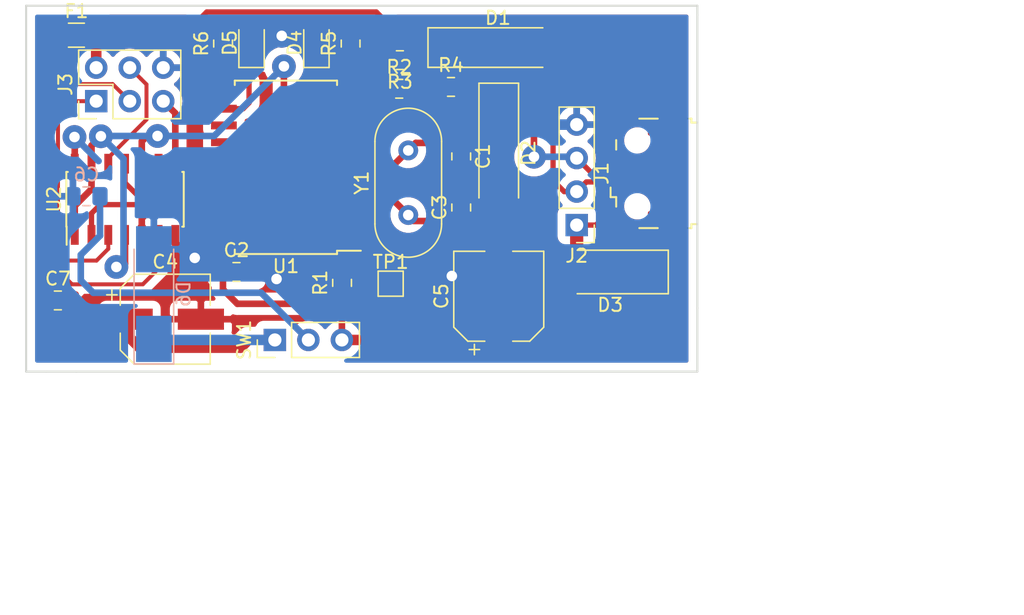
<source format=kicad_pcb>
(kicad_pcb (version 20171130) (host pcbnew "(5.1.0)-1")

  (general
    (thickness 1.6)
    (drawings 12)
    (tracks 226)
    (zones 0)
    (modules 28)
    (nets 28)
  )

  (page A4)
  (layers
    (0 F.Cu signal)
    (31 B.Cu signal)
    (32 B.Adhes user)
    (33 F.Adhes user)
    (34 B.Paste user)
    (35 F.Paste user)
    (36 B.SilkS user)
    (37 F.SilkS user)
    (38 B.Mask user)
    (39 F.Mask user)
    (40 Dwgs.User user)
    (41 Cmts.User user)
    (42 Eco1.User user)
    (43 Eco2.User user)
    (44 Edge.Cuts user)
    (45 Margin user)
    (46 B.CrtYd user)
    (47 F.CrtYd user)
    (48 B.Fab user)
    (49 F.Fab user)
  )

  (setup
    (last_trace_width 0.3)
    (trace_clearance 0.2)
    (zone_clearance 0.6)
    (zone_45_only yes)
    (trace_min 0.2)
    (via_size 1.5)
    (via_drill 0.8)
    (via_min_size 0.4)
    (via_min_drill 0.3)
    (user_via 1.8 0.8)
    (uvia_size 0.3)
    (uvia_drill 0.1)
    (uvias_allowed no)
    (uvia_min_size 0.2)
    (uvia_min_drill 0.1)
    (edge_width 0.15)
    (segment_width 0.2)
    (pcb_text_width 0.3)
    (pcb_text_size 1.5 1.5)
    (mod_edge_width 0.15)
    (mod_text_size 1 1)
    (mod_text_width 0.15)
    (pad_size 1.524 1.524)
    (pad_drill 0.762)
    (pad_to_mask_clearance 0.2)
    (aux_axis_origin 0 0)
    (visible_elements 7FFFFFFF)
    (pcbplotparams
      (layerselection 0x010fc_ffffffff)
      (usegerberextensions false)
      (usegerberattributes false)
      (usegerberadvancedattributes false)
      (creategerberjobfile false)
      (excludeedgelayer true)
      (linewidth 0.100000)
      (plotframeref false)
      (viasonmask false)
      (mode 1)
      (useauxorigin false)
      (hpglpennumber 1)
      (hpglpenspeed 20)
      (hpglpendiameter 15.000000)
      (psnegative false)
      (psa4output false)
      (plotreference true)
      (plotvalue true)
      (plotinvisibletext false)
      (padsonsilk false)
      (subtractmaskfromsilk false)
      (outputformat 1)
      (mirror false)
      (drillshape 1)
      (scaleselection 1)
      (outputdirectory ""))
  )

  (net 0 "")
  (net 1 "Net-(C1-Pad1)")
  (net 2 GND)
  (net 3 VBUS)
  (net 4 "Net-(C3-Pad1)")
  (net 5 VCC)
  (net 6 VDD)
  (net 7 /D-)
  (net 8 /D+)
  (net 9 "Net-(D3-Pad2)")
  (net 10 "Net-(D4-Pad2)")
  (net 11 "Net-(D5-Pad2)")
  (net 12 "Net-(F1-Pad2)")
  (net 13 /MISO_t)
  (net 14 /SCK_t)
  (net 15 /MOSI_t)
  (net 16 /~RST_t)
  (net 17 "Net-(R1-Pad2)")
  (net 18 "Net-(R2-Pad1)")
  (net 19 "Net-(R3-Pad2)")
  (net 20 "Net-(R4-Pad1)")
  (net 21 /LED2)
  (net 22 /LED1)
  (net 23 /B_EN)
  (net 24 /~RST_p)
  (net 25 /MOSI_p)
  (net 26 /MISO_p)
  (net 27 /SCK_p)

  (net_class Default "This is the default net class."
    (clearance 0.2)
    (trace_width 0.3)
    (via_dia 1.5)
    (via_drill 0.8)
    (uvia_dia 0.3)
    (uvia_drill 0.1)
    (add_net /B_EN)
    (add_net /D+)
    (add_net /D-)
    (add_net /LED1)
    (add_net /LED2)
    (add_net /MISO_p)
    (add_net /MISO_t)
    (add_net /MOSI_p)
    (add_net /MOSI_t)
    (add_net /SCK_p)
    (add_net /SCK_t)
    (add_net /~RST_p)
    (add_net /~RST_t)
    (add_net GND)
    (add_net "Net-(C1-Pad1)")
    (add_net "Net-(C3-Pad1)")
    (add_net "Net-(D3-Pad2)")
    (add_net "Net-(D4-Pad2)")
    (add_net "Net-(D5-Pad2)")
    (add_net "Net-(F1-Pad2)")
    (add_net "Net-(R1-Pad2)")
    (add_net "Net-(R2-Pad1)")
    (add_net "Net-(R3-Pad2)")
    (add_net "Net-(R4-Pad1)")
    (add_net VBUS)
    (add_net VCC)
    (add_net VDD)
  )

  (module "USB micro B:USB_Micro-B" (layer F.Cu) (tedit 5C45EB1A) (tstamp 5C5380B0)
    (at 195.067 118.379 90)
    (descr "USB Micro-B receptacle, http://www.mouser.com/ds/2/445/629105150521-469306.pdf")
    (tags "usb micro receptacle")
    (path /5C4842B0)
    (attr smd)
    (fp_text reference J1 (at 0 -3.5 90) (layer F.SilkS)
      (effects (font (size 1 1) (thickness 0.15)))
    )
    (fp_text value USB_B_Micro (at 0 5.6 90) (layer F.Fab)
      (effects (font (size 1 1) (thickness 0.15)))
    )
    (fp_text user "PCB Edge" (at 0 3.75 90) (layer Dwgs.User)
      (effects (font (size 0.5 0.5) (thickness 0.08)))
    )
    (fp_text user %R (at 0 1.05 90) (layer F.Fab)
      (effects (font (size 1 1) (thickness 0.15)))
    )
    (fp_line (start 5.28 -3.34) (end -5.27 -3.34) (layer F.CrtYd) (width 0.05))
    (fp_line (start 5.28 4.85) (end 5.28 -3.34) (layer F.CrtYd) (width 0.05))
    (fp_line (start -5.27 4.85) (end 5.28 4.85) (layer F.CrtYd) (width 0.05))
    (fp_line (start -5.27 -3.34) (end -5.27 4.85) (layer F.CrtYd) (width 0.05))
    (fp_line (start 1.8 -2.4) (end 2.525 -2.4) (layer F.SilkS) (width 0.15))
    (fp_line (start -1.8 -2.4) (end -2.525 -2.4) (layer F.SilkS) (width 0.15))
    (fp_line (start -1.8 -2.825) (end -1.8 -2.4) (layer F.SilkS) (width 0.15))
    (fp_line (start -1.075 -2.825) (end -1.8 -2.825) (layer F.SilkS) (width 0.15))
    (fp_line (start 4.15 0.75) (end 4.15 -0.65) (layer F.SilkS) (width 0.15))
    (fp_line (start 4.15 3.3) (end 4.15 3.15) (layer F.SilkS) (width 0.15))
    (fp_line (start 3.85 3.3) (end 4.15 3.3) (layer F.SilkS) (width 0.15))
    (fp_line (start 3.85 3.75) (end 3.85 3.3) (layer F.SilkS) (width 0.15))
    (fp_line (start -3.85 3.3) (end -3.85 3.75) (layer F.SilkS) (width 0.15))
    (fp_line (start -4.15 3.3) (end -3.85 3.3) (layer F.SilkS) (width 0.15))
    (fp_line (start -4.15 3.15) (end -4.15 3.3) (layer F.SilkS) (width 0.15))
    (fp_line (start -4.15 -0.65) (end -4.15 0.75) (layer F.SilkS) (width 0.15))
    (fp_line (start -1.075 -2.95) (end -1.075 -2.725) (layer F.Fab) (width 0.15))
    (fp_line (start -1.525 -2.95) (end -1.075 -2.95) (layer F.Fab) (width 0.15))
    (fp_line (start -1.525 -2.725) (end -1.525 -2.95) (layer F.Fab) (width 0.15))
    (fp_line (start -1.3 -2.55) (end -1.525 -2.725) (layer F.Fab) (width 0.15))
    (fp_line (start -1.075 -2.725) (end -1.3 -2.55) (layer F.Fab) (width 0.15))
    (fp_line (start -2.7 3.75) (end 2.7 3.75) (layer F.Fab) (width 0.15))
    (fp_line (start 4 -2.25) (end -4 -2.25) (layer F.Fab) (width 0.15))
    (fp_line (start 4 3.15) (end 4 -2.25) (layer F.Fab) (width 0.15))
    (fp_line (start 3.7 3.15) (end 4 3.15) (layer F.Fab) (width 0.15))
    (fp_line (start 3.7 4.35) (end 3.7 3.15) (layer F.Fab) (width 0.15))
    (fp_line (start -3.7 4.35) (end 3.7 4.35) (layer F.Fab) (width 0.15))
    (fp_line (start -3.7 3.15) (end -3.7 4.35) (layer F.Fab) (width 0.15))
    (fp_line (start -4 3.15) (end -3.7 3.15) (layer F.Fab) (width 0.15))
    (fp_line (start -4 -2.25) (end -4 3.15) (layer F.Fab) (width 0.15))
    (pad 6 smd roundrect (at 3.81 0.762 180) (size 1.524 1.905) (layers F.Cu F.Paste F.Mask) (roundrect_rratio 0.1)
      (net 2 GND))
    (pad 6 smd roundrect (at -3.81 0.762 180) (size 1.524 1.905) (layers F.Cu F.Paste F.Mask) (roundrect_rratio 0.1)
      (net 2 GND))
    (pad "" np_thru_hole circle (at 2.5 -0.8 90) (size 0.8 0.8) (drill 0.8) (layers *.Cu *.Mask))
    (pad "" np_thru_hole circle (at -2.5 -0.8 90) (size 0.8 0.8) (drill 0.8) (layers *.Cu *.Mask))
    (pad 5 smd rect (at 1.3 -1.9 90) (size 0.45 1.3) (layers F.Cu F.Paste F.Mask)
      (net 2 GND))
    (pad 4 smd rect (at 0.65 -1.9 90) (size 0.45 1.3) (layers F.Cu F.Paste F.Mask))
    (pad 3 smd rect (at 0 -1.9 90) (size 0.45 1.3) (layers F.Cu F.Paste F.Mask)
      (net 8 /D+))
    (pad 2 smd rect (at -0.65 -1.9 90) (size 0.45 1.3) (layers F.Cu F.Paste F.Mask)
      (net 7 /D-))
    (pad 1 smd rect (at -1.3 -1.9 90) (size 0.45 1.3) (layers F.Cu F.Paste F.Mask)
      (net 9 "Net-(D3-Pad2)"))
    (model ${KISYS3DMOD}/Connector_USB.3dshapes/USB_Micro-B_Wuerth_629105150521_CircularHoles.wrl
      (at (xyz 0 0 0))
      (scale (xyz 1 1 1))
      (rotate (xyz 0 0 0))
    )
  )

  (module Capacitor_SMD:C_0805_2012Metric_Pad1.15x1.40mm_HandSolder (layer F.Cu) (tedit 5B36C52B) (tstamp 5C533B6F)
    (at 180.9242 117.094 270)
    (descr "Capacitor SMD 0805 (2012 Metric), square (rectangular) end terminal, IPC_7351 nominal with elongated pad for handsoldering. (Body size source: https://docs.google.com/spreadsheets/d/1BsfQQcO9C6DZCsRaXUlFlo91Tg2WpOkGARC1WS5S8t0/edit?usp=sharing), generated with kicad-footprint-generator")
    (tags "capacitor handsolder")
    (path /5C448689)
    (attr smd)
    (fp_text reference C1 (at 0 -1.65 270) (layer F.SilkS)
      (effects (font (size 1 1) (thickness 0.15)))
    )
    (fp_text value C_Small (at 0 1.65 270) (layer F.Fab)
      (effects (font (size 1 1) (thickness 0.15)))
    )
    (fp_line (start -1 0.6) (end -1 -0.6) (layer F.Fab) (width 0.1))
    (fp_line (start -1 -0.6) (end 1 -0.6) (layer F.Fab) (width 0.1))
    (fp_line (start 1 -0.6) (end 1 0.6) (layer F.Fab) (width 0.1))
    (fp_line (start 1 0.6) (end -1 0.6) (layer F.Fab) (width 0.1))
    (fp_line (start -0.261252 -0.71) (end 0.261252 -0.71) (layer F.SilkS) (width 0.12))
    (fp_line (start -0.261252 0.71) (end 0.261252 0.71) (layer F.SilkS) (width 0.12))
    (fp_line (start -1.85 0.95) (end -1.85 -0.95) (layer F.CrtYd) (width 0.05))
    (fp_line (start -1.85 -0.95) (end 1.85 -0.95) (layer F.CrtYd) (width 0.05))
    (fp_line (start 1.85 -0.95) (end 1.85 0.95) (layer F.CrtYd) (width 0.05))
    (fp_line (start 1.85 0.95) (end -1.85 0.95) (layer F.CrtYd) (width 0.05))
    (fp_text user %R (at 0 0 270) (layer F.Fab)
      (effects (font (size 0.5 0.5) (thickness 0.08)))
    )
    (pad 1 smd roundrect (at -1.025 0 270) (size 1.15 1.4) (layers F.Cu F.Paste F.Mask) (roundrect_rratio 0.217391)
      (net 1 "Net-(C1-Pad1)"))
    (pad 2 smd roundrect (at 1.025 0 270) (size 1.15 1.4) (layers F.Cu F.Paste F.Mask) (roundrect_rratio 0.217391)
      (net 2 GND))
    (model ${KISYS3DMOD}/Capacitor_SMD.3dshapes/C_0805_2012Metric.wrl
      (at (xyz 0 0 0))
      (scale (xyz 1 1 1))
      (rotate (xyz 0 0 0))
    )
  )

  (module Capacitor_SMD:C_0805_2012Metric_Pad1.15x1.40mm_HandSolder (layer F.Cu) (tedit 5B36C52B) (tstamp 5C533B80)
    (at 163.8935 125.857)
    (descr "Capacitor SMD 0805 (2012 Metric), square (rectangular) end terminal, IPC_7351 nominal with elongated pad for handsoldering. (Body size source: https://docs.google.com/spreadsheets/d/1BsfQQcO9C6DZCsRaXUlFlo91Tg2WpOkGARC1WS5S8t0/edit?usp=sharing), generated with kicad-footprint-generator")
    (tags "capacitor handsolder")
    (path /5C4482C9)
    (attr smd)
    (fp_text reference C2 (at 0 -1.65) (layer F.SilkS)
      (effects (font (size 1 1) (thickness 0.15)))
    )
    (fp_text value C_Small (at 0 1.65) (layer F.Fab)
      (effects (font (size 1 1) (thickness 0.15)))
    )
    (fp_line (start -1 0.6) (end -1 -0.6) (layer F.Fab) (width 0.1))
    (fp_line (start -1 -0.6) (end 1 -0.6) (layer F.Fab) (width 0.1))
    (fp_line (start 1 -0.6) (end 1 0.6) (layer F.Fab) (width 0.1))
    (fp_line (start 1 0.6) (end -1 0.6) (layer F.Fab) (width 0.1))
    (fp_line (start -0.261252 -0.71) (end 0.261252 -0.71) (layer F.SilkS) (width 0.12))
    (fp_line (start -0.261252 0.71) (end 0.261252 0.71) (layer F.SilkS) (width 0.12))
    (fp_line (start -1.85 0.95) (end -1.85 -0.95) (layer F.CrtYd) (width 0.05))
    (fp_line (start -1.85 -0.95) (end 1.85 -0.95) (layer F.CrtYd) (width 0.05))
    (fp_line (start 1.85 -0.95) (end 1.85 0.95) (layer F.CrtYd) (width 0.05))
    (fp_line (start 1.85 0.95) (end -1.85 0.95) (layer F.CrtYd) (width 0.05))
    (fp_text user %R (at 0 0) (layer F.Fab)
      (effects (font (size 0.5 0.5) (thickness 0.08)))
    )
    (pad 1 smd roundrect (at -1.025 0) (size 1.15 1.4) (layers F.Cu F.Paste F.Mask) (roundrect_rratio 0.217391)
      (net 3 VBUS))
    (pad 2 smd roundrect (at 1.025 0) (size 1.15 1.4) (layers F.Cu F.Paste F.Mask) (roundrect_rratio 0.217391)
      (net 2 GND))
    (model ${KISYS3DMOD}/Capacitor_SMD.3dshapes/C_0805_2012Metric.wrl
      (at (xyz 0 0 0))
      (scale (xyz 1 1 1))
      (rotate (xyz 0 0 0))
    )
  )

  (module Capacitor_SMD:C_0805_2012Metric_Pad1.15x1.40mm_HandSolder (layer F.Cu) (tedit 5B36C52B) (tstamp 5C533B91)
    (at 180.9242 120.9675 90)
    (descr "Capacitor SMD 0805 (2012 Metric), square (rectangular) end terminal, IPC_7351 nominal with elongated pad for handsoldering. (Body size source: https://docs.google.com/spreadsheets/d/1BsfQQcO9C6DZCsRaXUlFlo91Tg2WpOkGARC1WS5S8t0/edit?usp=sharing), generated with kicad-footprint-generator")
    (tags "capacitor handsolder")
    (path /5C4485D9)
    (attr smd)
    (fp_text reference C3 (at 0 -1.65 90) (layer F.SilkS)
      (effects (font (size 1 1) (thickness 0.15)))
    )
    (fp_text value C_Small (at 0 1.65 90) (layer F.Fab)
      (effects (font (size 1 1) (thickness 0.15)))
    )
    (fp_text user %R (at 0 0 90) (layer F.Fab)
      (effects (font (size 0.5 0.5) (thickness 0.08)))
    )
    (fp_line (start 1.85 0.95) (end -1.85 0.95) (layer F.CrtYd) (width 0.05))
    (fp_line (start 1.85 -0.95) (end 1.85 0.95) (layer F.CrtYd) (width 0.05))
    (fp_line (start -1.85 -0.95) (end 1.85 -0.95) (layer F.CrtYd) (width 0.05))
    (fp_line (start -1.85 0.95) (end -1.85 -0.95) (layer F.CrtYd) (width 0.05))
    (fp_line (start -0.261252 0.71) (end 0.261252 0.71) (layer F.SilkS) (width 0.12))
    (fp_line (start -0.261252 -0.71) (end 0.261252 -0.71) (layer F.SilkS) (width 0.12))
    (fp_line (start 1 0.6) (end -1 0.6) (layer F.Fab) (width 0.1))
    (fp_line (start 1 -0.6) (end 1 0.6) (layer F.Fab) (width 0.1))
    (fp_line (start -1 -0.6) (end 1 -0.6) (layer F.Fab) (width 0.1))
    (fp_line (start -1 0.6) (end -1 -0.6) (layer F.Fab) (width 0.1))
    (pad 2 smd roundrect (at 1.025 0 90) (size 1.15 1.4) (layers F.Cu F.Paste F.Mask) (roundrect_rratio 0.217391)
      (net 2 GND))
    (pad 1 smd roundrect (at -1.025 0 90) (size 1.15 1.4) (layers F.Cu F.Paste F.Mask) (roundrect_rratio 0.217391)
      (net 4 "Net-(C3-Pad1)"))
    (model ${KISYS3DMOD}/Capacitor_SMD.3dshapes/C_0805_2012Metric.wrl
      (at (xyz 0 0 0))
      (scale (xyz 1 1 1))
      (rotate (xyz 0 0 0))
    )
  )

  (module Capacitor_SMD:CP_Elec_6.3x5.4_Nichicon (layer F.Cu) (tedit 5A841F9D) (tstamp 5C533BB9)
    (at 158.496 129.4384)
    (descr "SMT capacitor, aluminium electrolytic, 6.3x5.4, Nichicon ")
    (tags "Capacitor Electrolytic")
    (path /5C44784F)
    (attr smd)
    (fp_text reference C4 (at 0 -4.35) (layer F.SilkS)
      (effects (font (size 1 1) (thickness 0.15)))
    )
    (fp_text value 100u/25V (at 0 4.35) (layer F.Fab)
      (effects (font (size 1 1) (thickness 0.15)))
    )
    (fp_text user %R (at 0 0) (layer F.Fab)
      (effects (font (size 1 1) (thickness 0.15)))
    )
    (fp_line (start -4.7 1.05) (end -3.55 1.05) (layer F.CrtYd) (width 0.05))
    (fp_line (start -4.7 -1.05) (end -4.7 1.05) (layer F.CrtYd) (width 0.05))
    (fp_line (start -3.55 -1.05) (end -4.7 -1.05) (layer F.CrtYd) (width 0.05))
    (fp_line (start -3.55 1.05) (end -3.55 2.4) (layer F.CrtYd) (width 0.05))
    (fp_line (start -3.55 -2.4) (end -3.55 -1.05) (layer F.CrtYd) (width 0.05))
    (fp_line (start -3.55 -2.4) (end -2.4 -3.55) (layer F.CrtYd) (width 0.05))
    (fp_line (start -3.55 2.4) (end -2.4 3.55) (layer F.CrtYd) (width 0.05))
    (fp_line (start -2.4 -3.55) (end 3.55 -3.55) (layer F.CrtYd) (width 0.05))
    (fp_line (start -2.4 3.55) (end 3.55 3.55) (layer F.CrtYd) (width 0.05))
    (fp_line (start 3.55 1.05) (end 3.55 3.55) (layer F.CrtYd) (width 0.05))
    (fp_line (start 4.7 1.05) (end 3.55 1.05) (layer F.CrtYd) (width 0.05))
    (fp_line (start 4.7 -1.05) (end 4.7 1.05) (layer F.CrtYd) (width 0.05))
    (fp_line (start 3.55 -1.05) (end 4.7 -1.05) (layer F.CrtYd) (width 0.05))
    (fp_line (start 3.55 -3.55) (end 3.55 -1.05) (layer F.CrtYd) (width 0.05))
    (fp_line (start -4.04375 -2.24125) (end -4.04375 -1.45375) (layer F.SilkS) (width 0.12))
    (fp_line (start -4.4375 -1.8475) (end -3.65 -1.8475) (layer F.SilkS) (width 0.12))
    (fp_line (start -3.41 2.345563) (end -2.345563 3.41) (layer F.SilkS) (width 0.12))
    (fp_line (start -3.41 -2.345563) (end -2.345563 -3.41) (layer F.SilkS) (width 0.12))
    (fp_line (start -3.41 -2.345563) (end -3.41 -1.06) (layer F.SilkS) (width 0.12))
    (fp_line (start -3.41 2.345563) (end -3.41 1.06) (layer F.SilkS) (width 0.12))
    (fp_line (start -2.345563 3.41) (end 3.41 3.41) (layer F.SilkS) (width 0.12))
    (fp_line (start -2.345563 -3.41) (end 3.41 -3.41) (layer F.SilkS) (width 0.12))
    (fp_line (start 3.41 -3.41) (end 3.41 -1.06) (layer F.SilkS) (width 0.12))
    (fp_line (start 3.41 3.41) (end 3.41 1.06) (layer F.SilkS) (width 0.12))
    (fp_line (start -2.389838 -1.645) (end -2.389838 -1.015) (layer F.Fab) (width 0.1))
    (fp_line (start -2.704838 -1.33) (end -2.074838 -1.33) (layer F.Fab) (width 0.1))
    (fp_line (start -3.3 2.3) (end -2.3 3.3) (layer F.Fab) (width 0.1))
    (fp_line (start -3.3 -2.3) (end -2.3 -3.3) (layer F.Fab) (width 0.1))
    (fp_line (start -3.3 -2.3) (end -3.3 2.3) (layer F.Fab) (width 0.1))
    (fp_line (start -2.3 3.3) (end 3.3 3.3) (layer F.Fab) (width 0.1))
    (fp_line (start -2.3 -3.3) (end 3.3 -3.3) (layer F.Fab) (width 0.1))
    (fp_line (start 3.3 -3.3) (end 3.3 3.3) (layer F.Fab) (width 0.1))
    (fp_circle (center 0 0) (end 3.15 0) (layer F.Fab) (width 0.1))
    (pad 2 smd rect (at 2.7 0) (size 3.5 1.6) (layers F.Cu F.Paste F.Mask)
      (net 2 GND))
    (pad 1 smd rect (at -2.7 0) (size 3.5 1.6) (layers F.Cu F.Paste F.Mask)
      (net 5 VCC))
    (model ${KISYS3DMOD}/Capacitor_SMD.3dshapes/CP_Elec_6.3x5.4_Nichicon.wrl
      (at (xyz 0 0 0))
      (scale (xyz 1 1 1))
      (rotate (xyz 0 0 0))
    )
  )

  (module Capacitor_SMD:CP_Elec_6.3x5.4_Nichicon (layer F.Cu) (tedit 5A841F9D) (tstamp 5C533BE1)
    (at 183.769 127.6985 90)
    (descr "SMT capacitor, aluminium electrolytic, 6.3x5.4, Nichicon ")
    (tags "Capacitor Electrolytic")
    (path /5C447B89)
    (attr smd)
    (fp_text reference C5 (at 0 -4.35 90) (layer F.SilkS)
      (effects (font (size 1 1) (thickness 0.15)))
    )
    (fp_text value 100u/25v (at 0 4.35 90) (layer F.Fab)
      (effects (font (size 1 1) (thickness 0.15)))
    )
    (fp_circle (center 0 0) (end 3.15 0) (layer F.Fab) (width 0.1))
    (fp_line (start 3.3 -3.3) (end 3.3 3.3) (layer F.Fab) (width 0.1))
    (fp_line (start -2.3 -3.3) (end 3.3 -3.3) (layer F.Fab) (width 0.1))
    (fp_line (start -2.3 3.3) (end 3.3 3.3) (layer F.Fab) (width 0.1))
    (fp_line (start -3.3 -2.3) (end -3.3 2.3) (layer F.Fab) (width 0.1))
    (fp_line (start -3.3 -2.3) (end -2.3 -3.3) (layer F.Fab) (width 0.1))
    (fp_line (start -3.3 2.3) (end -2.3 3.3) (layer F.Fab) (width 0.1))
    (fp_line (start -2.704838 -1.33) (end -2.074838 -1.33) (layer F.Fab) (width 0.1))
    (fp_line (start -2.389838 -1.645) (end -2.389838 -1.015) (layer F.Fab) (width 0.1))
    (fp_line (start 3.41 3.41) (end 3.41 1.06) (layer F.SilkS) (width 0.12))
    (fp_line (start 3.41 -3.41) (end 3.41 -1.06) (layer F.SilkS) (width 0.12))
    (fp_line (start -2.345563 -3.41) (end 3.41 -3.41) (layer F.SilkS) (width 0.12))
    (fp_line (start -2.345563 3.41) (end 3.41 3.41) (layer F.SilkS) (width 0.12))
    (fp_line (start -3.41 2.345563) (end -3.41 1.06) (layer F.SilkS) (width 0.12))
    (fp_line (start -3.41 -2.345563) (end -3.41 -1.06) (layer F.SilkS) (width 0.12))
    (fp_line (start -3.41 -2.345563) (end -2.345563 -3.41) (layer F.SilkS) (width 0.12))
    (fp_line (start -3.41 2.345563) (end -2.345563 3.41) (layer F.SilkS) (width 0.12))
    (fp_line (start -4.4375 -1.8475) (end -3.65 -1.8475) (layer F.SilkS) (width 0.12))
    (fp_line (start -4.04375 -2.24125) (end -4.04375 -1.45375) (layer F.SilkS) (width 0.12))
    (fp_line (start 3.55 -3.55) (end 3.55 -1.05) (layer F.CrtYd) (width 0.05))
    (fp_line (start 3.55 -1.05) (end 4.7 -1.05) (layer F.CrtYd) (width 0.05))
    (fp_line (start 4.7 -1.05) (end 4.7 1.05) (layer F.CrtYd) (width 0.05))
    (fp_line (start 4.7 1.05) (end 3.55 1.05) (layer F.CrtYd) (width 0.05))
    (fp_line (start 3.55 1.05) (end 3.55 3.55) (layer F.CrtYd) (width 0.05))
    (fp_line (start -2.4 3.55) (end 3.55 3.55) (layer F.CrtYd) (width 0.05))
    (fp_line (start -2.4 -3.55) (end 3.55 -3.55) (layer F.CrtYd) (width 0.05))
    (fp_line (start -3.55 2.4) (end -2.4 3.55) (layer F.CrtYd) (width 0.05))
    (fp_line (start -3.55 -2.4) (end -2.4 -3.55) (layer F.CrtYd) (width 0.05))
    (fp_line (start -3.55 -2.4) (end -3.55 -1.05) (layer F.CrtYd) (width 0.05))
    (fp_line (start -3.55 1.05) (end -3.55 2.4) (layer F.CrtYd) (width 0.05))
    (fp_line (start -3.55 -1.05) (end -4.7 -1.05) (layer F.CrtYd) (width 0.05))
    (fp_line (start -4.7 -1.05) (end -4.7 1.05) (layer F.CrtYd) (width 0.05))
    (fp_line (start -4.7 1.05) (end -3.55 1.05) (layer F.CrtYd) (width 0.05))
    (fp_text user %R (at 0 0 90) (layer F.Fab)
      (effects (font (size 1 1) (thickness 0.15)))
    )
    (pad 1 smd rect (at -2.7 0 90) (size 3.5 1.6) (layers F.Cu F.Paste F.Mask)
      (net 3 VBUS))
    (pad 2 smd rect (at 2.7 0 90) (size 3.5 1.6) (layers F.Cu F.Paste F.Mask)
      (net 2 GND))
    (model ${KISYS3DMOD}/Capacitor_SMD.3dshapes/CP_Elec_6.3x5.4_Nichicon.wrl
      (at (xyz 0 0 0))
      (scale (xyz 1 1 1))
      (rotate (xyz 0 0 0))
    )
  )

  (module Capacitor_SMD:C_0805_2012Metric_Pad1.15x1.40mm_HandSolder (layer B.Cu) (tedit 5B36C52B) (tstamp 5C533BF2)
    (at 152.527 120.1166 180)
    (descr "Capacitor SMD 0805 (2012 Metric), square (rectangular) end terminal, IPC_7351 nominal with elongated pad for handsoldering. (Body size source: https://docs.google.com/spreadsheets/d/1BsfQQcO9C6DZCsRaXUlFlo91Tg2WpOkGARC1WS5S8t0/edit?usp=sharing), generated with kicad-footprint-generator")
    (tags "capacitor handsolder")
    (path /5C482EE7)
    (attr smd)
    (fp_text reference C6 (at 0 1.65 180) (layer B.SilkS)
      (effects (font (size 1 1) (thickness 0.15)) (justify mirror))
    )
    (fp_text value 0u1 (at 0 -1.65 180) (layer B.Fab)
      (effects (font (size 1 1) (thickness 0.15)) (justify mirror))
    )
    (fp_line (start -1 -0.6) (end -1 0.6) (layer B.Fab) (width 0.1))
    (fp_line (start -1 0.6) (end 1 0.6) (layer B.Fab) (width 0.1))
    (fp_line (start 1 0.6) (end 1 -0.6) (layer B.Fab) (width 0.1))
    (fp_line (start 1 -0.6) (end -1 -0.6) (layer B.Fab) (width 0.1))
    (fp_line (start -0.261252 0.71) (end 0.261252 0.71) (layer B.SilkS) (width 0.12))
    (fp_line (start -0.261252 -0.71) (end 0.261252 -0.71) (layer B.SilkS) (width 0.12))
    (fp_line (start -1.85 -0.95) (end -1.85 0.95) (layer B.CrtYd) (width 0.05))
    (fp_line (start -1.85 0.95) (end 1.85 0.95) (layer B.CrtYd) (width 0.05))
    (fp_line (start 1.85 0.95) (end 1.85 -0.95) (layer B.CrtYd) (width 0.05))
    (fp_line (start 1.85 -0.95) (end -1.85 -0.95) (layer B.CrtYd) (width 0.05))
    (fp_text user %R (at 0 0 180) (layer B.Fab)
      (effects (font (size 0.5 0.5) (thickness 0.08)) (justify mirror))
    )
    (pad 1 smd roundrect (at -1.025 0 180) (size 1.15 1.4) (layers B.Cu B.Paste B.Mask) (roundrect_rratio 0.217391)
      (net 6 VDD))
    (pad 2 smd roundrect (at 1.025 0 180) (size 1.15 1.4) (layers B.Cu B.Paste B.Mask) (roundrect_rratio 0.217391)
      (net 2 GND))
    (model ${KISYS3DMOD}/Capacitor_SMD.3dshapes/C_0805_2012Metric.wrl
      (at (xyz 0 0 0))
      (scale (xyz 1 1 1))
      (rotate (xyz 0 0 0))
    )
  )

  (module Capacitor_SMD:C_0805_2012Metric_Pad1.15x1.40mm_HandSolder (layer F.Cu) (tedit 5B36C52B) (tstamp 5C533C03)
    (at 150.359 128.016)
    (descr "Capacitor SMD 0805 (2012 Metric), square (rectangular) end terminal, IPC_7351 nominal with elongated pad for handsoldering. (Body size source: https://docs.google.com/spreadsheets/d/1BsfQQcO9C6DZCsRaXUlFlo91Tg2WpOkGARC1WS5S8t0/edit?usp=sharing), generated with kicad-footprint-generator")
    (tags "capacitor handsolder")
    (path /5C447F15)
    (attr smd)
    (fp_text reference C7 (at 0 -1.65) (layer F.SilkS)
      (effects (font (size 1 1) (thickness 0.15)))
    )
    (fp_text value 0u1 (at 0 1.65) (layer F.Fab)
      (effects (font (size 1 1) (thickness 0.15)))
    )
    (fp_text user %R (at 0 0) (layer F.Fab)
      (effects (font (size 0.5 0.5) (thickness 0.08)))
    )
    (fp_line (start 1.85 0.95) (end -1.85 0.95) (layer F.CrtYd) (width 0.05))
    (fp_line (start 1.85 -0.95) (end 1.85 0.95) (layer F.CrtYd) (width 0.05))
    (fp_line (start -1.85 -0.95) (end 1.85 -0.95) (layer F.CrtYd) (width 0.05))
    (fp_line (start -1.85 0.95) (end -1.85 -0.95) (layer F.CrtYd) (width 0.05))
    (fp_line (start -0.261252 0.71) (end 0.261252 0.71) (layer F.SilkS) (width 0.12))
    (fp_line (start -0.261252 -0.71) (end 0.261252 -0.71) (layer F.SilkS) (width 0.12))
    (fp_line (start 1 0.6) (end -1 0.6) (layer F.Fab) (width 0.1))
    (fp_line (start 1 -0.6) (end 1 0.6) (layer F.Fab) (width 0.1))
    (fp_line (start -1 -0.6) (end 1 -0.6) (layer F.Fab) (width 0.1))
    (fp_line (start -1 0.6) (end -1 -0.6) (layer F.Fab) (width 0.1))
    (pad 2 smd roundrect (at 1.025 0) (size 1.15 1.4) (layers F.Cu F.Paste F.Mask) (roundrect_rratio 0.217391)
      (net 2 GND))
    (pad 1 smd roundrect (at -1.025 0) (size 1.15 1.4) (layers F.Cu F.Paste F.Mask) (roundrect_rratio 0.217391)
      (net 5 VCC))
    (model ${KISYS3DMOD}/Capacitor_SMD.3dshapes/C_0805_2012Metric.wrl
      (at (xyz 0 0 0))
      (scale (xyz 1 1 1))
      (rotate (xyz 0 0 0))
    )
  )

  (module Diode_SMD:D_SMA_Handsoldering (layer F.Cu) (tedit 58643398) (tstamp 5C533C59)
    (at 192.2145 125.857 180)
    (descr "Diode SMA (DO-214AC) Handsoldering")
    (tags "Diode SMA (DO-214AC) Handsoldering")
    (path /5C44980A)
    (attr smd)
    (fp_text reference D3 (at 0 -2.5 180) (layer F.SilkS)
      (effects (font (size 1 1) (thickness 0.15)))
    )
    (fp_text value SS34 (at 0 2.6 180) (layer F.Fab)
      (effects (font (size 1 1) (thickness 0.15)))
    )
    (fp_text user %R (at 0 -2.5 180) (layer F.Fab)
      (effects (font (size 1 1) (thickness 0.15)))
    )
    (fp_line (start -4.4 -1.65) (end -4.4 1.65) (layer F.SilkS) (width 0.12))
    (fp_line (start 2.3 1.5) (end -2.3 1.5) (layer F.Fab) (width 0.1))
    (fp_line (start -2.3 1.5) (end -2.3 -1.5) (layer F.Fab) (width 0.1))
    (fp_line (start 2.3 -1.5) (end 2.3 1.5) (layer F.Fab) (width 0.1))
    (fp_line (start 2.3 -1.5) (end -2.3 -1.5) (layer F.Fab) (width 0.1))
    (fp_line (start -4.5 -1.75) (end 4.5 -1.75) (layer F.CrtYd) (width 0.05))
    (fp_line (start 4.5 -1.75) (end 4.5 1.75) (layer F.CrtYd) (width 0.05))
    (fp_line (start 4.5 1.75) (end -4.5 1.75) (layer F.CrtYd) (width 0.05))
    (fp_line (start -4.5 1.75) (end -4.5 -1.75) (layer F.CrtYd) (width 0.05))
    (fp_line (start -0.64944 0.00102) (end -1.55114 0.00102) (layer F.Fab) (width 0.1))
    (fp_line (start 0.50118 0.00102) (end 1.4994 0.00102) (layer F.Fab) (width 0.1))
    (fp_line (start -0.64944 -0.79908) (end -0.64944 0.80112) (layer F.Fab) (width 0.1))
    (fp_line (start 0.50118 0.75032) (end 0.50118 -0.79908) (layer F.Fab) (width 0.1))
    (fp_line (start -0.64944 0.00102) (end 0.50118 0.75032) (layer F.Fab) (width 0.1))
    (fp_line (start -0.64944 0.00102) (end 0.50118 -0.79908) (layer F.Fab) (width 0.1))
    (fp_line (start -4.4 1.65) (end 2.5 1.65) (layer F.SilkS) (width 0.12))
    (fp_line (start -4.4 -1.65) (end 2.5 -1.65) (layer F.SilkS) (width 0.12))
    (pad 1 smd rect (at -2.5 0 180) (size 3.5 1.8) (layers F.Cu F.Paste F.Mask)
      (net 3 VBUS))
    (pad 2 smd rect (at 2.5 0 180) (size 3.5 1.8) (layers F.Cu F.Paste F.Mask)
      (net 9 "Net-(D3-Pad2)"))
    (model ${KISYS3DMOD}/Diode_SMD.3dshapes/D_SMA.wrl
      (at (xyz 0 0 0))
      (scale (xyz 1 1 1))
      (rotate (xyz 0 0 0))
    )
  )

  (module LED_SMD:LED_0805_2012Metric_Pad1.15x1.40mm_HandSolder (layer F.Cu) (tedit 5B4B45C9) (tstamp 5C533C6C)
    (at 169.9514 108.4892 90)
    (descr "LED SMD 0805 (2012 Metric), square (rectangular) end terminal, IPC_7351 nominal, (Body size source: https://docs.google.com/spreadsheets/d/1BsfQQcO9C6DZCsRaXUlFlo91Tg2WpOkGARC1WS5S8t0/edit?usp=sharing), generated with kicad-footprint-generator")
    (tags "LED handsolder")
    (path /5C44002D)
    (attr smd)
    (fp_text reference D4 (at 0 -1.65 90) (layer F.SilkS)
      (effects (font (size 1 1) (thickness 0.15)))
    )
    (fp_text value LED (at 0 1.65 90) (layer F.Fab)
      (effects (font (size 1 1) (thickness 0.15)))
    )
    (fp_text user %R (at 0 0 90) (layer F.Fab)
      (effects (font (size 0.5 0.5) (thickness 0.08)))
    )
    (fp_line (start 1.85 0.95) (end -1.85 0.95) (layer F.CrtYd) (width 0.05))
    (fp_line (start 1.85 -0.95) (end 1.85 0.95) (layer F.CrtYd) (width 0.05))
    (fp_line (start -1.85 -0.95) (end 1.85 -0.95) (layer F.CrtYd) (width 0.05))
    (fp_line (start -1.85 0.95) (end -1.85 -0.95) (layer F.CrtYd) (width 0.05))
    (fp_line (start -1.86 0.96) (end 1 0.96) (layer F.SilkS) (width 0.12))
    (fp_line (start -1.86 -0.96) (end -1.86 0.96) (layer F.SilkS) (width 0.12))
    (fp_line (start 1 -0.96) (end -1.86 -0.96) (layer F.SilkS) (width 0.12))
    (fp_line (start 1 0.6) (end 1 -0.6) (layer F.Fab) (width 0.1))
    (fp_line (start -1 0.6) (end 1 0.6) (layer F.Fab) (width 0.1))
    (fp_line (start -1 -0.3) (end -1 0.6) (layer F.Fab) (width 0.1))
    (fp_line (start -0.7 -0.6) (end -1 -0.3) (layer F.Fab) (width 0.1))
    (fp_line (start 1 -0.6) (end -0.7 -0.6) (layer F.Fab) (width 0.1))
    (pad 2 smd roundrect (at 1.025 0 90) (size 1.15 1.4) (layers F.Cu F.Paste F.Mask) (roundrect_rratio 0.217391)
      (net 10 "Net-(D4-Pad2)"))
    (pad 1 smd roundrect (at -1.025 0 90) (size 1.15 1.4) (layers F.Cu F.Paste F.Mask) (roundrect_rratio 0.217391)
      (net 2 GND))
    (model ${KISYS3DMOD}/LED_SMD.3dshapes/LED_0805_2012Metric.wrl
      (at (xyz 0 0 0))
      (scale (xyz 1 1 1))
      (rotate (xyz 0 0 0))
    )
  )

  (module LED_SMD:LED_0805_2012Metric_Pad1.15x1.40mm_HandSolder (layer F.Cu) (tedit 5B4B45C9) (tstamp 5C533C7F)
    (at 165.0365 108.4892 90)
    (descr "LED SMD 0805 (2012 Metric), square (rectangular) end terminal, IPC_7351 nominal, (Body size source: https://docs.google.com/spreadsheets/d/1BsfQQcO9C6DZCsRaXUlFlo91Tg2WpOkGARC1WS5S8t0/edit?usp=sharing), generated with kicad-footprint-generator")
    (tags "LED handsolder")
    (path /5C44B248)
    (attr smd)
    (fp_text reference D5 (at 0 -1.65 90) (layer F.SilkS)
      (effects (font (size 1 1) (thickness 0.15)))
    )
    (fp_text value LED (at 0 1.65 90) (layer F.Fab)
      (effects (font (size 1 1) (thickness 0.15)))
    )
    (fp_line (start 1 -0.6) (end -0.7 -0.6) (layer F.Fab) (width 0.1))
    (fp_line (start -0.7 -0.6) (end -1 -0.3) (layer F.Fab) (width 0.1))
    (fp_line (start -1 -0.3) (end -1 0.6) (layer F.Fab) (width 0.1))
    (fp_line (start -1 0.6) (end 1 0.6) (layer F.Fab) (width 0.1))
    (fp_line (start 1 0.6) (end 1 -0.6) (layer F.Fab) (width 0.1))
    (fp_line (start 1 -0.96) (end -1.86 -0.96) (layer F.SilkS) (width 0.12))
    (fp_line (start -1.86 -0.96) (end -1.86 0.96) (layer F.SilkS) (width 0.12))
    (fp_line (start -1.86 0.96) (end 1 0.96) (layer F.SilkS) (width 0.12))
    (fp_line (start -1.85 0.95) (end -1.85 -0.95) (layer F.CrtYd) (width 0.05))
    (fp_line (start -1.85 -0.95) (end 1.85 -0.95) (layer F.CrtYd) (width 0.05))
    (fp_line (start 1.85 -0.95) (end 1.85 0.95) (layer F.CrtYd) (width 0.05))
    (fp_line (start 1.85 0.95) (end -1.85 0.95) (layer F.CrtYd) (width 0.05))
    (fp_text user %R (at 0 0 90) (layer F.Fab)
      (effects (font (size 0.5 0.5) (thickness 0.08)))
    )
    (pad 1 smd roundrect (at -1.025 0 90) (size 1.15 1.4) (layers F.Cu F.Paste F.Mask) (roundrect_rratio 0.217391)
      (net 2 GND))
    (pad 2 smd roundrect (at 1.025 0 90) (size 1.15 1.4) (layers F.Cu F.Paste F.Mask) (roundrect_rratio 0.217391)
      (net 11 "Net-(D5-Pad2)"))
    (model ${KISYS3DMOD}/LED_SMD.3dshapes/LED_0805_2012Metric.wrl
      (at (xyz 0 0 0))
      (scale (xyz 1 1 1))
      (rotate (xyz 0 0 0))
    )
  )

  (module Connector_PinHeader_2.54mm:PinHeader_1x04_P2.54mm_Vertical (layer F.Cu) (tedit 59FED5CC) (tstamp 5C533CF8)
    (at 189.6745 122.301 180)
    (descr "Through hole straight pin header, 1x04, 2.54mm pitch, single row")
    (tags "Through hole pin header THT 1x04 2.54mm single row")
    (path /5C449150)
    (fp_text reference J2 (at 0 -2.33 180) (layer F.SilkS)
      (effects (font (size 1 1) (thickness 0.15)))
    )
    (fp_text value USB_A (at 0 9.95 180) (layer F.Fab)
      (effects (font (size 1 1) (thickness 0.15)))
    )
    (fp_line (start -0.635 -1.27) (end 1.27 -1.27) (layer F.Fab) (width 0.1))
    (fp_line (start 1.27 -1.27) (end 1.27 8.89) (layer F.Fab) (width 0.1))
    (fp_line (start 1.27 8.89) (end -1.27 8.89) (layer F.Fab) (width 0.1))
    (fp_line (start -1.27 8.89) (end -1.27 -0.635) (layer F.Fab) (width 0.1))
    (fp_line (start -1.27 -0.635) (end -0.635 -1.27) (layer F.Fab) (width 0.1))
    (fp_line (start -1.33 8.95) (end 1.33 8.95) (layer F.SilkS) (width 0.12))
    (fp_line (start -1.33 1.27) (end -1.33 8.95) (layer F.SilkS) (width 0.12))
    (fp_line (start 1.33 1.27) (end 1.33 8.95) (layer F.SilkS) (width 0.12))
    (fp_line (start -1.33 1.27) (end 1.33 1.27) (layer F.SilkS) (width 0.12))
    (fp_line (start -1.33 0) (end -1.33 -1.33) (layer F.SilkS) (width 0.12))
    (fp_line (start -1.33 -1.33) (end 0 -1.33) (layer F.SilkS) (width 0.12))
    (fp_line (start -1.8 -1.8) (end -1.8 9.4) (layer F.CrtYd) (width 0.05))
    (fp_line (start -1.8 9.4) (end 1.8 9.4) (layer F.CrtYd) (width 0.05))
    (fp_line (start 1.8 9.4) (end 1.8 -1.8) (layer F.CrtYd) (width 0.05))
    (fp_line (start 1.8 -1.8) (end -1.8 -1.8) (layer F.CrtYd) (width 0.05))
    (fp_text user %R (at 0 3.81 270) (layer F.Fab)
      (effects (font (size 1 1) (thickness 0.15)))
    )
    (pad 1 thru_hole rect (at 0 0 180) (size 1.7 1.7) (drill 1) (layers *.Cu *.Mask)
      (net 9 "Net-(D3-Pad2)"))
    (pad 2 thru_hole oval (at 0 2.54 180) (size 1.7 1.7) (drill 1) (layers *.Cu *.Mask)
      (net 7 /D-))
    (pad 3 thru_hole oval (at 0 5.08 180) (size 1.7 1.7) (drill 1) (layers *.Cu *.Mask)
      (net 8 /D+))
    (pad 4 thru_hole oval (at 0 7.62 180) (size 1.7 1.7) (drill 1) (layers *.Cu *.Mask)
      (net 2 GND))
    (model ${KISYS3DMOD}/Connector_PinHeader_2.54mm.3dshapes/PinHeader_1x04_P2.54mm_Vertical.wrl
      (at (xyz 0 0 0))
      (scale (xyz 1 1 1))
      (rotate (xyz 0 0 0))
    )
  )

  (module Connector_PinHeader_2.54mm:PinHeader_2x03_P2.54mm_Vertical (layer F.Cu) (tedit 59FED5CC) (tstamp 5C533D14)
    (at 153.2636 112.903 90)
    (descr "Through hole straight pin header, 2x03, 2.54mm pitch, double rows")
    (tags "Through hole pin header THT 2x03 2.54mm double row")
    (path /5C43FF68)
    (fp_text reference J3 (at 1.27 -2.33 90) (layer F.SilkS)
      (effects (font (size 1 1) (thickness 0.15)))
    )
    (fp_text value AVR-ISP-6 (at 1.27 7.41 90) (layer F.Fab)
      (effects (font (size 1 1) (thickness 0.15)))
    )
    (fp_line (start 0 -1.27) (end 3.81 -1.27) (layer F.Fab) (width 0.1))
    (fp_line (start 3.81 -1.27) (end 3.81 6.35) (layer F.Fab) (width 0.1))
    (fp_line (start 3.81 6.35) (end -1.27 6.35) (layer F.Fab) (width 0.1))
    (fp_line (start -1.27 6.35) (end -1.27 0) (layer F.Fab) (width 0.1))
    (fp_line (start -1.27 0) (end 0 -1.27) (layer F.Fab) (width 0.1))
    (fp_line (start -1.33 6.41) (end 3.87 6.41) (layer F.SilkS) (width 0.12))
    (fp_line (start -1.33 1.27) (end -1.33 6.41) (layer F.SilkS) (width 0.12))
    (fp_line (start 3.87 -1.33) (end 3.87 6.41) (layer F.SilkS) (width 0.12))
    (fp_line (start -1.33 1.27) (end 1.27 1.27) (layer F.SilkS) (width 0.12))
    (fp_line (start 1.27 1.27) (end 1.27 -1.33) (layer F.SilkS) (width 0.12))
    (fp_line (start 1.27 -1.33) (end 3.87 -1.33) (layer F.SilkS) (width 0.12))
    (fp_line (start -1.33 0) (end -1.33 -1.33) (layer F.SilkS) (width 0.12))
    (fp_line (start -1.33 -1.33) (end 0 -1.33) (layer F.SilkS) (width 0.12))
    (fp_line (start -1.8 -1.8) (end -1.8 6.85) (layer F.CrtYd) (width 0.05))
    (fp_line (start -1.8 6.85) (end 4.35 6.85) (layer F.CrtYd) (width 0.05))
    (fp_line (start 4.35 6.85) (end 4.35 -1.8) (layer F.CrtYd) (width 0.05))
    (fp_line (start 4.35 -1.8) (end -1.8 -1.8) (layer F.CrtYd) (width 0.05))
    (fp_text user %R (at 1.27 2.54 180) (layer F.Fab)
      (effects (font (size 1 1) (thickness 0.15)))
    )
    (pad 1 thru_hole rect (at 0 0 90) (size 1.7 1.7) (drill 1) (layers *.Cu *.Mask)
      (net 13 /MISO_t))
    (pad 2 thru_hole oval (at 2.54 0 90) (size 1.7 1.7) (drill 1) (layers *.Cu *.Mask)
      (net 12 "Net-(F1-Pad2)"))
    (pad 3 thru_hole oval (at 0 2.54 90) (size 1.7 1.7) (drill 1) (layers *.Cu *.Mask)
      (net 14 /SCK_t))
    (pad 4 thru_hole oval (at 2.54 2.54 90) (size 1.7 1.7) (drill 1) (layers *.Cu *.Mask)
      (net 15 /MOSI_t))
    (pad 5 thru_hole oval (at 0 5.08 90) (size 1.7 1.7) (drill 1) (layers *.Cu *.Mask)
      (net 16 /~RST_t))
    (pad 6 thru_hole oval (at 2.54 5.08 90) (size 1.7 1.7) (drill 1) (layers *.Cu *.Mask)
      (net 2 GND))
    (model ${KISYS3DMOD}/Connector_PinHeader_2.54mm.3dshapes/PinHeader_2x03_P2.54mm_Vertical.wrl
      (at (xyz 0 0 0))
      (scale (xyz 1 1 1))
      (rotate (xyz 0 0 0))
    )
  )

  (module Resistor_SMD:R_0805_2012Metric_Pad1.15x1.40mm_HandSolder (layer F.Cu) (tedit 5B36C52B) (tstamp 5C533D25)
    (at 171.8945 126.6825 90)
    (descr "Resistor SMD 0805 (2012 Metric), square (rectangular) end terminal, IPC_7351 nominal with elongated pad for handsoldering. (Body size source: https://docs.google.com/spreadsheets/d/1BsfQQcO9C6DZCsRaXUlFlo91Tg2WpOkGARC1WS5S8t0/edit?usp=sharing), generated with kicad-footprint-generator")
    (tags "resistor handsolder")
    (path /5C43F83F)
    (attr smd)
    (fp_text reference R1 (at 0 -1.65 90) (layer F.SilkS)
      (effects (font (size 1 1) (thickness 0.15)))
    )
    (fp_text value R_Small (at 0 1.65 90) (layer F.Fab)
      (effects (font (size 1 1) (thickness 0.15)))
    )
    (fp_line (start -1 0.6) (end -1 -0.6) (layer F.Fab) (width 0.1))
    (fp_line (start -1 -0.6) (end 1 -0.6) (layer F.Fab) (width 0.1))
    (fp_line (start 1 -0.6) (end 1 0.6) (layer F.Fab) (width 0.1))
    (fp_line (start 1 0.6) (end -1 0.6) (layer F.Fab) (width 0.1))
    (fp_line (start -0.261252 -0.71) (end 0.261252 -0.71) (layer F.SilkS) (width 0.12))
    (fp_line (start -0.261252 0.71) (end 0.261252 0.71) (layer F.SilkS) (width 0.12))
    (fp_line (start -1.85 0.95) (end -1.85 -0.95) (layer F.CrtYd) (width 0.05))
    (fp_line (start -1.85 -0.95) (end 1.85 -0.95) (layer F.CrtYd) (width 0.05))
    (fp_line (start 1.85 -0.95) (end 1.85 0.95) (layer F.CrtYd) (width 0.05))
    (fp_line (start 1.85 0.95) (end -1.85 0.95) (layer F.CrtYd) (width 0.05))
    (fp_text user %R (at 0 0 90) (layer F.Fab)
      (effects (font (size 0.5 0.5) (thickness 0.08)))
    )
    (pad 1 smd roundrect (at -1.025 0 90) (size 1.15 1.4) (layers F.Cu F.Paste F.Mask) (roundrect_rratio 0.217391)
      (net 3 VBUS))
    (pad 2 smd roundrect (at 1.025 0 90) (size 1.15 1.4) (layers F.Cu F.Paste F.Mask) (roundrect_rratio 0.217391)
      (net 17 "Net-(R1-Pad2)"))
    (model ${KISYS3DMOD}/Resistor_SMD.3dshapes/R_0805_2012Metric.wrl
      (at (xyz 0 0 0))
      (scale (xyz 1 1 1))
      (rotate (xyz 0 0 0))
    )
  )

  (module Resistor_SMD:R_0805_2012Metric_Pad1.15x1.40mm_HandSolder (layer F.Cu) (tedit 5B36C52B) (tstamp 5C533D36)
    (at 176.2252 111.9632)
    (descr "Resistor SMD 0805 (2012 Metric), square (rectangular) end terminal, IPC_7351 nominal with elongated pad for handsoldering. (Body size source: https://docs.google.com/spreadsheets/d/1BsfQQcO9C6DZCsRaXUlFlo91Tg2WpOkGARC1WS5S8t0/edit?usp=sharing), generated with kicad-footprint-generator")
    (tags "resistor handsolder")
    (path /5C4400B0)
    (attr smd)
    (fp_text reference R2 (at 0 -1.65) (layer F.SilkS)
      (effects (font (size 1 1) (thickness 0.15)))
    )
    (fp_text value 100E (at 0 1.65) (layer F.Fab)
      (effects (font (size 1 1) (thickness 0.15)))
    )
    (fp_line (start -1 0.6) (end -1 -0.6) (layer F.Fab) (width 0.1))
    (fp_line (start -1 -0.6) (end 1 -0.6) (layer F.Fab) (width 0.1))
    (fp_line (start 1 -0.6) (end 1 0.6) (layer F.Fab) (width 0.1))
    (fp_line (start 1 0.6) (end -1 0.6) (layer F.Fab) (width 0.1))
    (fp_line (start -0.261252 -0.71) (end 0.261252 -0.71) (layer F.SilkS) (width 0.12))
    (fp_line (start -0.261252 0.71) (end 0.261252 0.71) (layer F.SilkS) (width 0.12))
    (fp_line (start -1.85 0.95) (end -1.85 -0.95) (layer F.CrtYd) (width 0.05))
    (fp_line (start -1.85 -0.95) (end 1.85 -0.95) (layer F.CrtYd) (width 0.05))
    (fp_line (start 1.85 -0.95) (end 1.85 0.95) (layer F.CrtYd) (width 0.05))
    (fp_line (start 1.85 0.95) (end -1.85 0.95) (layer F.CrtYd) (width 0.05))
    (fp_text user %R (at 0 0) (layer F.Fab)
      (effects (font (size 0.5 0.5) (thickness 0.08)))
    )
    (pad 1 smd roundrect (at -1.025 0) (size 1.15 1.4) (layers F.Cu F.Paste F.Mask) (roundrect_rratio 0.217391)
      (net 18 "Net-(R2-Pad1)"))
    (pad 2 smd roundrect (at 1.025 0) (size 1.15 1.4) (layers F.Cu F.Paste F.Mask) (roundrect_rratio 0.217391)
      (net 7 /D-))
    (model ${KISYS3DMOD}/Resistor_SMD.3dshapes/R_0805_2012Metric.wrl
      (at (xyz 0 0 0))
      (scale (xyz 1 1 1))
      (rotate (xyz 0 0 0))
    )
  )

  (module Resistor_SMD:R_0805_2012Metric_Pad1.15x1.40mm_HandSolder (layer F.Cu) (tedit 5B36C52B) (tstamp 5C533D47)
    (at 176.276 109.7915 180)
    (descr "Resistor SMD 0805 (2012 Metric), square (rectangular) end terminal, IPC_7351 nominal with elongated pad for handsoldering. (Body size source: https://docs.google.com/spreadsheets/d/1BsfQQcO9C6DZCsRaXUlFlo91Tg2WpOkGARC1WS5S8t0/edit?usp=sharing), generated with kicad-footprint-generator")
    (tags "resistor handsolder")
    (path /5C4698E2)
    (attr smd)
    (fp_text reference R3 (at 0 -1.65 180) (layer F.SilkS)
      (effects (font (size 1 1) (thickness 0.15)))
    )
    (fp_text value 100E (at 0 1.65 180) (layer F.Fab)
      (effects (font (size 1 1) (thickness 0.15)))
    )
    (fp_line (start -1 0.6) (end -1 -0.6) (layer F.Fab) (width 0.1))
    (fp_line (start -1 -0.6) (end 1 -0.6) (layer F.Fab) (width 0.1))
    (fp_line (start 1 -0.6) (end 1 0.6) (layer F.Fab) (width 0.1))
    (fp_line (start 1 0.6) (end -1 0.6) (layer F.Fab) (width 0.1))
    (fp_line (start -0.261252 -0.71) (end 0.261252 -0.71) (layer F.SilkS) (width 0.12))
    (fp_line (start -0.261252 0.71) (end 0.261252 0.71) (layer F.SilkS) (width 0.12))
    (fp_line (start -1.85 0.95) (end -1.85 -0.95) (layer F.CrtYd) (width 0.05))
    (fp_line (start -1.85 -0.95) (end 1.85 -0.95) (layer F.CrtYd) (width 0.05))
    (fp_line (start 1.85 -0.95) (end 1.85 0.95) (layer F.CrtYd) (width 0.05))
    (fp_line (start 1.85 0.95) (end -1.85 0.95) (layer F.CrtYd) (width 0.05))
    (fp_text user %R (at 0 0 180) (layer F.Fab)
      (effects (font (size 0.5 0.5) (thickness 0.08)))
    )
    (pad 1 smd roundrect (at -1.025 0 180) (size 1.15 1.4) (layers F.Cu F.Paste F.Mask) (roundrect_rratio 0.217391)
      (net 7 /D-))
    (pad 2 smd roundrect (at 1.025 0 180) (size 1.15 1.4) (layers F.Cu F.Paste F.Mask) (roundrect_rratio 0.217391)
      (net 19 "Net-(R3-Pad2)"))
    (model ${KISYS3DMOD}/Resistor_SMD.3dshapes/R_0805_2012Metric.wrl
      (at (xyz 0 0 0))
      (scale (xyz 1 1 1))
      (rotate (xyz 0 0 0))
    )
  )

  (module Resistor_SMD:R_0805_2012Metric_Pad1.15x1.40mm_HandSolder (layer F.Cu) (tedit 5B36C52B) (tstamp 5C533D58)
    (at 180.1495 111.8235)
    (descr "Resistor SMD 0805 (2012 Metric), square (rectangular) end terminal, IPC_7351 nominal with elongated pad for handsoldering. (Body size source: https://docs.google.com/spreadsheets/d/1BsfQQcO9C6DZCsRaXUlFlo91Tg2WpOkGARC1WS5S8t0/edit?usp=sharing), generated with kicad-footprint-generator")
    (tags "resistor handsolder")
    (path /5C44B302)
    (attr smd)
    (fp_text reference R4 (at 0 -1.65) (layer F.SilkS)
      (effects (font (size 1 1) (thickness 0.15)))
    )
    (fp_text value 100E (at 0 1.65) (layer F.Fab)
      (effects (font (size 1 1) (thickness 0.15)))
    )
    (fp_text user %R (at 0 0) (layer F.Fab)
      (effects (font (size 0.5 0.5) (thickness 0.08)))
    )
    (fp_line (start 1.85 0.95) (end -1.85 0.95) (layer F.CrtYd) (width 0.05))
    (fp_line (start 1.85 -0.95) (end 1.85 0.95) (layer F.CrtYd) (width 0.05))
    (fp_line (start -1.85 -0.95) (end 1.85 -0.95) (layer F.CrtYd) (width 0.05))
    (fp_line (start -1.85 0.95) (end -1.85 -0.95) (layer F.CrtYd) (width 0.05))
    (fp_line (start -0.261252 0.71) (end 0.261252 0.71) (layer F.SilkS) (width 0.12))
    (fp_line (start -0.261252 -0.71) (end 0.261252 -0.71) (layer F.SilkS) (width 0.12))
    (fp_line (start 1 0.6) (end -1 0.6) (layer F.Fab) (width 0.1))
    (fp_line (start 1 -0.6) (end 1 0.6) (layer F.Fab) (width 0.1))
    (fp_line (start -1 -0.6) (end 1 -0.6) (layer F.Fab) (width 0.1))
    (fp_line (start -1 0.6) (end -1 -0.6) (layer F.Fab) (width 0.1))
    (pad 2 smd roundrect (at 1.025 0) (size 1.15 1.4) (layers F.Cu F.Paste F.Mask) (roundrect_rratio 0.217391)
      (net 8 /D+))
    (pad 1 smd roundrect (at -1.025 0) (size 1.15 1.4) (layers F.Cu F.Paste F.Mask) (roundrect_rratio 0.217391)
      (net 20 "Net-(R4-Pad1)"))
    (model ${KISYS3DMOD}/Resistor_SMD.3dshapes/R_0805_2012Metric.wrl
      (at (xyz 0 0 0))
      (scale (xyz 1 1 1))
      (rotate (xyz 0 0 0))
    )
  )

  (module Resistor_SMD:R_0805_2012Metric_Pad1.15x1.40mm_HandSolder (layer F.Cu) (tedit 5B36C52B) (tstamp 5C533D69)
    (at 172.5422 108.5342 90)
    (descr "Resistor SMD 0805 (2012 Metric), square (rectangular) end terminal, IPC_7351 nominal with elongated pad for handsoldering. (Body size source: https://docs.google.com/spreadsheets/d/1BsfQQcO9C6DZCsRaXUlFlo91Tg2WpOkGARC1WS5S8t0/edit?usp=sharing), generated with kicad-footprint-generator")
    (tags "resistor handsolder")
    (path /5C44B348)
    (attr smd)
    (fp_text reference R5 (at 0 -1.65 90) (layer F.SilkS)
      (effects (font (size 1 1) (thickness 0.15)))
    )
    (fp_text value 510E (at 0 1.65 90) (layer F.Fab)
      (effects (font (size 1 1) (thickness 0.15)))
    )
    (fp_line (start -1 0.6) (end -1 -0.6) (layer F.Fab) (width 0.1))
    (fp_line (start -1 -0.6) (end 1 -0.6) (layer F.Fab) (width 0.1))
    (fp_line (start 1 -0.6) (end 1 0.6) (layer F.Fab) (width 0.1))
    (fp_line (start 1 0.6) (end -1 0.6) (layer F.Fab) (width 0.1))
    (fp_line (start -0.261252 -0.71) (end 0.261252 -0.71) (layer F.SilkS) (width 0.12))
    (fp_line (start -0.261252 0.71) (end 0.261252 0.71) (layer F.SilkS) (width 0.12))
    (fp_line (start -1.85 0.95) (end -1.85 -0.95) (layer F.CrtYd) (width 0.05))
    (fp_line (start -1.85 -0.95) (end 1.85 -0.95) (layer F.CrtYd) (width 0.05))
    (fp_line (start 1.85 -0.95) (end 1.85 0.95) (layer F.CrtYd) (width 0.05))
    (fp_line (start 1.85 0.95) (end -1.85 0.95) (layer F.CrtYd) (width 0.05))
    (fp_text user %R (at 0 0 90) (layer F.Fab)
      (effects (font (size 0.5 0.5) (thickness 0.08)))
    )
    (pad 1 smd roundrect (at -1.025 0 90) (size 1.15 1.4) (layers F.Cu F.Paste F.Mask) (roundrect_rratio 0.217391)
      (net 21 /LED2))
    (pad 2 smd roundrect (at 1.025 0 90) (size 1.15 1.4) (layers F.Cu F.Paste F.Mask) (roundrect_rratio 0.217391)
      (net 10 "Net-(D4-Pad2)"))
    (model ${KISYS3DMOD}/Resistor_SMD.3dshapes/R_0805_2012Metric.wrl
      (at (xyz 0 0 0))
      (scale (xyz 1 1 1))
      (rotate (xyz 0 0 0))
    )
  )

  (module Resistor_SMD:R_0805_2012Metric_Pad1.15x1.40mm_HandSolder (layer F.Cu) (tedit 5B36C52B) (tstamp 5C533D7A)
    (at 162.8775 108.5342 90)
    (descr "Resistor SMD 0805 (2012 Metric), square (rectangular) end terminal, IPC_7351 nominal with elongated pad for handsoldering. (Body size source: https://docs.google.com/spreadsheets/d/1BsfQQcO9C6DZCsRaXUlFlo91Tg2WpOkGARC1WS5S8t0/edit?usp=sharing), generated with kicad-footprint-generator")
    (tags "resistor handsolder")
    (path /5C44B3F4)
    (attr smd)
    (fp_text reference R6 (at 0 -1.65 90) (layer F.SilkS)
      (effects (font (size 1 1) (thickness 0.15)))
    )
    (fp_text value 510E (at 0 1.65 90) (layer F.Fab)
      (effects (font (size 1 1) (thickness 0.15)))
    )
    (fp_line (start -1 0.6) (end -1 -0.6) (layer F.Fab) (width 0.1))
    (fp_line (start -1 -0.6) (end 1 -0.6) (layer F.Fab) (width 0.1))
    (fp_line (start 1 -0.6) (end 1 0.6) (layer F.Fab) (width 0.1))
    (fp_line (start 1 0.6) (end -1 0.6) (layer F.Fab) (width 0.1))
    (fp_line (start -0.261252 -0.71) (end 0.261252 -0.71) (layer F.SilkS) (width 0.12))
    (fp_line (start -0.261252 0.71) (end 0.261252 0.71) (layer F.SilkS) (width 0.12))
    (fp_line (start -1.85 0.95) (end -1.85 -0.95) (layer F.CrtYd) (width 0.05))
    (fp_line (start -1.85 -0.95) (end 1.85 -0.95) (layer F.CrtYd) (width 0.05))
    (fp_line (start 1.85 -0.95) (end 1.85 0.95) (layer F.CrtYd) (width 0.05))
    (fp_line (start 1.85 0.95) (end -1.85 0.95) (layer F.CrtYd) (width 0.05))
    (fp_text user %R (at 0 0 90) (layer F.Fab)
      (effects (font (size 0.5 0.5) (thickness 0.08)))
    )
    (pad 1 smd roundrect (at -1.025 0 90) (size 1.15 1.4) (layers F.Cu F.Paste F.Mask) (roundrect_rratio 0.217391)
      (net 22 /LED1))
    (pad 2 smd roundrect (at 1.025 0 90) (size 1.15 1.4) (layers F.Cu F.Paste F.Mask) (roundrect_rratio 0.217391)
      (net 11 "Net-(D5-Pad2)"))
    (model ${KISYS3DMOD}/Resistor_SMD.3dshapes/R_0805_2012Metric.wrl
      (at (xyz 0 0 0))
      (scale (xyz 1 1 1))
      (rotate (xyz 0 0 0))
    )
  )

  (module Connector_PinHeader_2.54mm:PinHeader_1x03_P2.54mm_Vertical (layer F.Cu) (tedit 59FED5CC) (tstamp 5C533D91)
    (at 166.8018 131.0132 90)
    (descr "Through hole straight pin header, 1x03, 2.54mm pitch, single row")
    (tags "Through hole pin header THT 1x03 2.54mm single row")
    (path /5C43FC9E)
    (fp_text reference SW1 (at 0 -2.33 90) (layer F.SilkS)
      (effects (font (size 1 1) (thickness 0.15)))
    )
    (fp_text value SW_SPDT (at 0 7.41 90) (layer F.Fab)
      (effects (font (size 1 1) (thickness 0.15)))
    )
    (fp_line (start -0.635 -1.27) (end 1.27 -1.27) (layer F.Fab) (width 0.1))
    (fp_line (start 1.27 -1.27) (end 1.27 6.35) (layer F.Fab) (width 0.1))
    (fp_line (start 1.27 6.35) (end -1.27 6.35) (layer F.Fab) (width 0.1))
    (fp_line (start -1.27 6.35) (end -1.27 -0.635) (layer F.Fab) (width 0.1))
    (fp_line (start -1.27 -0.635) (end -0.635 -1.27) (layer F.Fab) (width 0.1))
    (fp_line (start -1.33 6.41) (end 1.33 6.41) (layer F.SilkS) (width 0.12))
    (fp_line (start -1.33 1.27) (end -1.33 6.41) (layer F.SilkS) (width 0.12))
    (fp_line (start 1.33 1.27) (end 1.33 6.41) (layer F.SilkS) (width 0.12))
    (fp_line (start -1.33 1.27) (end 1.33 1.27) (layer F.SilkS) (width 0.12))
    (fp_line (start -1.33 0) (end -1.33 -1.33) (layer F.SilkS) (width 0.12))
    (fp_line (start -1.33 -1.33) (end 0 -1.33) (layer F.SilkS) (width 0.12))
    (fp_line (start -1.8 -1.8) (end -1.8 6.85) (layer F.CrtYd) (width 0.05))
    (fp_line (start -1.8 6.85) (end 1.8 6.85) (layer F.CrtYd) (width 0.05))
    (fp_line (start 1.8 6.85) (end 1.8 -1.8) (layer F.CrtYd) (width 0.05))
    (fp_line (start 1.8 -1.8) (end -1.8 -1.8) (layer F.CrtYd) (width 0.05))
    (fp_text user %R (at 0 2.54 180) (layer F.Fab)
      (effects (font (size 1 1) (thickness 0.15)))
    )
    (pad 1 thru_hole rect (at 0 0 90) (size 1.7 1.7) (drill 1) (layers *.Cu *.Mask)
      (net 5 VCC))
    (pad 2 thru_hole oval (at 0 2.54 90) (size 1.7 1.7) (drill 1) (layers *.Cu *.Mask)
      (net 6 VDD))
    (pad 3 thru_hole oval (at 0 5.08 90) (size 1.7 1.7) (drill 1) (layers *.Cu *.Mask)
      (net 3 VBUS))
    (model ${KISYS3DMOD}/Connector_PinHeader_2.54mm.3dshapes/PinHeader_1x03_P2.54mm_Vertical.wrl
      (at (xyz 0 0 0))
      (scale (xyz 1 1 1))
      (rotate (xyz 0 0 0))
    )
  )

  (module Package_SO:SOIC-20W_7.5x12.8mm_P1.27mm (layer F.Cu) (tedit 5A02F2D3) (tstamp 5C533DBA)
    (at 167.64 117.9195 180)
    (descr "20-Lead Plastic Small Outline (SO) - Wide, 7.50 mm Body [SOIC] (see Microchip Packaging Specification 00000049BS.pdf)")
    (tags "SOIC 1.27")
    (path /5C45DA4C)
    (attr smd)
    (fp_text reference U1 (at 0 -7.5 180) (layer F.SilkS)
      (effects (font (size 1 1) (thickness 0.15)))
    )
    (fp_text value ATtiny2313-20SU (at 0 7.5 180) (layer F.Fab)
      (effects (font (size 1 1) (thickness 0.15)))
    )
    (fp_text user %R (at 0 0 180) (layer F.Fab)
      (effects (font (size 1 1) (thickness 0.15)))
    )
    (fp_line (start -2.75 -6.4) (end 3.75 -6.4) (layer F.Fab) (width 0.15))
    (fp_line (start 3.75 -6.4) (end 3.75 6.4) (layer F.Fab) (width 0.15))
    (fp_line (start 3.75 6.4) (end -3.75 6.4) (layer F.Fab) (width 0.15))
    (fp_line (start -3.75 6.4) (end -3.75 -5.4) (layer F.Fab) (width 0.15))
    (fp_line (start -3.75 -5.4) (end -2.75 -6.4) (layer F.Fab) (width 0.15))
    (fp_line (start -5.95 -6.75) (end -5.95 6.75) (layer F.CrtYd) (width 0.05))
    (fp_line (start 5.95 -6.75) (end 5.95 6.75) (layer F.CrtYd) (width 0.05))
    (fp_line (start -5.95 -6.75) (end 5.95 -6.75) (layer F.CrtYd) (width 0.05))
    (fp_line (start -5.95 6.75) (end 5.95 6.75) (layer F.CrtYd) (width 0.05))
    (fp_line (start -3.875 -6.575) (end -3.875 -6.325) (layer F.SilkS) (width 0.15))
    (fp_line (start 3.875 -6.575) (end 3.875 -6.24) (layer F.SilkS) (width 0.15))
    (fp_line (start 3.875 6.575) (end 3.875 6.24) (layer F.SilkS) (width 0.15))
    (fp_line (start -3.875 6.575) (end -3.875 6.24) (layer F.SilkS) (width 0.15))
    (fp_line (start -3.875 -6.575) (end 3.875 -6.575) (layer F.SilkS) (width 0.15))
    (fp_line (start -3.875 6.575) (end 3.875 6.575) (layer F.SilkS) (width 0.15))
    (fp_line (start -3.875 -6.325) (end -5.675 -6.325) (layer F.SilkS) (width 0.15))
    (pad 1 smd rect (at -4.7 -5.715 180) (size 1.95 0.6) (layers F.Cu F.Paste F.Mask)
      (net 17 "Net-(R1-Pad2)"))
    (pad 2 smd rect (at -4.7 -4.445 180) (size 1.95 0.6) (layers F.Cu F.Paste F.Mask))
    (pad 3 smd rect (at -4.7 -3.175 180) (size 1.95 0.6) (layers F.Cu F.Paste F.Mask))
    (pad 4 smd rect (at -4.7 -1.905 180) (size 1.95 0.6) (layers F.Cu F.Paste F.Mask)
      (net 4 "Net-(C3-Pad1)"))
    (pad 5 smd rect (at -4.7 -0.635 180) (size 1.95 0.6) (layers F.Cu F.Paste F.Mask)
      (net 1 "Net-(C1-Pad1)"))
    (pad 6 smd rect (at -4.7 0.635 180) (size 1.95 0.6) (layers F.Cu F.Paste F.Mask)
      (net 20 "Net-(R4-Pad1)"))
    (pad 7 smd rect (at -4.7 1.905 180) (size 1.95 0.6) (layers F.Cu F.Paste F.Mask)
      (net 18 "Net-(R2-Pad1)"))
    (pad 8 smd rect (at -4.7 3.175 180) (size 1.95 0.6) (layers F.Cu F.Paste F.Mask)
      (net 23 /B_EN))
    (pad 9 smd rect (at -4.7 4.445 180) (size 1.95 0.6) (layers F.Cu F.Paste F.Mask)
      (net 21 /LED2))
    (pad 10 smd rect (at -4.7 5.715 180) (size 1.95 0.6) (layers F.Cu F.Paste F.Mask)
      (net 2 GND))
    (pad 11 smd rect (at 4.7 5.715 180) (size 1.95 0.6) (layers F.Cu F.Paste F.Mask)
      (net 19 "Net-(R3-Pad2)"))
    (pad 12 smd rect (at 4.7 4.445 180) (size 1.95 0.6) (layers F.Cu F.Paste F.Mask)
      (net 22 /LED1))
    (pad 13 smd rect (at 4.7 3.175 180) (size 1.95 0.6) (layers F.Cu F.Paste F.Mask))
    (pad 14 smd rect (at 4.7 1.905 180) (size 1.95 0.6) (layers F.Cu F.Paste F.Mask))
    (pad 15 smd rect (at 4.7 0.635 180) (size 1.95 0.6) (layers F.Cu F.Paste F.Mask))
    (pad 16 smd rect (at 4.7 -0.635 180) (size 1.95 0.6) (layers F.Cu F.Paste F.Mask)
      (net 24 /~RST_p))
    (pad 17 smd rect (at 4.7 -1.905 180) (size 1.95 0.6) (layers F.Cu F.Paste F.Mask)
      (net 25 /MOSI_p))
    (pad 18 smd rect (at 4.7 -3.175 180) (size 1.95 0.6) (layers F.Cu F.Paste F.Mask)
      (net 26 /MISO_p))
    (pad 19 smd rect (at 4.7 -4.445 180) (size 1.95 0.6) (layers F.Cu F.Paste F.Mask)
      (net 27 /SCK_p))
    (pad 20 smd rect (at 4.7 -5.715 180) (size 1.95 0.6) (layers F.Cu F.Paste F.Mask)
      (net 3 VBUS))
    (model ${KISYS3DMOD}/Package_SO.3dshapes/SOIC-20W_7.5x12.8mm_P1.27mm.wrl
      (at (xyz 0 0 0))
      (scale (xyz 1 1 1))
      (rotate (xyz 0 0 0))
    )
  )

  (module Package_SO:SOIC-14_3.9x8.7mm_P1.27mm (layer F.Cu) (tedit 5A02F2D3) (tstamp 5C533DDD)
    (at 155.448 120.3452 90)
    (descr "14-Lead Plastic Small Outline (SL) - Narrow, 3.90 mm Body [SOIC] (see Microchip Packaging Specification 00000049BS.pdf)")
    (tags "SOIC 1.27")
    (path /5C444304)
    (attr smd)
    (fp_text reference U2 (at 0 -5.375 90) (layer F.SilkS)
      (effects (font (size 1 1) (thickness 0.15)))
    )
    (fp_text value 74125 (at 0 5.375 90) (layer F.Fab)
      (effects (font (size 1 1) (thickness 0.15)))
    )
    (fp_text user %R (at 0 0 90) (layer F.Fab)
      (effects (font (size 0.9 0.9) (thickness 0.135)))
    )
    (fp_line (start -0.95 -4.35) (end 1.95 -4.35) (layer F.Fab) (width 0.15))
    (fp_line (start 1.95 -4.35) (end 1.95 4.35) (layer F.Fab) (width 0.15))
    (fp_line (start 1.95 4.35) (end -1.95 4.35) (layer F.Fab) (width 0.15))
    (fp_line (start -1.95 4.35) (end -1.95 -3.35) (layer F.Fab) (width 0.15))
    (fp_line (start -1.95 -3.35) (end -0.95 -4.35) (layer F.Fab) (width 0.15))
    (fp_line (start -3.7 -4.65) (end -3.7 4.65) (layer F.CrtYd) (width 0.05))
    (fp_line (start 3.7 -4.65) (end 3.7 4.65) (layer F.CrtYd) (width 0.05))
    (fp_line (start -3.7 -4.65) (end 3.7 -4.65) (layer F.CrtYd) (width 0.05))
    (fp_line (start -3.7 4.65) (end 3.7 4.65) (layer F.CrtYd) (width 0.05))
    (fp_line (start -2.075 -4.45) (end -2.075 -4.425) (layer F.SilkS) (width 0.15))
    (fp_line (start 2.075 -4.45) (end 2.075 -4.335) (layer F.SilkS) (width 0.15))
    (fp_line (start 2.075 4.45) (end 2.075 4.335) (layer F.SilkS) (width 0.15))
    (fp_line (start -2.075 4.45) (end -2.075 4.335) (layer F.SilkS) (width 0.15))
    (fp_line (start -2.075 -4.45) (end 2.075 -4.45) (layer F.SilkS) (width 0.15))
    (fp_line (start -2.075 4.45) (end 2.075 4.45) (layer F.SilkS) (width 0.15))
    (fp_line (start -2.075 -4.425) (end -3.45 -4.425) (layer F.SilkS) (width 0.15))
    (pad 1 smd rect (at -2.7 -3.81 90) (size 1.5 0.6) (layers F.Cu F.Paste F.Mask)
      (net 23 /B_EN))
    (pad 2 smd rect (at -2.7 -2.54 90) (size 1.5 0.6) (layers F.Cu F.Paste F.Mask)
      (net 26 /MISO_p))
    (pad 3 smd rect (at -2.7 -1.27 90) (size 1.5 0.6) (layers F.Cu F.Paste F.Mask)
      (net 13 /MISO_t))
    (pad 4 smd rect (at -2.7 0 90) (size 1.5 0.6) (layers F.Cu F.Paste F.Mask)
      (net 23 /B_EN))
    (pad 5 smd rect (at -2.7 1.27 90) (size 1.5 0.6) (layers F.Cu F.Paste F.Mask)
      (net 27 /SCK_p))
    (pad 6 smd rect (at -2.7 2.54 90) (size 1.5 0.6) (layers F.Cu F.Paste F.Mask)
      (net 14 /SCK_t))
    (pad 7 smd rect (at -2.7 3.81 90) (size 1.5 0.6) (layers F.Cu F.Paste F.Mask)
      (net 2 GND))
    (pad 8 smd rect (at 2.7 3.81 90) (size 1.5 0.6) (layers F.Cu F.Paste F.Mask)
      (net 16 /~RST_t))
    (pad 9 smd rect (at 2.7 2.54 90) (size 1.5 0.6) (layers F.Cu F.Paste F.Mask)
      (net 24 /~RST_p))
    (pad 10 smd rect (at 2.7 1.27 90) (size 1.5 0.6) (layers F.Cu F.Paste F.Mask)
      (net 23 /B_EN))
    (pad 11 smd rect (at 2.7 0 90) (size 1.5 0.6) (layers F.Cu F.Paste F.Mask)
      (net 25 /MOSI_p))
    (pad 12 smd rect (at 2.7 -1.27 90) (size 1.5 0.6) (layers F.Cu F.Paste F.Mask)
      (net 15 /MOSI_t))
    (pad 13 smd rect (at 2.7 -2.54 90) (size 1.5 0.6) (layers F.Cu F.Paste F.Mask)
      (net 23 /B_EN))
    (pad 14 smd rect (at 2.7 -3.81 90) (size 1.5 0.6) (layers F.Cu F.Paste F.Mask)
      (net 6 VDD))
    (model ${KISYS3DMOD}/Package_SO.3dshapes/SOIC-14_3.9x8.7mm_P1.27mm.wrl
      (at (xyz 0 0 0))
      (scale (xyz 1 1 1))
      (rotate (xyz 0 0 0))
    )
  )

  (module Crystal:Crystal_HC18-U_Vertical (layer F.Cu) (tedit 5A1AD3B7) (tstamp 5C533DF4)
    (at 176.911 121.539 90)
    (descr "Crystal THT HC-18/U, http://5hertz.com/pdfs/04404_D.pdf")
    (tags "THT crystalHC-18/U")
    (path /5C43F5DD)
    (fp_text reference Y1 (at 2.45 -3.525 90) (layer F.SilkS)
      (effects (font (size 1 1) (thickness 0.15)))
    )
    (fp_text value 12M (at 2.45 3.525 90) (layer F.Fab)
      (effects (font (size 1 1) (thickness 0.15)))
    )
    (fp_text user %R (at 2.45 0 90) (layer F.Fab)
      (effects (font (size 1 1) (thickness 0.15)))
    )
    (fp_line (start -0.675 -2.325) (end 5.575 -2.325) (layer F.Fab) (width 0.1))
    (fp_line (start -0.675 2.325) (end 5.575 2.325) (layer F.Fab) (width 0.1))
    (fp_line (start -0.55 -2) (end 5.45 -2) (layer F.Fab) (width 0.1))
    (fp_line (start -0.55 2) (end 5.45 2) (layer F.Fab) (width 0.1))
    (fp_line (start -0.675 -2.525) (end 5.575 -2.525) (layer F.SilkS) (width 0.12))
    (fp_line (start -0.675 2.525) (end 5.575 2.525) (layer F.SilkS) (width 0.12))
    (fp_line (start -3.5 -2.8) (end -3.5 2.8) (layer F.CrtYd) (width 0.05))
    (fp_line (start -3.5 2.8) (end 8.4 2.8) (layer F.CrtYd) (width 0.05))
    (fp_line (start 8.4 2.8) (end 8.4 -2.8) (layer F.CrtYd) (width 0.05))
    (fp_line (start 8.4 -2.8) (end -3.5 -2.8) (layer F.CrtYd) (width 0.05))
    (fp_arc (start -0.675 0) (end -0.675 -2.325) (angle -180) (layer F.Fab) (width 0.1))
    (fp_arc (start 5.575 0) (end 5.575 -2.325) (angle 180) (layer F.Fab) (width 0.1))
    (fp_arc (start -0.55 0) (end -0.55 -2) (angle -180) (layer F.Fab) (width 0.1))
    (fp_arc (start 5.45 0) (end 5.45 -2) (angle 180) (layer F.Fab) (width 0.1))
    (fp_arc (start -0.675 0) (end -0.675 -2.525) (angle -180) (layer F.SilkS) (width 0.12))
    (fp_arc (start 5.575 0) (end 5.575 -2.525) (angle 180) (layer F.SilkS) (width 0.12))
    (pad 1 thru_hole circle (at 0 0 90) (size 1.5 1.5) (drill 0.8) (layers *.Cu *.Mask)
      (net 4 "Net-(C3-Pad1)"))
    (pad 2 thru_hole circle (at 4.9 0 90) (size 1.5 1.5) (drill 0.8) (layers *.Cu *.Mask)
      (net 1 "Net-(C1-Pad1)"))
    (model ${KISYS3DMOD}/Crystal.3dshapes/Crystal_HC18-U_Vertical.wrl
      (at (xyz 0 0 0))
      (scale (xyz 1 1 1))
      (rotate (xyz 0 0 0))
    )
  )

  (module Diode_SMD:D_MELF_Handsoldering (layer F.Cu) (tedit 5905D89D) (tstamp 5C5391E2)
    (at 183.7055 108.839)
    (descr "Diode MELF Handsoldering")
    (tags "Diode MELF Handsoldering")
    (path /5C449052)
    (attr smd)
    (fp_text reference D1 (at 0 -2.25) (layer F.SilkS)
      (effects (font (size 1 1) (thickness 0.15)))
    )
    (fp_text value 3V6 (at 0 2.25) (layer F.Fab)
      (effects (font (size 1 1) (thickness 0.15)))
    )
    (fp_text user %R (at 0 -2.25) (layer F.Fab)
      (effects (font (size 1 1) (thickness 0.15)))
    )
    (fp_line (start 3.4 -1.5) (end -5.3 -1.5) (layer F.SilkS) (width 0.12))
    (fp_line (start -5.3 -1.5) (end -5.3 1.5) (layer F.SilkS) (width 0.12))
    (fp_line (start -5.3 1.5) (end 3.4 1.5) (layer F.SilkS) (width 0.12))
    (fp_line (start 2.6 -1.3) (end -2.6 -1.3) (layer F.Fab) (width 0.1))
    (fp_line (start -2.6 -1.3) (end -2.6 1.3) (layer F.Fab) (width 0.1))
    (fp_line (start -2.6 1.3) (end 2.6 1.3) (layer F.Fab) (width 0.1))
    (fp_line (start 2.6 1.3) (end 2.6 -1.3) (layer F.Fab) (width 0.1))
    (fp_line (start -0.64944 0.00102) (end -1.55114 0.00102) (layer F.Fab) (width 0.1))
    (fp_line (start 0.50118 0.00102) (end 1.4994 0.00102) (layer F.Fab) (width 0.1))
    (fp_line (start -0.64944 -0.79908) (end -0.64944 0.80112) (layer F.Fab) (width 0.1))
    (fp_line (start 0.50118 0.75032) (end 0.50118 -0.79908) (layer F.Fab) (width 0.1))
    (fp_line (start -0.64944 0.00102) (end 0.50118 0.75032) (layer F.Fab) (width 0.1))
    (fp_line (start -0.64944 0.00102) (end 0.50118 -0.79908) (layer F.Fab) (width 0.1))
    (fp_line (start -5.4 -1.6) (end 5.4 -1.6) (layer F.CrtYd) (width 0.05))
    (fp_line (start 5.4 -1.6) (end 5.4 1.6) (layer F.CrtYd) (width 0.05))
    (fp_line (start 5.4 1.6) (end -5.4 1.6) (layer F.CrtYd) (width 0.05))
    (fp_line (start -5.4 1.6) (end -5.4 -1.6) (layer F.CrtYd) (width 0.05))
    (pad 1 smd rect (at -3.4 0) (size 3.5 2.7) (layers F.Cu F.Paste F.Mask)
      (net 7 /D-))
    (pad 2 smd rect (at 3.4 0) (size 3.5 2.7) (layers F.Cu F.Paste F.Mask)
      (net 2 GND))
    (model ${KISYS3DMOD}/Diode_SMD.3dshapes/D_MELF.wrl
      (at (xyz 0 0 0))
      (scale (xyz 1 1 1))
      (rotate (xyz 0 0 0))
    )
  )

  (module Diode_SMD:D_MELF_Handsoldering (layer F.Cu) (tedit 5905D89D) (tstamp 5C5391F9)
    (at 183.769 116.84 270)
    (descr "Diode MELF Handsoldering")
    (tags "Diode MELF Handsoldering")
    (path /5C446AA4)
    (attr smd)
    (fp_text reference D2 (at 0 -2.25 270) (layer F.SilkS)
      (effects (font (size 1 1) (thickness 0.15)))
    )
    (fp_text value 3V6 (at 0 2.25 270) (layer F.Fab)
      (effects (font (size 1 1) (thickness 0.15)))
    )
    (fp_text user %R (at 0 -2.25 270) (layer F.Fab)
      (effects (font (size 1 1) (thickness 0.15)))
    )
    (fp_line (start 3.4 -1.5) (end -5.3 -1.5) (layer F.SilkS) (width 0.12))
    (fp_line (start -5.3 -1.5) (end -5.3 1.5) (layer F.SilkS) (width 0.12))
    (fp_line (start -5.3 1.5) (end 3.4 1.5) (layer F.SilkS) (width 0.12))
    (fp_line (start 2.6 -1.3) (end -2.6 -1.3) (layer F.Fab) (width 0.1))
    (fp_line (start -2.6 -1.3) (end -2.6 1.3) (layer F.Fab) (width 0.1))
    (fp_line (start -2.6 1.3) (end 2.6 1.3) (layer F.Fab) (width 0.1))
    (fp_line (start 2.6 1.3) (end 2.6 -1.3) (layer F.Fab) (width 0.1))
    (fp_line (start -0.64944 0.00102) (end -1.55114 0.00102) (layer F.Fab) (width 0.1))
    (fp_line (start 0.50118 0.00102) (end 1.4994 0.00102) (layer F.Fab) (width 0.1))
    (fp_line (start -0.64944 -0.79908) (end -0.64944 0.80112) (layer F.Fab) (width 0.1))
    (fp_line (start 0.50118 0.75032) (end 0.50118 -0.79908) (layer F.Fab) (width 0.1))
    (fp_line (start -0.64944 0.00102) (end 0.50118 0.75032) (layer F.Fab) (width 0.1))
    (fp_line (start -0.64944 0.00102) (end 0.50118 -0.79908) (layer F.Fab) (width 0.1))
    (fp_line (start -5.4 -1.6) (end 5.4 -1.6) (layer F.CrtYd) (width 0.05))
    (fp_line (start 5.4 -1.6) (end 5.4 1.6) (layer F.CrtYd) (width 0.05))
    (fp_line (start 5.4 1.6) (end -5.4 1.6) (layer F.CrtYd) (width 0.05))
    (fp_line (start -5.4 1.6) (end -5.4 -1.6) (layer F.CrtYd) (width 0.05))
    (pad 1 smd rect (at -3.4 0 270) (size 3.5 2.7) (layers F.Cu F.Paste F.Mask)
      (net 8 /D+))
    (pad 2 smd rect (at 3.4 0 270) (size 3.5 2.7) (layers F.Cu F.Paste F.Mask)
      (net 2 GND))
    (model ${KISYS3DMOD}/Diode_SMD.3dshapes/D_MELF.wrl
      (at (xyz 0 0 0))
      (scale (xyz 1 1 1))
      (rotate (xyz 0 0 0))
    )
  )

  (module Diode_SMD:D_MELF_Handsoldering (layer B.Cu) (tedit 5905D89D) (tstamp 5C539210)
    (at 157.6324 127.5334 90)
    (descr "Diode MELF Handsoldering")
    (tags "Diode MELF Handsoldering")
    (path /5C44A8F1)
    (attr smd)
    (fp_text reference D6 (at 0 2.25 90) (layer B.SilkS)
      (effects (font (size 1 1) (thickness 0.15)) (justify mirror))
    )
    (fp_text value 5v1/1W (at 0 -2.25 90) (layer B.Fab)
      (effects (font (size 1 1) (thickness 0.15)) (justify mirror))
    )
    (fp_line (start -5.4 -1.6) (end -5.4 1.6) (layer B.CrtYd) (width 0.05))
    (fp_line (start 5.4 -1.6) (end -5.4 -1.6) (layer B.CrtYd) (width 0.05))
    (fp_line (start 5.4 1.6) (end 5.4 -1.6) (layer B.CrtYd) (width 0.05))
    (fp_line (start -5.4 1.6) (end 5.4 1.6) (layer B.CrtYd) (width 0.05))
    (fp_line (start -0.64944 -0.00102) (end 0.50118 0.79908) (layer B.Fab) (width 0.1))
    (fp_line (start -0.64944 -0.00102) (end 0.50118 -0.75032) (layer B.Fab) (width 0.1))
    (fp_line (start 0.50118 -0.75032) (end 0.50118 0.79908) (layer B.Fab) (width 0.1))
    (fp_line (start -0.64944 0.79908) (end -0.64944 -0.80112) (layer B.Fab) (width 0.1))
    (fp_line (start 0.50118 -0.00102) (end 1.4994 -0.00102) (layer B.Fab) (width 0.1))
    (fp_line (start -0.64944 -0.00102) (end -1.55114 -0.00102) (layer B.Fab) (width 0.1))
    (fp_line (start 2.6 -1.3) (end 2.6 1.3) (layer B.Fab) (width 0.1))
    (fp_line (start -2.6 -1.3) (end 2.6 -1.3) (layer B.Fab) (width 0.1))
    (fp_line (start -2.6 1.3) (end -2.6 -1.3) (layer B.Fab) (width 0.1))
    (fp_line (start 2.6 1.3) (end -2.6 1.3) (layer B.Fab) (width 0.1))
    (fp_line (start -5.3 -1.5) (end 3.4 -1.5) (layer B.SilkS) (width 0.12))
    (fp_line (start -5.3 1.5) (end -5.3 -1.5) (layer B.SilkS) (width 0.12))
    (fp_line (start 3.4 1.5) (end -5.3 1.5) (layer B.SilkS) (width 0.12))
    (fp_text user %R (at 0 2.25 90) (layer B.Fab)
      (effects (font (size 1 1) (thickness 0.15)) (justify mirror))
    )
    (pad 2 smd rect (at 3.4 0 90) (size 3.5 2.7) (layers B.Cu B.Paste B.Mask)
      (net 2 GND))
    (pad 1 smd rect (at -3.4 0 90) (size 3.5 2.7) (layers B.Cu B.Paste B.Mask)
      (net 5 VCC))
    (model ${KISYS3DMOD}/Diode_SMD.3dshapes/D_MELF.wrl
      (at (xyz 0 0 0))
      (scale (xyz 1 1 1))
      (rotate (xyz 0 0 0))
    )
  )

  (module Resistor_SMD:R_1206_3216Metric_Pad1.42x1.75mm_HandSolder (layer F.Cu) (tedit 5B301BBD) (tstamp 5C539CC1)
    (at 151.765 107.8992)
    (descr "Resistor SMD 1206 (3216 Metric), square (rectangular) end terminal, IPC_7351 nominal with elongated pad for handsoldering. (Body size source: http://www.tortai-tech.com/upload/download/2011102023233369053.pdf), generated with kicad-footprint-generator")
    (tags "resistor handsolder")
    (path /5C44A3D5)
    (attr smd)
    (fp_text reference F1 (at 0 -1.82) (layer F.SilkS)
      (effects (font (size 1 1) (thickness 0.15)))
    )
    (fp_text value Polyfuse_Small (at 0 1.82) (layer F.Fab)
      (effects (font (size 1 1) (thickness 0.15)))
    )
    (fp_line (start -1.6 0.8) (end -1.6 -0.8) (layer F.Fab) (width 0.1))
    (fp_line (start -1.6 -0.8) (end 1.6 -0.8) (layer F.Fab) (width 0.1))
    (fp_line (start 1.6 -0.8) (end 1.6 0.8) (layer F.Fab) (width 0.1))
    (fp_line (start 1.6 0.8) (end -1.6 0.8) (layer F.Fab) (width 0.1))
    (fp_line (start -0.602064 -0.91) (end 0.602064 -0.91) (layer F.SilkS) (width 0.12))
    (fp_line (start -0.602064 0.91) (end 0.602064 0.91) (layer F.SilkS) (width 0.12))
    (fp_line (start -2.45 1.12) (end -2.45 -1.12) (layer F.CrtYd) (width 0.05))
    (fp_line (start -2.45 -1.12) (end 2.45 -1.12) (layer F.CrtYd) (width 0.05))
    (fp_line (start 2.45 -1.12) (end 2.45 1.12) (layer F.CrtYd) (width 0.05))
    (fp_line (start 2.45 1.12) (end -2.45 1.12) (layer F.CrtYd) (width 0.05))
    (fp_text user %R (at 0 0) (layer F.Fab)
      (effects (font (size 0.8 0.8) (thickness 0.12)))
    )
    (pad 1 smd roundrect (at -1.4875 0) (size 1.425 1.75) (layers F.Cu F.Paste F.Mask) (roundrect_rratio 0.175439)
      (net 5 VCC))
    (pad 2 smd roundrect (at 1.4875 0) (size 1.425 1.75) (layers F.Cu F.Paste F.Mask) (roundrect_rratio 0.175439)
      (net 12 "Net-(F1-Pad2)"))
    (model ${KISYS3DMOD}/Resistor_SMD.3dshapes/R_1206_3216Metric.wrl
      (at (xyz 0 0 0))
      (scale (xyz 1 1 1))
      (rotate (xyz 0 0 0))
    )
  )

  (module TestPoint:TestPoint_Pad_1.5x1.5mm (layer F.Cu) (tedit 5A0F774F) (tstamp 5C45F4DD)
    (at 175.5775 126.746)
    (descr "SMD rectangular pad as test Point, square 1.5mm side length")
    (tags "test point SMD pad rectangle square")
    (path /5C460011)
    (attr virtual)
    (fp_text reference TP1 (at 0 -1.648) (layer F.SilkS)
      (effects (font (size 1 1) (thickness 0.15)))
    )
    (fp_text value TestPoint_Flag (at 0 1.75) (layer F.Fab)
      (effects (font (size 1 1) (thickness 0.15)))
    )
    (fp_text user %R (at 0 -1.65) (layer F.Fab)
      (effects (font (size 1 1) (thickness 0.15)))
    )
    (fp_line (start -0.95 -0.95) (end 0.95 -0.95) (layer F.SilkS) (width 0.12))
    (fp_line (start 0.95 -0.95) (end 0.95 0.95) (layer F.SilkS) (width 0.12))
    (fp_line (start 0.95 0.95) (end -0.95 0.95) (layer F.SilkS) (width 0.12))
    (fp_line (start -0.95 0.95) (end -0.95 -0.95) (layer F.SilkS) (width 0.12))
    (fp_line (start -1.25 -1.25) (end 1.25 -1.25) (layer F.CrtYd) (width 0.05))
    (fp_line (start -1.25 -1.25) (end -1.25 1.25) (layer F.CrtYd) (width 0.05))
    (fp_line (start 1.25 1.25) (end 1.25 -1.25) (layer F.CrtYd) (width 0.05))
    (fp_line (start 1.25 1.25) (end -1.25 1.25) (layer F.CrtYd) (width 0.05))
    (pad 1 smd rect (at 0 0) (size 1.5 1.5) (layers F.Cu F.Mask)
      (net 17 "Net-(R1-Pad2)"))
  )

  (dimension 50.876206 (width 0.3) (layer Dwgs.User)
    (gr_text "50.876 mm" (at 173.402999 153.242568 0.02860497991) (layer Dwgs.User)
      (effects (font (size 1.5 1.5) (thickness 0.3)))
    )
    (feature1 (pts (xy 198.8312 133.4008) (xy 198.840344 151.716288)))
    (feature2 (pts (xy 147.955 133.4262) (xy 147.964144 151.741688)))
    (crossbar (pts (xy 147.963851 151.155268) (xy 198.840051 151.129868)))
    (arrow1a (pts (xy 198.840051 151.129868) (xy 197.71384 151.716851)))
    (arrow1b (pts (xy 198.840051 151.129868) (xy 197.713255 150.54401)))
    (arrow2a (pts (xy 147.963851 151.155268) (xy 149.090647 151.741126)))
    (arrow2b (pts (xy 147.963851 151.155268) (xy 149.090062 150.568285)))
  )
  (dimension 27.762246 (width 0.3) (layer Dwgs.User)
    (gr_text "27.762 mm" (at 218.051993 119.509975 270.1048412) (layer Dwgs.User)
      (effects (font (size 1.5 1.5) (thickness 0.3)))
    )
    (feature1 (pts (xy 198.882 133.4262) (xy 216.563817 133.393845)))
    (feature2 (pts (xy 198.8312 105.664) (xy 216.513017 105.631645)))
    (crossbar (pts (xy 215.926597 105.632718) (xy 215.977397 133.394918)))
    (arrow1a (pts (xy 215.977397 133.394918) (xy 215.388916 132.269489)))
    (arrow1b (pts (xy 215.977397 133.394918) (xy 216.561755 132.267343)))
    (arrow2a (pts (xy 215.926597 105.632718) (xy 215.342239 106.760293)))
    (arrow2b (pts (xy 215.926597 105.632718) (xy 216.515078 106.758147)))
  )
  (dimension 27.7495 (width 0.3) (layer Dwgs.User)
    (gr_text "1.0925 in" (at 212.666 119.53875 270) (layer Dwgs.User)
      (effects (font (size 1.5 1.5) (thickness 0.3)))
    )
    (feature1 (pts (xy 198.8185 133.4135) (xy 211.152421 133.4135)))
    (feature2 (pts (xy 198.8185 105.664) (xy 211.152421 105.664)))
    (crossbar (pts (xy 210.566 105.664) (xy 210.566 133.4135)))
    (arrow1a (pts (xy 210.566 133.4135) (xy 209.979579 132.286996)))
    (arrow1b (pts (xy 210.566 133.4135) (xy 211.152421 132.286996)))
    (arrow2a (pts (xy 210.566 105.664) (xy 209.979579 106.790504)))
    (arrow2b (pts (xy 210.566 105.664) (xy 211.152421 106.790504)))
  )
  (dimension 50.8635 (width 0.3) (layer Dwgs.User)
    (gr_text "2.0025 in" (at 173.38675 143.704999) (layer Dwgs.User)
      (effects (font (size 1.5 1.5) (thickness 0.3)))
    )
    (feature1 (pts (xy 198.8185 133.4135) (xy 198.8185 142.19142)))
    (feature2 (pts (xy 147.955 133.4135) (xy 147.955 142.19142)))
    (crossbar (pts (xy 147.955 141.604999) (xy 198.8185 141.604999)))
    (arrow1a (pts (xy 198.8185 141.604999) (xy 197.691996 142.19142)))
    (arrow1b (pts (xy 198.8185 141.604999) (xy 197.691996 141.018578)))
    (arrow2a (pts (xy 147.955 141.604999) (xy 149.081504 142.19142)))
    (arrow2b (pts (xy 147.955 141.604999) (xy 149.081504 141.018578)))
  )
  (gr_line (start 198.8185 106.3625) (end 198.8185 105.664) (layer Edge.Cuts) (width 0.15))
  (gr_line (start 147.955 105.664) (end 198.8185 105.664) (layer Edge.Cuts) (width 0.15))
  (gr_line (start 147.955 133.4135) (end 147.955 105.664) (layer Edge.Cuts) (width 0.15))
  (gr_line (start 149.479 133.4135) (end 147.955 133.4135) (layer Edge.Cuts) (width 0.15))
  (gr_line (start 151.765 133.4135) (end 149.479 133.4135) (layer Edge.Cuts) (width 0.15))
  (gr_line (start 198.8185 133.4135) (end 151.765 133.4135) (layer Edge.Cuts) (width 0.15))
  (gr_line (start 198.8185 128.5875) (end 198.8185 133.4135) (layer Edge.Cuts) (width 0.15))
  (gr_line (start 198.8185 106.3625) (end 198.8185 128.5875) (layer Edge.Cuts) (width 0.15))

  (segment (start 174.9955 118.5545) (end 176.911 116.639) (width 0.5) (layer F.Cu) (net 1))
  (segment (start 172.34 118.5545) (end 174.9955 118.5545) (width 0.5) (layer F.Cu) (net 1))
  (segment (start 177.481 116.069) (end 176.911 116.639) (width 0.5) (layer F.Cu) (net 1))
  (segment (start 180.721 116.069) (end 177.481 116.069) (width 0.5) (layer F.Cu) (net 1))
  (segment (start 180.721 118.119) (end 180.721 119.9425) (width 0.25) (layer F.Cu) (net 2))
  (segment (start 180.9242 119.9425) (end 183.6747 119.9425) (width 0.25) (layer F.Cu) (net 2))
  (via (at 166.9288 126.3904) (size 1.8) (drill 0.8) (layers F.Cu B.Cu) (net 2))
  (segment (start 164.9185 125.857) (end 166.3954 125.857) (width 0.3) (layer F.Cu) (net 2))
  (segment (start 166.3954 125.857) (end 166.9288 126.3904) (width 0.3) (layer F.Cu) (net 2))
  (segment (start 152.059 128.016) (end 152.4146 127.6604) (width 0.3) (layer F.Cu) (net 2))
  (segment (start 151.384 128.016) (end 152.059 128.016) (width 0.3) (layer F.Cu) (net 2))
  (segment (start 152.4146 127.6604) (end 159.4358 127.6604) (width 0.3) (layer F.Cu) (net 2))
  (segment (start 183.769 118.3386) (end 183.769 120.24) (width 0.3) (layer F.Cu) (net 2))
  (via (at 180.213 126.1618) (size 1.8) (drill 0.8) (layers F.Cu B.Cu) (net 2))
  (segment (start 183.769 124.9985) (end 181.3763 124.9985) (width 0.8) (layer F.Cu) (net 2))
  (segment (start 181.3763 124.9985) (end 180.213 126.1618) (width 0.8) (layer F.Cu) (net 2))
  (segment (start 182.0418 114.681) (end 189.6745 114.681) (width 0.8) (layer B.Cu) (net 2))
  (segment (start 180.962999 115.759801) (end 182.0418 114.681) (width 0.8) (layer B.Cu) (net 2))
  (segment (start 180.213 126.1618) (end 180.962999 125.411801) (width 0.8) (layer B.Cu) (net 2))
  (segment (start 180.962999 125.411801) (end 180.962999 115.759801) (width 0.8) (layer B.Cu) (net 2))
  (segment (start 191.2366 114.681) (end 189.6745 114.681) (width 0.4) (layer F.Cu) (net 2))
  (segment (start 191.4906 114.935) (end 191.2366 114.681) (width 0.4) (layer F.Cu) (net 2))
  (segment (start 191.4906 116.8908) (end 191.4906 114.935) (width 0.4) (layer F.Cu) (net 2))
  (segment (start 193.167 117.079) (end 191.6788 117.079) (width 0.4) (layer F.Cu) (net 2))
  (segment (start 191.6788 117.079) (end 191.4906 116.8908) (width 0.4) (layer F.Cu) (net 2))
  (segment (start 161.481199 125.540201) (end 160.7312 124.790202) (width 0.3) (layer B.Cu) (net 2))
  (segment (start 159.258 123.0452) (end 159.258 123.4952) (width 0.3) (layer F.Cu) (net 2))
  (segment (start 162.331398 126.3904) (end 161.481199 125.540201) (width 0.3) (layer B.Cu) (net 2))
  (segment (start 166.9288 126.3904) (end 162.331398 126.3904) (width 0.3) (layer B.Cu) (net 2))
  (via (at 160.7312 124.790202) (size 1.8) (drill 0.8) (layers F.Cu B.Cu) (net 2))
  (segment (start 160.553002 124.790202) (end 160.7312 124.790202) (width 0.3) (layer F.Cu) (net 2))
  (segment (start 159.258 123.4952) (end 160.553002 124.790202) (width 0.3) (layer F.Cu) (net 2))
  (via (at 167.3225 107.950006) (size 1.8) (drill 0.8) (layers F.Cu B.Cu) (net 2))
  (segment (start 168.38316 107.950006) (end 167.3225 107.950006) (width 0.4) (layer F.Cu) (net 2))
  (segment (start 168.38316 108.62966) (end 168.38316 107.950006) (width 0.4) (layer F.Cu) (net 2))
  (segment (start 169.9514 109.5142) (end 169.2677 109.5142) (width 0.4) (layer F.Cu) (net 2))
  (segment (start 169.2677 109.5142) (end 168.38316 108.62966) (width 0.4) (layer F.Cu) (net 2))
  (segment (start 167.322494 107.950006) (end 167.3225 107.950006) (width 0.4) (layer F.Cu) (net 2))
  (segment (start 165.0365 109.5142) (end 165.7583 109.5142) (width 0.4) (layer F.Cu) (net 2))
  (segment (start 165.7583 109.5142) (end 167.322494 107.950006) (width 0.4) (layer F.Cu) (net 2))
  (segment (start 181.2217 120.24) (end 180.9242 119.9425) (width 0.5) (layer F.Cu) (net 2))
  (segment (start 183.769 120.24) (end 181.2217 120.24) (width 0.5) (layer F.Cu) (net 2))
  (segment (start 183.5494 118.119) (end 183.769 118.3386) (width 0.5) (layer F.Cu) (net 2))
  (segment (start 180.9242 118.119) (end 183.5494 118.119) (width 0.5) (layer F.Cu) (net 2))
  (segment (start 162.94 125.7855) (end 162.8685 125.857) (width 0.3) (layer F.Cu) (net 3))
  (segment (start 162.94 123.6345) (end 162.94 125.7855) (width 0.5) (layer F.Cu) (net 3))
  (segment (start 174.38 130.3985) (end 183.769 130.3985) (width 0.3) (layer F.Cu) (net 3))
  (segment (start 183.769 130.3985) (end 174.5793 130.3985) (width 1) (layer F.Cu) (net 3))
  (segment (start 173.9646 131.0132) (end 171.8818 131.0132) (width 0.8) (layer F.Cu) (net 3))
  (segment (start 174.5793 130.3985) (end 173.9646 131.0132) (width 0.8) (layer F.Cu) (net 3))
  (segment (start 191.2925 130.3985) (end 183.769 130.3985) (width 1) (layer F.Cu) (net 3))
  (segment (start 193.261 130.3985) (end 191.2925 130.3985) (width 1) (layer F.Cu) (net 3))
  (segment (start 194.7145 125.857) (end 194.7145 128.945) (width 1) (layer F.Cu) (net 3))
  (segment (start 194.7145 128.945) (end 193.261 130.3985) (width 1) (layer F.Cu) (net 3))
  (segment (start 162.8685 127.1815) (end 162.8685 125.857) (width 0.5) (layer F.Cu) (net 3))
  (segment (start 163.957 128.27) (end 162.8685 127.1815) (width 0.5) (layer F.Cu) (net 3))
  (segment (start 168.9735 128.27) (end 163.957 128.27) (width 0.5) (layer F.Cu) (net 3))
  (segment (start 169.536 127.7075) (end 168.9735 128.27) (width 0.5) (layer F.Cu) (net 3))
  (segment (start 171.8818 131.0132) (end 171.8818 127.7075) (width 0.5) (layer F.Cu) (net 3))
  (segment (start 171.8818 127.7075) (end 169.536 127.7075) (width 0.5) (layer F.Cu) (net 3))
  (segment (start 175.1965 119.8245) (end 176.911 121.539) (width 0.5) (layer F.Cu) (net 4))
  (segment (start 172.34 119.8245) (end 175.1965 119.8245) (width 0.5) (layer F.Cu) (net 4))
  (segment (start 177.3645 121.9925) (end 176.911 121.539) (width 0.5) (layer F.Cu) (net 4))
  (segment (start 180.721 121.9925) (end 177.3645 121.9925) (width 0.5) (layer F.Cu) (net 4))
  (segment (start 156.6566 131.699) (end 155.796 130.8384) (width 0.6) (layer F.Cu) (net 5))
  (segment (start 150.2775 107.8992) (end 149.0472 109.1295) (width 0.6) (layer F.Cu) (net 5))
  (segment (start 149.0472 109.1295) (end 149.0472 128.4732) (width 0.6) (layer F.Cu) (net 5))
  (segment (start 150.0124 129.4384) (end 155.796 129.4384) (width 0.6) (layer F.Cu) (net 5))
  (segment (start 149.0472 128.4732) (end 150.0124 129.4384) (width 0.6) (layer F.Cu) (net 5))
  (segment (start 158.398 131.699) (end 157.6324 130.9334) (width 0.6) (layer B.Cu) (net 5))
  (segment (start 155.796 130.8384) (end 155.796 129.4384) (width 0.8) (layer F.Cu) (net 5))
  (segment (start 157.7122 131.0132) (end 157.6324 130.9334) (width 0.8) (layer B.Cu) (net 5))
  (segment (start 166.8018 131.0132) (end 157.7122 131.0132) (width 0.8) (layer B.Cu) (net 5))
  (segment (start 156.555 131.5974) (end 155.796 130.8384) (width 0.8) (layer F.Cu) (net 5))
  (segment (start 164.211 131.5974) (end 156.555 131.5974) (width 0.8) (layer F.Cu) (net 5))
  (segment (start 166.8018 131.0132) (end 164.7952 131.0132) (width 0.8) (layer F.Cu) (net 5))
  (segment (start 164.7952 131.0132) (end 164.211 131.5974) (width 0.8) (layer F.Cu) (net 5))
  (via (at 151.61801 115.6208) (size 1.8) (drill 0.8) (layers F.Cu B.Cu) (net 6))
  (segment (start 151.638 117.6452) (end 151.638 115.64079) (width 0.5) (layer F.Cu) (net 6))
  (segment (start 151.638 115.64079) (end 151.61801 115.6208) (width 0.5) (layer F.Cu) (net 6))
  (segment (start 153.4414 117.44419) (end 152.518009 116.520799) (width 0.5) (layer B.Cu) (net 6))
  (segment (start 152.518009 116.520799) (end 151.61801 115.6208) (width 0.5) (layer B.Cu) (net 6))
  (segment (start 165.7604 127.4318) (end 169.3418 131.0132) (width 0.5) (layer B.Cu) (net 6))
  (segment (start 153.035 127.4318) (end 165.7604 127.4318) (width 0.5) (layer B.Cu) (net 6))
  (segment (start 152.0952 126.492) (end 153.035 127.4318) (width 0.5) (layer B.Cu) (net 6))
  (segment (start 152.0952 124.5616) (end 152.0952 126.492) (width 0.5) (layer B.Cu) (net 6))
  (segment (start 153.552 120.1166) (end 153.552 123.1048) (width 0.5) (layer B.Cu) (net 6))
  (segment (start 153.552 123.1048) (end 152.0952 124.5616) (width 0.5) (layer B.Cu) (net 6))
  (segment (start 177.047 111.5949) (end 177.2756 111.8235) (width 0.4) (layer F.Cu) (net 7))
  (segment (start 177.047 109.728) (end 177.047 111.5949) (width 0.4) (layer F.Cu) (net 7))
  (segment (start 190.4065 119.029) (end 189.6745 119.761) (width 0.4) (layer F.Cu) (net 7))
  (segment (start 193.167 119.029) (end 190.4065 119.029) (width 0.4) (layer F.Cu) (net 7))
  (segment (start 182.3555 108.839) (end 180.3055 108.839) (width 0.4) (layer F.Cu) (net 7))
  (segment (start 188.722 119.761) (end 187.8838 118.9228) (width 0.4) (layer F.Cu) (net 7))
  (segment (start 189.6745 119.761) (end 188.722 119.761) (width 0.4) (layer F.Cu) (net 7))
  (segment (start 187.8838 118.9228) (end 187.8838 111.7346) (width 0.4) (layer F.Cu) (net 7))
  (segment (start 187.8838 111.7346) (end 187.0202 110.871) (width 0.4) (layer F.Cu) (net 7))
  (segment (start 187.0202 110.871) (end 184.3875 110.871) (width 0.4) (layer F.Cu) (net 7))
  (segment (start 184.3875 110.871) (end 182.3555 108.839) (width 0.4) (layer F.Cu) (net 7))
  (segment (start 178.2535 108.839) (end 177.301 109.7915) (width 0.4) (layer F.Cu) (net 7))
  (segment (start 180.3055 108.839) (end 178.2535 108.839) (width 0.4) (layer F.Cu) (net 7))
  (via (at 186.436 117.1194) (size 1.8) (drill 0.8) (layers F.Cu B.Cu) (net 8))
  (segment (start 189.5729 117.1194) (end 189.6745 117.221) (width 0.5) (layer B.Cu) (net 8))
  (segment (start 186.436 117.1194) (end 189.5729 117.1194) (width 0.5) (layer B.Cu) (net 8))
  (segment (start 186.436 114.7318) (end 186.436 117.1194) (width 0.5) (layer F.Cu) (net 8))
  (segment (start 183.769 113.44) (end 185.1442 113.44) (width 0.5) (layer F.Cu) (net 8))
  (segment (start 185.1442 113.44) (end 186.436 114.7318) (width 0.5) (layer F.Cu) (net 8))
  (segment (start 190.8325 118.379) (end 193.167 118.379) (width 0.4) (layer F.Cu) (net 8))
  (segment (start 189.6745 117.221) (end 190.8325 118.379) (width 0.4) (layer F.Cu) (net 8))
  (segment (start 182.119 113.44) (end 183.769 113.44) (width 0.5) (layer F.Cu) (net 8))
  (segment (start 181.5755 113.44) (end 182.119 113.44) (width 0.5) (layer F.Cu) (net 8))
  (segment (start 181.1745 111.8235) (end 181.1745 113.039) (width 0.5) (layer F.Cu) (net 8))
  (segment (start 181.1745 113.039) (end 181.5755 113.44) (width 0.5) (layer F.Cu) (net 8))
  (segment (start 192.117 119.679) (end 191.516 120.28) (width 0.4) (layer F.Cu) (net 9))
  (segment (start 193.167 119.679) (end 192.117 119.679) (width 0.4) (layer F.Cu) (net 9))
  (segment (start 191.516 120.28) (end 191.516 121.92) (width 0.4) (layer F.Cu) (net 9))
  (segment (start 191.135 122.301) (end 189.6745 122.301) (width 0.4) (layer F.Cu) (net 9))
  (segment (start 191.516 121.92) (end 191.135 122.301) (width 0.4) (layer F.Cu) (net 9))
  (segment (start 189.6745 125.817) (end 189.7145 125.857) (width 1) (layer F.Cu) (net 9))
  (segment (start 189.6745 122.301) (end 189.6745 125.817) (width 1) (layer F.Cu) (net 9))
  (segment (start 169.9964 107.5092) (end 169.9514 107.4642) (width 0.3) (layer F.Cu) (net 10))
  (segment (start 172.5422 107.5092) (end 169.9964 107.5092) (width 0.4) (layer F.Cu) (net 10))
  (segment (start 164.9915 107.5092) (end 165.0365 107.4642) (width 0.3) (layer F.Cu) (net 11))
  (segment (start 162.8775 107.5092) (end 164.9915 107.5092) (width 0.4) (layer F.Cu) (net 11))
  (segment (start 153.2636 107.9103) (end 153.2525 107.8992) (width 0.8) (layer F.Cu) (net 12))
  (segment (start 153.2636 110.363) (end 153.2636 107.9103) (width 0.8) (layer F.Cu) (net 12))
  (segment (start 150.368 124.5235) (end 150.368 113.5634) (width 0.3) (layer F.Cu) (net 13))
  (segment (start 150.8379 124.9934) (end 150.368 124.5235) (width 0.3) (layer F.Cu) (net 13))
  (segment (start 154.178 123.0452) (end 154.178 124.1044) (width 0.3) (layer F.Cu) (net 13))
  (segment (start 150.368 113.5634) (end 151.0284 112.903) (width 0.3) (layer F.Cu) (net 13))
  (segment (start 153.289 124.9934) (end 150.8379 124.9934) (width 0.3) (layer F.Cu) (net 13))
  (segment (start 154.178 124.1044) (end 153.289 124.9934) (width 0.3) (layer F.Cu) (net 13))
  (segment (start 151.0284 112.903) (end 153.2636 112.903) (width 0.3) (layer F.Cu) (net 13))
  (segment (start 157.988 125.603) (end 157.988 123.0452) (width 0.3) (layer F.Cu) (net 14))
  (segment (start 156.7942 126.7968) (end 157.988 125.603) (width 0.3) (layer F.Cu) (net 14))
  (segment (start 154.5082 111.6076) (end 150.7998 111.6076) (width 0.3) (layer F.Cu) (net 14))
  (segment (start 155.8036 112.903) (end 154.5082 111.6076) (width 0.3) (layer F.Cu) (net 14))
  (segment (start 150.7998 111.6076) (end 149.8092 112.5982) (width 0.3) (layer F.Cu) (net 14))
  (segment (start 149.8092 112.5982) (end 149.8092 125.1712) (width 0.3) (layer F.Cu) (net 14))
  (segment (start 149.8092 125.1712) (end 151.4348 126.7968) (width 0.3) (layer F.Cu) (net 14))
  (segment (start 151.4348 126.7968) (end 156.7942 126.7968) (width 0.3) (layer F.Cu) (net 14))
  (segment (start 157.0736 114.2996) (end 157.0736 111.633) (width 0.3) (layer F.Cu) (net 15))
  (segment (start 154.178 117.6452) (end 154.178 117.1952) (width 0.3) (layer F.Cu) (net 15))
  (segment (start 154.178 117.1952) (end 157.0736 114.2996) (width 0.3) (layer F.Cu) (net 15))
  (segment (start 156.653599 111.212999) (end 155.8036 110.363) (width 0.3) (layer F.Cu) (net 15))
  (segment (start 157.0736 111.633) (end 156.653599 111.212999) (width 0.3) (layer F.Cu) (net 15))
  (segment (start 159.258 113.8174) (end 159.258 117.6452) (width 0.5) (layer F.Cu) (net 16))
  (segment (start 158.3436 112.903) (end 159.258 113.8174) (width 0.5) (layer F.Cu) (net 16))
  (segment (start 172.34 125.212) (end 171.8945 125.6575) (width 0.5) (layer F.Cu) (net 17))
  (segment (start 172.34 123.6345) (end 172.34 125.212) (width 0.5) (layer F.Cu) (net 17))
  (segment (start 174.489 125.6575) (end 175.5775 126.746) (width 0.5) (layer F.Cu) (net 17))
  (segment (start 171.8945 125.6575) (end 174.489 125.6575) (width 0.5) (layer F.Cu) (net 17))
  (segment (start 175.2256 112.6235) (end 175.2256 111.8235) (width 0.4) (layer F.Cu) (net 18))
  (segment (start 175.2256 114.7916) (end 175.2256 112.6235) (width 0.4) (layer F.Cu) (net 18))
  (segment (start 172.34 116.0145) (end 174.0027 116.0145) (width 0.4) (layer F.Cu) (net 18))
  (segment (start 174.0027 116.0145) (end 175.2256 114.7916) (width 0.4) (layer F.Cu) (net 18))
  (segment (start 174.49041 106.13901) (end 175.251 106.8996) (width 0.4) (layer F.Cu) (net 19))
  (segment (start 161.64049 106.13901) (end 174.49041 106.13901) (width 0.4) (layer F.Cu) (net 19))
  (segment (start 160.909 106.8705) (end 161.64049 106.13901) (width 0.4) (layer F.Cu) (net 19))
  (segment (start 160.909 111.8235) (end 160.909 106.8705) (width 0.4) (layer F.Cu) (net 19))
  (segment (start 162.94 112.2045) (end 161.29 112.2045) (width 0.4) (layer F.Cu) (net 19))
  (segment (start 161.29 112.2045) (end 160.909 111.8235) (width 0.4) (layer F.Cu) (net 19))
  (segment (start 175.251 106.8996) (end 175.251 109.7915) (width 0.4) (layer F.Cu) (net 19))
  (segment (start 179.1245 113.42) (end 179.1245 111.8235) (width 0.4) (layer F.Cu) (net 20))
  (segment (start 178.435 114.1095) (end 179.1245 113.42) (width 0.4) (layer F.Cu) (net 20))
  (segment (start 177.1269 114.1095) (end 178.435 114.1095) (width 0.4) (layer F.Cu) (net 20))
  (segment (start 172.34 117.2845) (end 173.9519 117.2845) (width 0.4) (layer F.Cu) (net 20))
  (segment (start 173.9519 117.2845) (end 177.1269 114.1095) (width 0.4) (layer F.Cu) (net 20))
  (segment (start 173.615 113.4745) (end 172.34 113.4745) (width 0.4) (layer F.Cu) (net 21))
  (segment (start 173.99 113.0995) (end 173.615 113.4745) (width 0.4) (layer F.Cu) (net 21))
  (segment (start 173.99 110.109) (end 173.99 113.0995) (width 0.4) (layer F.Cu) (net 21))
  (segment (start 172.5422 109.5592) (end 173.4402 109.5592) (width 0.4) (layer F.Cu) (net 21))
  (segment (start 173.4402 109.5592) (end 173.99 110.109) (width 0.4) (layer F.Cu) (net 21))
  (segment (start 164.4015 113.4745) (end 162.94 113.4745) (width 0.4) (layer F.Cu) (net 22))
  (segment (start 162.8775 110.5027) (end 163.322 110.9472) (width 0.4) (layer F.Cu) (net 22))
  (segment (start 162.8775 109.5592) (end 162.8775 110.5027) (width 0.4) (layer F.Cu) (net 22))
  (segment (start 163.322 110.9472) (end 164.3507 110.9472) (width 0.4) (layer F.Cu) (net 22))
  (segment (start 164.3507 110.9472) (end 164.846 111.4425) (width 0.4) (layer F.Cu) (net 22))
  (segment (start 164.846 111.4425) (end 164.846 113.03) (width 0.4) (layer F.Cu) (net 22))
  (segment (start 164.846 113.03) (end 164.4015 113.4745) (width 0.4) (layer F.Cu) (net 22))
  (via (at 157.9118 115.5446) (size 1.8) (drill 0.8) (layers F.Cu B.Cu) (net 23))
  (segment (start 157.9118 115.5446) (end 162.2044 115.5446) (width 0.5) (layer B.Cu) (net 23))
  (segment (start 162.2044 115.5446) (end 166.737601 111.011399) (width 0.5) (layer B.Cu) (net 23))
  (segment (start 166.737601 111.011399) (end 167.4876 110.2614) (width 0.5) (layer B.Cu) (net 23))
  (via (at 167.4876 110.2614) (size 1.8) (drill 0.8) (layers F.Cu B.Cu) (net 23))
  (segment (start 167.4876 112.9538) (end 167.4876 110.2614) (width 0.5) (layer F.Cu) (net 23))
  (segment (start 172.34 114.7445) (end 169.2783 114.7445) (width 0.5) (layer F.Cu) (net 23))
  (segment (start 169.2783 114.7445) (end 167.4876 112.9538) (width 0.5) (layer F.Cu) (net 23))
  (segment (start 157.1244 115.5446) (end 157.9118 115.5446) (width 0.5) (layer F.Cu) (net 23))
  (segment (start 156.718 117.6452) (end 156.718 115.951) (width 0.5) (layer F.Cu) (net 23))
  (segment (start 156.718 115.951) (end 157.1244 115.5446) (width 0.5) (layer F.Cu) (net 23))
  (segment (start 151.638 121.9952) (end 151.638 123.0452) (width 0.5) (layer F.Cu) (net 23))
  (segment (start 151.638 120.8405) (end 151.638 121.9952) (width 0.5) (layer F.Cu) (net 23))
  (segment (start 152.908 117.6452) (end 152.908 119.5705) (width 0.5) (layer F.Cu) (net 23))
  (segment (start 152.908 119.5705) (end 151.638 120.8405) (width 0.5) (layer F.Cu) (net 23))
  (segment (start 155.448 123.0452) (end 155.448 125.233348) (width 0.5) (layer F.Cu) (net 23))
  (segment (start 155.448 125.233348) (end 155.332348 125.349) (width 0.5) (layer F.Cu) (net 23))
  (via (at 153.617201 115.563506) (size 1.8) (drill 0.8) (layers F.Cu B.Cu) (net 23))
  (via (at 154.79141 125.476) (size 1.8) (drill 0.8) (layers F.Cu B.Cu) (net 23))
  (segment (start 155.332348 117.278653) (end 154.5172 116.463505) (width 0.5) (layer B.Cu) (net 23))
  (segment (start 154.5172 116.463505) (end 153.617201 115.563506) (width 0.5) (layer B.Cu) (net 23))
  (segment (start 155.332348 125.349) (end 155.332348 117.278653) (width 0.5) (layer B.Cu) (net 23))
  (segment (start 152.908 116.272707) (end 153.617201 115.563506) (width 0.5) (layer F.Cu) (net 23))
  (segment (start 152.908 117.6452) (end 152.908 116.272707) (width 0.5) (layer F.Cu) (net 23))
  (segment (start 153.636107 115.5446) (end 153.617201 115.563506) (width 0.5) (layer B.Cu) (net 23))
  (segment (start 157.9118 115.5446) (end 153.636107 115.5446) (width 0.5) (layer B.Cu) (net 23))
  (segment (start 157.988 118.8974) (end 157.988 117.6452) (width 0.4) (layer F.Cu) (net 24))
  (segment (start 158.4452 119.3546) (end 157.988 118.8974) (width 0.4) (layer F.Cu) (net 24))
  (segment (start 160.3248 119.3546) (end 158.4452 119.3546) (width 0.4) (layer F.Cu) (net 24))
  (segment (start 162.94 118.5545) (end 161.1249 118.5545) (width 0.4) (layer F.Cu) (net 24))
  (segment (start 161.1249 118.5545) (end 160.3248 119.3546) (width 0.4) (layer F.Cu) (net 24))
  (segment (start 161.3027 119.8245) (end 162.94 119.8245) (width 0.4) (layer F.Cu) (net 25))
  (segment (start 161.1122 120.015) (end 161.3027 119.8245) (width 0.4) (layer F.Cu) (net 25))
  (segment (start 156.3624 120.015) (end 161.1122 120.015) (width 0.4) (layer F.Cu) (net 25))
  (segment (start 155.448 117.6452) (end 155.448 119.1006) (width 0.4) (layer F.Cu) (net 25))
  (segment (start 155.448 119.1006) (end 156.3624 120.015) (width 0.4) (layer F.Cu) (net 25))
  (segment (start 152.908 121.412) (end 152.908 123.0452) (width 0.4) (layer F.Cu) (net 26))
  (segment (start 153.5684 120.7516) (end 152.908 121.412) (width 0.4) (layer F.Cu) (net 26))
  (segment (start 161.0106 120.7516) (end 153.5684 120.7516) (width 0.4) (layer F.Cu) (net 26))
  (segment (start 162.94 121.0945) (end 161.3535 121.0945) (width 0.4) (layer F.Cu) (net 26))
  (segment (start 161.3535 121.0945) (end 161.0106 120.7516) (width 0.4) (layer F.Cu) (net 26))
  (segment (start 162.94 122.3645) (end 160.8455 122.3645) (width 0.5) (layer F.Cu) (net 27))
  (segment (start 160.8455 122.3645) (end 159.893 121.412) (width 0.5) (layer F.Cu) (net 27))
  (segment (start 159.893 121.412) (end 157.099 121.412) (width 0.5) (layer F.Cu) (net 27))
  (segment (start 156.718 121.793) (end 156.718 123.0452) (width 0.5) (layer F.Cu) (net 27))
  (segment (start 157.099 121.412) (end 156.718 121.793) (width 0.5) (layer F.Cu) (net 27))

  (zone (net 2) (net_name GND) (layer F.Cu) (tstamp 0) (hatch none 0.508)
    (connect_pads (clearance 0.6))
    (min_thickness 0.3)
    (fill yes (arc_segments 16) (thermal_gap 0.6) (thermal_bridge_width 0.5) (smoothing fillet) (radius 0.1))
    (polygon
      (pts
        (xy 147.955 105.664) (xy 198.8185 105.664) (xy 198.8185 133.4135) (xy 147.955 133.4135)
      )
    )
    (filled_polygon
      (pts
        (xy 197.993501 128.54697) (xy 197.9935 128.54698) (xy 197.993501 132.5885) (xy 185.178133 132.5885) (xy 185.195619 132.567193)
        (xy 185.265261 132.436901) (xy 185.308147 132.295526) (xy 185.322628 132.1485) (xy 185.322628 131.6485) (xy 193.199602 131.6485)
        (xy 193.261 131.654547) (xy 193.322398 131.6485) (xy 193.322405 131.6485) (xy 193.506043 131.630413) (xy 193.741669 131.558937)
        (xy 193.958823 131.442866) (xy 194.14916 131.28666) (xy 194.188308 131.238958) (xy 195.554963 129.872304) (xy 195.60266 129.83316)
        (xy 195.758866 129.642823) (xy 195.874937 129.425669) (xy 195.931846 129.238063) (xy 195.946413 129.190044) (xy 195.951864 129.134694)
        (xy 195.9645 129.006405) (xy 195.9645 129.006399) (xy 195.970547 128.945001) (xy 195.9645 128.883603) (xy 195.9645 127.510628)
        (xy 196.4645 127.510628) (xy 196.611526 127.496147) (xy 196.752901 127.453261) (xy 196.883193 127.383619) (xy 196.997395 127.289895)
        (xy 197.091119 127.175693) (xy 197.160761 127.045401) (xy 197.203647 126.904026) (xy 197.218128 126.757) (xy 197.218128 124.957)
        (xy 197.203647 124.809974) (xy 197.160761 124.668599) (xy 197.091119 124.538307) (xy 196.997395 124.424105) (xy 196.883193 124.330381)
        (xy 196.752901 124.260739) (xy 196.611526 124.217853) (xy 196.4645 124.203372) (xy 192.9645 124.203372) (xy 192.817474 124.217853)
        (xy 192.676099 124.260739) (xy 192.545807 124.330381) (xy 192.431605 124.424105) (xy 192.337881 124.538307) (xy 192.268239 124.668599)
        (xy 192.225353 124.809974) (xy 192.2145 124.920165) (xy 192.203647 124.809974) (xy 192.160761 124.668599) (xy 192.091119 124.538307)
        (xy 191.997395 124.424105) (xy 191.883193 124.330381) (xy 191.752901 124.260739) (xy 191.611526 124.217853) (xy 191.4645 124.203372)
        (xy 190.9245 124.203372) (xy 190.9245 123.787611) (xy 190.943193 123.777619) (xy 191.057395 123.683895) (xy 191.151119 123.569693)
        (xy 191.220761 123.439401) (xy 191.263647 123.298026) (xy 191.269127 123.242386) (xy 191.321232 123.237254) (xy 191.500308 123.182932)
        (xy 191.577821 123.1415) (xy 194.313371 123.1415) (xy 194.327852 123.288526) (xy 194.370738 123.429901) (xy 194.44038 123.560194)
        (xy 194.534104 123.674396) (xy 194.648306 123.76812) (xy 194.778599 123.837762) (xy 194.919974 123.880648) (xy 195.067 123.895129)
        (xy 195.5415 123.8915) (xy 195.729 123.704) (xy 195.729 122.289) (xy 195.929 122.289) (xy 195.929 123.704)
        (xy 196.1165 123.8915) (xy 196.591 123.895129) (xy 196.738026 123.880648) (xy 196.879401 123.837762) (xy 197.009694 123.76812)
        (xy 197.123896 123.674396) (xy 197.21762 123.560194) (xy 197.287262 123.429901) (xy 197.330148 123.288526) (xy 197.344629 123.1415)
        (xy 197.341 122.4765) (xy 197.1535 122.289) (xy 195.929 122.289) (xy 195.729 122.289) (xy 194.5045 122.289)
        (xy 194.317 122.4765) (xy 194.313371 123.1415) (xy 191.577821 123.1415) (xy 191.665345 123.094718) (xy 191.810001 122.976001)
        (xy 191.83975 122.939752) (xy 192.154752 122.62475) (xy 192.191001 122.595001) (xy 192.309718 122.450345) (xy 192.397932 122.285308)
        (xy 192.452254 122.106232) (xy 192.466 121.966665) (xy 192.466 121.966656) (xy 192.470595 121.920001) (xy 192.466 121.873346)
        (xy 192.466 120.673502) (xy 192.485023 120.654479) (xy 192.517 120.657628) (xy 193.138504 120.657628) (xy 193.117 120.765735)
        (xy 193.117 120.992265) (xy 193.161194 121.214443) (xy 193.247884 121.423729) (xy 193.373737 121.612082) (xy 193.533918 121.772263)
        (xy 193.722271 121.898116) (xy 193.931557 121.984806) (xy 194.153735 122.029) (xy 194.380265 122.029) (xy 194.433843 122.018343)
        (xy 194.5045 122.089) (xy 195.729 122.089) (xy 195.729 120.674) (xy 195.929 120.674) (xy 195.929 122.089)
        (xy 197.1535 122.089) (xy 197.341 121.9015) (xy 197.344629 121.2365) (xy 197.330148 121.089474) (xy 197.287262 120.948099)
        (xy 197.21762 120.817806) (xy 197.123896 120.703604) (xy 197.009694 120.60988) (xy 196.879401 120.540238) (xy 196.738026 120.497352)
        (xy 196.591 120.482871) (xy 196.1165 120.4865) (xy 195.929 120.674) (xy 195.729 120.674) (xy 195.5415 120.4865)
        (xy 195.348561 120.485024) (xy 195.286116 120.334271) (xy 195.160263 120.145918) (xy 195.000082 119.985737) (xy 194.811729 119.859884)
        (xy 194.602443 119.773194) (xy 194.570628 119.766866) (xy 194.570628 119.454) (xy 194.560779 119.354) (xy 194.570628 119.254)
        (xy 194.570628 118.804) (xy 194.560779 118.704) (xy 194.570628 118.604) (xy 194.570628 118.154) (xy 194.560779 118.054)
        (xy 194.570628 117.954) (xy 194.570628 117.504) (xy 194.56044 117.400561) (xy 194.567 117.3415) (xy 194.544683 117.319183)
        (xy 194.513261 117.215599) (xy 194.443619 117.085307) (xy 194.395003 117.026068) (xy 194.602443 116.984806) (xy 194.811729 116.898116)
        (xy 195.000082 116.772263) (xy 195.160263 116.612082) (xy 195.286116 116.423729) (xy 195.348561 116.272976) (xy 195.5415 116.2715)
        (xy 195.729 116.084) (xy 195.729 114.669) (xy 195.929 114.669) (xy 195.929 116.084) (xy 196.1165 116.2715)
        (xy 196.591 116.275129) (xy 196.738026 116.260648) (xy 196.879401 116.217762) (xy 197.009694 116.14812) (xy 197.123896 116.054396)
        (xy 197.21762 115.940194) (xy 197.287262 115.809901) (xy 197.330148 115.668526) (xy 197.344629 115.5215) (xy 197.341 114.8565)
        (xy 197.1535 114.669) (xy 195.929 114.669) (xy 195.729 114.669) (xy 194.5045 114.669) (xy 194.433843 114.739657)
        (xy 194.380265 114.729) (xy 194.153735 114.729) (xy 193.931557 114.773194) (xy 193.722271 114.859884) (xy 193.533918 114.985737)
        (xy 193.373737 115.145918) (xy 193.247884 115.334271) (xy 193.161194 115.543557) (xy 193.117 115.765735) (xy 193.117 115.992265)
        (xy 193.139225 116.104) (xy 193.066998 116.104) (xy 193.066998 116.291498) (xy 192.8795 116.104) (xy 192.530784 116.100497)
        (xy 192.383518 116.112286) (xy 192.241381 116.152579) (xy 192.109837 116.219827) (xy 191.993939 116.311446) (xy 191.898143 116.423916)
        (xy 191.826129 116.552913) (xy 191.780664 116.69348) (xy 191.767 116.8165) (xy 191.9545 117.004) (xy 191.957109 117.004)
        (xy 191.890381 117.085307) (xy 191.820739 117.215599) (xy 191.789317 117.319183) (xy 191.767 117.3415) (xy 191.77356 117.400561)
        (xy 191.770759 117.429) (xy 191.261755 117.429) (xy 191.282241 117.221) (xy 191.251349 116.907345) (xy 191.159859 116.605744)
        (xy 191.011288 116.327787) (xy 190.811345 116.084155) (xy 190.644346 115.947103) (xy 190.831892 115.78574) (xy 191.025177 115.538717)
        (xy 191.166556 115.258732) (xy 191.236068 115.029575) (xy 191.083456 114.781) (xy 189.7745 114.781) (xy 189.7745 114.801)
        (xy 189.5745 114.801) (xy 189.5745 114.781) (xy 189.5545 114.781) (xy 189.5545 114.581) (xy 189.5745 114.581)
        (xy 189.5745 113.271625) (xy 189.7745 113.271625) (xy 189.7745 114.581) (xy 191.083456 114.581) (xy 191.236068 114.332425)
        (xy 191.166556 114.103268) (xy 191.025177 113.823283) (xy 190.863379 113.6165) (xy 194.313371 113.6165) (xy 194.317 114.2815)
        (xy 194.5045 114.469) (xy 195.729 114.469) (xy 195.729 113.054) (xy 195.929 113.054) (xy 195.929 114.469)
        (xy 197.1535 114.469) (xy 197.341 114.2815) (xy 197.344629 113.6165) (xy 197.330148 113.469474) (xy 197.287262 113.328099)
        (xy 197.21762 113.197806) (xy 197.123896 113.083604) (xy 197.009694 112.98988) (xy 196.879401 112.920238) (xy 196.738026 112.877352)
        (xy 196.591 112.862871) (xy 196.1165 112.8665) (xy 195.929 113.054) (xy 195.729 113.054) (xy 195.5415 112.8665)
        (xy 195.067 112.862871) (xy 194.919974 112.877352) (xy 194.778599 112.920238) (xy 194.648306 112.98988) (xy 194.534104 113.083604)
        (xy 194.44038 113.197806) (xy 194.370738 113.328099) (xy 194.327852 113.469474) (xy 194.313371 113.6165) (xy 190.863379 113.6165)
        (xy 190.831892 113.57626) (xy 190.594129 113.371691) (xy 190.321025 113.217438) (xy 190.023075 113.119429) (xy 189.7745 113.271625)
        (xy 189.5745 113.271625) (xy 189.325925 113.119429) (xy 189.027975 113.217438) (xy 188.8338 113.327111) (xy 188.8338 111.781257)
        (xy 188.838395 111.7346) (xy 188.8338 111.687943) (xy 188.8338 111.687935) (xy 188.820054 111.548368) (xy 188.818438 111.543039)
        (xy 188.792699 111.458192) (xy 188.765732 111.369292) (xy 188.677518 111.204255) (xy 188.636685 111.1545) (xy 188.588548 111.095845)
        (xy 188.588545 111.095842) (xy 188.558801 111.059599) (xy 188.522557 111.029854) (xy 188.434287 110.941584) (xy 188.8555 110.942629)
        (xy 189.002526 110.928148) (xy 189.143901 110.885262) (xy 189.274194 110.81562) (xy 189.388396 110.721896) (xy 189.48212 110.607694)
        (xy 189.551762 110.477401) (xy 189.594648 110.336026) (xy 189.609129 110.189) (xy 189.6055 109.1265) (xy 189.418 108.939)
        (xy 187.2055 108.939) (xy 187.2055 108.959) (xy 187.0055 108.959) (xy 187.0055 108.939) (xy 184.793 108.939)
        (xy 184.6055 109.1265) (xy 184.603393 109.74339) (xy 183.06025 108.200248) (xy 183.030501 108.163999) (xy 182.885845 108.045282)
        (xy 182.809128 108.004276) (xy 182.809128 107.489) (xy 184.601871 107.489) (xy 184.6055 108.5515) (xy 184.793 108.739)
        (xy 187.0055 108.739) (xy 187.0055 106.9265) (xy 187.2055 106.9265) (xy 187.2055 108.739) (xy 189.418 108.739)
        (xy 189.6055 108.5515) (xy 189.609129 107.489) (xy 189.594648 107.341974) (xy 189.551762 107.200599) (xy 189.48212 107.070306)
        (xy 189.388396 106.956104) (xy 189.274194 106.86238) (xy 189.143901 106.792738) (xy 189.002526 106.749852) (xy 188.8555 106.735371)
        (xy 187.393 106.739) (xy 187.2055 106.9265) (xy 187.0055 106.9265) (xy 186.818 106.739) (xy 185.3555 106.735371)
        (xy 185.208474 106.749852) (xy 185.067099 106.792738) (xy 184.936806 106.86238) (xy 184.822604 106.956104) (xy 184.72888 107.070306)
        (xy 184.659238 107.200599) (xy 184.616352 107.341974) (xy 184.601871 107.489) (xy 182.809128 107.489) (xy 182.794647 107.341974)
        (xy 182.751761 107.200599) (xy 182.682119 107.070307) (xy 182.588395 106.956105) (xy 182.474193 106.862381) (xy 182.343901 106.792739)
        (xy 182.202526 106.749853) (xy 182.0555 106.735372) (xy 178.5555 106.735372) (xy 178.408474 106.749853) (xy 178.267099 106.792739)
        (xy 178.136807 106.862381) (xy 178.022605 106.956105) (xy 177.928881 107.070307) (xy 177.859239 107.200599) (xy 177.816353 107.341974)
        (xy 177.801872 107.489) (xy 177.801872 108.003207) (xy 177.723155 108.045282) (xy 177.723153 108.045283) (xy 177.723154 108.045283)
        (xy 177.614745 108.134252) (xy 177.614742 108.134255) (xy 177.578499 108.163999) (xy 177.548754 108.200243) (xy 177.411125 108.337872)
        (xy 176.975999 108.337872) (xy 176.780201 108.357156) (xy 176.591928 108.414269) (xy 176.418414 108.507014) (xy 176.276 108.62389)
        (xy 176.201 108.562339) (xy 176.201 106.946257) (xy 176.205595 106.8996) (xy 176.201 106.852943) (xy 176.201 106.852935)
        (xy 176.187254 106.713368) (xy 176.178427 106.684268) (xy 176.132932 106.534291) (xy 176.108723 106.489) (xy 197.9935 106.489)
      )
    )
    (filled_polygon
      (pts
        (xy 159.358 122.9452) (xy 159.378 122.9452) (xy 159.378 123.1452) (xy 159.358 123.1452) (xy 159.358 124.3577)
        (xy 159.5455 124.5452) (xy 159.558 124.548829) (xy 159.705026 124.534348) (xy 159.846401 124.491462) (xy 159.976694 124.42182)
        (xy 160.090896 124.328096) (xy 160.18462 124.213894) (xy 160.254262 124.083601) (xy 160.297148 123.942226) (xy 160.311629 123.7952)
        (xy 160.308 123.3327) (xy 160.120502 123.145202) (xy 160.22048 123.145202) (xy 160.287242 123.199992) (xy 160.460965 123.292849)
        (xy 160.649466 123.35003) (xy 160.79638 123.3645) (xy 160.796381 123.3645) (xy 160.845499 123.369338) (xy 160.894617 123.3645)
        (xy 161.211372 123.3645) (xy 161.211372 123.9345) (xy 161.225853 124.081526) (xy 161.268739 124.222901) (xy 161.338381 124.353193)
        (xy 161.432105 124.467395) (xy 161.546307 124.561119) (xy 161.676599 124.630761) (xy 161.817974 124.673647) (xy 161.857893 124.677579)
        (xy 161.833828 124.697328) (xy 161.709014 124.849414) (xy 161.616269 125.022928) (xy 161.559156 125.211201) (xy 161.539872 125.406999)
        (xy 161.539872 126.307001) (xy 161.559156 126.502799) (xy 161.616269 126.691072) (xy 161.709014 126.864586) (xy 161.833828 127.016672)
        (xy 161.8685 127.045127) (xy 161.8685 127.132379) (xy 161.863662 127.1815) (xy 161.88297 127.377534) (xy 161.919665 127.4985)
        (xy 161.940151 127.566034) (xy 162.033008 127.739758) (xy 162.15363 127.886737) (xy 161.4835 127.8884) (xy 161.296 128.0759)
        (xy 161.296 129.3384) (xy 163.5085 129.3384) (xy 163.630842 129.216058) (xy 163.760966 129.25553) (xy 163.90788 129.27)
        (xy 163.907881 129.27) (xy 163.956999 129.274838) (xy 164.006117 129.27) (xy 168.92438 129.27) (xy 168.9735 129.274838)
        (xy 169.02262 129.27) (xy 169.071954 129.265141) (xy 169.169534 129.25553) (xy 169.191403 129.248896) (xy 169.358035 129.198349)
        (xy 169.531758 129.105492) (xy 169.684028 128.980528) (xy 169.715349 128.942363) (xy 169.950212 128.7075) (xy 170.706373 128.7075)
        (xy 170.734828 128.742172) (xy 170.881801 128.86279) (xy 170.8818 129.764049) (xy 170.744955 129.876355) (xy 170.6118 130.038605)
        (xy 170.478645 129.876355) (xy 170.235013 129.676412) (xy 169.957056 129.527841) (xy 169.655455 129.436351) (xy 169.420397 129.4132)
        (xy 169.263203 129.4132) (xy 169.028145 129.436351) (xy 168.726544 129.527841) (xy 168.448587 129.676412) (xy 168.305005 129.794246)
        (xy 168.278419 129.744507) (xy 168.184695 129.630305) (xy 168.070493 129.536581) (xy 167.940201 129.466939) (xy 167.798826 129.424053)
        (xy 167.6518 129.409572) (xy 165.9518 129.409572) (xy 165.804774 129.424053) (xy 165.663399 129.466939) (xy 165.533107 129.536581)
        (xy 165.418905 129.630305) (xy 165.325181 129.744507) (xy 165.261739 129.8632) (xy 164.851692 129.8632) (xy 164.7952 129.857636)
        (xy 164.569761 129.87984) (xy 164.352984 129.945598) (xy 164.271101 129.989366) (xy 164.153203 130.052384) (xy 163.978093 130.196093)
        (xy 163.942075 130.239981) (xy 163.734656 130.4474) (xy 163.666348 130.4474) (xy 163.685148 130.385426) (xy 163.699629 130.2384)
        (xy 163.696 129.7259) (xy 163.5085 129.5384) (xy 161.296 129.5384) (xy 161.296 129.5584) (xy 161.096 129.5584)
        (xy 161.096 129.5384) (xy 158.8835 129.5384) (xy 158.696 129.7259) (xy 158.692371 130.2384) (xy 158.706852 130.385426)
        (xy 158.725652 130.4474) (xy 158.266347 130.4474) (xy 158.285147 130.385426) (xy 158.299628 130.2384) (xy 158.299628 128.6384)
        (xy 158.692371 128.6384) (xy 158.696 129.1509) (xy 158.8835 129.3384) (xy 161.096 129.3384) (xy 161.096 128.0759)
        (xy 160.9085 127.8884) (xy 159.446 127.884771) (xy 159.298974 127.899252) (xy 159.157599 127.942138) (xy 159.027306 128.01178)
        (xy 158.913104 128.105504) (xy 158.81938 128.219706) (xy 158.749738 128.349999) (xy 158.706852 128.491374) (xy 158.692371 128.6384)
        (xy 158.299628 128.6384) (xy 158.285147 128.491374) (xy 158.242261 128.349999) (xy 158.172619 128.219707) (xy 158.078895 128.105505)
        (xy 157.964693 128.011781) (xy 157.834401 127.942139) (xy 157.693026 127.899253) (xy 157.546 127.884772) (xy 154.046 127.884772)
        (xy 153.898974 127.899253) (xy 153.757599 127.942139) (xy 153.627307 128.011781) (xy 153.513105 128.105505) (xy 153.419381 128.219707)
        (xy 153.349739 128.349999) (xy 153.33809 128.3884) (xy 152.709747 128.3884) (xy 152.709 128.3035) (xy 152.5215 128.116)
        (xy 151.484 128.116) (xy 151.484 128.136) (xy 151.284 128.136) (xy 151.284 128.116) (xy 151.264 128.116)
        (xy 151.264 127.916) (xy 151.284 127.916) (xy 151.284 127.896) (xy 151.484 127.896) (xy 151.484 127.916)
        (xy 152.5215 127.916) (xy 152.709 127.7285) (xy 152.709279 127.6968) (xy 156.749994 127.6968) (xy 156.7942 127.701154)
        (xy 156.838406 127.6968) (xy 156.838407 127.6968) (xy 156.970631 127.683777) (xy 157.140281 127.632314) (xy 157.296632 127.548743)
        (xy 157.433675 127.436275) (xy 157.461857 127.401935) (xy 158.593141 126.270652) (xy 158.627475 126.242475) (xy 158.664361 126.19753)
        (xy 158.739942 126.105433) (xy 158.739943 126.105432) (xy 158.823514 125.949081) (xy 158.874977 125.779431) (xy 158.888 125.647207)
        (xy 158.888 125.647205) (xy 158.892354 125.603001) (xy 158.888 125.558797) (xy 158.888 124.541935) (xy 158.958 124.548829)
        (xy 158.9705 124.5452) (xy 159.158 124.3577) (xy 159.158 123.1452) (xy 159.138 123.1452) (xy 159.138 122.9452)
        (xy 159.158 122.9452) (xy 159.158 122.9252) (xy 159.358 122.9252)
      )
    )
    (filled_polygon
      (pts
        (xy 185.154361 116.067586) (xy 184.973789 116.337832) (xy 184.849408 116.638113) (xy 184.786 116.956889) (xy 184.786 117.281911)
        (xy 184.849408 117.600687) (xy 184.905912 117.737099) (xy 184.0565 117.74) (xy 183.869 117.9275) (xy 183.869 120.14)
        (xy 185.6815 120.14) (xy 185.869 119.9525) (xy 185.872178 118.671805) (xy 185.954713 118.705992) (xy 186.273489 118.7694)
        (xy 186.598511 118.7694) (xy 186.917287 118.705992) (xy 186.9338 118.699152) (xy 186.9338 118.876145) (xy 186.929205 118.9228)
        (xy 186.9338 118.969454) (xy 186.9338 118.969464) (xy 186.947546 119.109031) (xy 187.001868 119.288107) (xy 187.090082 119.453145)
        (xy 187.208799 119.597801) (xy 187.245048 119.62755) (xy 188.017254 120.399757) (xy 188.046999 120.436001) (xy 188.083242 120.465745)
        (xy 188.083245 120.465748) (xy 188.121171 120.496873) (xy 188.191655 120.554718) (xy 188.321679 120.624217) (xy 188.337712 120.654213)
        (xy 188.455546 120.797795) (xy 188.405807 120.824381) (xy 188.291605 120.918105) (xy 188.197881 121.032307) (xy 188.128239 121.162599)
        (xy 188.085353 121.303974) (xy 188.070872 121.451) (xy 188.070872 123.151) (xy 188.085353 123.298026) (xy 188.128239 123.439401)
        (xy 188.197881 123.569693) (xy 188.291605 123.683895) (xy 188.405807 123.777619) (xy 188.4245 123.787611) (xy 188.424501 124.203372)
        (xy 187.9645 124.203372) (xy 187.817474 124.217853) (xy 187.676099 124.260739) (xy 187.545807 124.330381) (xy 187.431605 124.424105)
        (xy 187.337881 124.538307) (xy 187.268239 124.668599) (xy 187.225353 124.809974) (xy 187.210872 124.957) (xy 187.210872 126.757)
        (xy 187.225353 126.904026) (xy 187.268239 127.045401) (xy 187.337881 127.175693) (xy 187.431605 127.289895) (xy 187.545807 127.383619)
        (xy 187.676099 127.453261) (xy 187.817474 127.496147) (xy 187.9645 127.510628) (xy 191.4645 127.510628) (xy 191.611526 127.496147)
        (xy 191.752901 127.453261) (xy 191.883193 127.383619) (xy 191.997395 127.289895) (xy 192.091119 127.175693) (xy 192.160761 127.045401)
        (xy 192.203647 126.904026) (xy 192.2145 126.793835) (xy 192.225353 126.904026) (xy 192.268239 127.045401) (xy 192.337881 127.175693)
        (xy 192.431605 127.289895) (xy 192.545807 127.383619) (xy 192.676099 127.453261) (xy 192.817474 127.496147) (xy 192.9645 127.510628)
        (xy 193.464501 127.510628) (xy 193.464501 128.427232) (xy 192.743234 129.1485) (xy 185.322628 129.1485) (xy 185.322628 128.6485)
        (xy 185.308147 128.501474) (xy 185.265261 128.360099) (xy 185.195619 128.229807) (xy 185.101895 128.115605) (xy 184.987693 128.021881)
        (xy 184.857401 127.952239) (xy 184.716026 127.909353) (xy 184.569 127.894872) (xy 182.969 127.894872) (xy 182.821974 127.909353)
        (xy 182.680599 127.952239) (xy 182.550307 128.021881) (xy 182.436105 128.115605) (xy 182.342381 128.229807) (xy 182.272739 128.360099)
        (xy 182.229853 128.501474) (xy 182.215372 128.6485) (xy 182.215372 129.1485) (xy 174.517895 129.1485) (xy 174.334257 129.166587)
        (xy 174.098631 129.238063) (xy 173.881477 129.354134) (xy 173.69114 129.51034) (xy 173.534934 129.700677) (xy 173.448064 129.8632)
        (xy 173.002616 129.8632) (xy 172.8818 129.76405) (xy 172.8818 128.877829) (xy 172.902086 128.866986) (xy 173.054172 128.742172)
        (xy 173.178986 128.590086) (xy 173.271731 128.416572) (xy 173.328844 128.228299) (xy 173.348128 128.032501) (xy 173.348128 127.382499)
        (xy 173.328844 127.186701) (xy 173.271731 126.998428) (xy 173.178986 126.824914) (xy 173.06211 126.6825) (xy 173.082627 126.6575)
        (xy 174.073872 126.6575) (xy 174.073872 127.496) (xy 174.088353 127.643026) (xy 174.131239 127.784401) (xy 174.200881 127.914693)
        (xy 174.294605 128.028895) (xy 174.408807 128.122619) (xy 174.539099 128.192261) (xy 174.680474 128.235147) (xy 174.8275 128.249628)
        (xy 176.3275 128.249628) (xy 176.474526 128.235147) (xy 176.615901 128.192261) (xy 176.746193 128.122619) (xy 176.860395 128.028895)
        (xy 176.954119 127.914693) (xy 177.023761 127.784401) (xy 177.066647 127.643026) (xy 177.081128 127.496) (xy 177.081128 126.7485)
        (xy 182.215371 126.7485) (xy 182.229852 126.895526) (xy 182.272738 127.036901) (xy 182.34238 127.167194) (xy 182.436104 127.281396)
        (xy 182.550306 127.37512) (xy 182.680599 127.444762) (xy 182.821974 127.487648) (xy 182.969 127.502129) (xy 183.4815 127.4985)
        (xy 183.669 127.311) (xy 183.669 125.0985) (xy 183.869 125.0985) (xy 183.869 127.311) (xy 184.0565 127.4985)
        (xy 184.569 127.502129) (xy 184.716026 127.487648) (xy 184.857401 127.444762) (xy 184.987694 127.37512) (xy 185.101896 127.281396)
        (xy 185.19562 127.167194) (xy 185.265262 127.036901) (xy 185.308148 126.895526) (xy 185.322629 126.7485) (xy 185.319 125.286)
        (xy 185.1315 125.0985) (xy 183.869 125.0985) (xy 183.669 125.0985) (xy 182.4065 125.0985) (xy 182.219 125.286)
        (xy 182.215371 126.7485) (xy 177.081128 126.7485) (xy 177.081128 125.996) (xy 177.066647 125.848974) (xy 177.023761 125.707599)
        (xy 176.954119 125.577307) (xy 176.860395 125.463105) (xy 176.746193 125.369381) (xy 176.615901 125.299739) (xy 176.474526 125.256853)
        (xy 176.3275 125.242372) (xy 175.488085 125.242372) (xy 175.230849 124.985136) (xy 175.199528 124.946972) (xy 175.047258 124.822008)
        (xy 174.873535 124.729151) (xy 174.685034 124.67197) (xy 174.53812 124.6575) (xy 174.489 124.652662) (xy 174.43988 124.6575)
        (xy 173.515255 124.6575) (xy 173.603401 124.630761) (xy 173.733693 124.561119) (xy 173.847895 124.467395) (xy 173.941619 124.353193)
        (xy 174.011261 124.222901) (xy 174.054147 124.081526) (xy 174.068628 123.9345) (xy 174.068628 123.3345) (xy 174.054147 123.187474)
        (xy 174.011261 123.046099) (xy 173.986354 122.9995) (xy 174.011261 122.952901) (xy 174.054147 122.811526) (xy 174.068628 122.6645)
        (xy 174.068628 122.0645) (xy 174.054147 121.917474) (xy 174.011261 121.776099) (xy 173.986354 121.7295) (xy 174.011261 121.682901)
        (xy 174.054147 121.541526) (xy 174.068628 121.3945) (xy 174.068628 120.8245) (xy 174.782288 120.8245) (xy 175.411 121.453213)
        (xy 175.411 121.686737) (xy 175.468644 121.976534) (xy 175.581717 122.249517) (xy 175.745874 122.495194) (xy 175.954806 122.704126)
        (xy 176.200483 122.868283) (xy 176.473466 122.981356) (xy 176.763263 123.039) (xy 177.058737 123.039) (xy 177.300083 122.990993)
        (xy 177.3645 122.997338) (xy 177.41362 122.9925) (xy 179.736073 122.9925) (xy 179.764528 123.027172) (xy 179.916614 123.151986)
        (xy 180.090128 123.244731) (xy 180.278401 123.301844) (xy 180.474199 123.321128) (xy 181.374201 123.321128) (xy 181.569999 123.301844)
        (xy 181.758272 123.244731) (xy 181.931786 123.151986) (xy 182.083872 123.027172) (xy 182.208686 122.875086) (xy 182.285955 122.730525)
        (xy 182.413545 122.743092) (xy 182.34238 122.829806) (xy 182.272738 122.960099) (xy 182.229852 123.101474) (xy 182.215371 123.2485)
        (xy 182.219 124.711) (xy 182.4065 124.8985) (xy 183.669 124.8985) (xy 183.669 122.686) (xy 183.60225 122.61925)
        (xy 183.669 122.5525) (xy 183.669 120.34) (xy 183.869 120.34) (xy 183.869 122.5525) (xy 183.93575 122.61925)
        (xy 183.869 122.686) (xy 183.869 124.8985) (xy 185.1315 124.8985) (xy 185.319 124.711) (xy 185.322629 123.2485)
        (xy 185.308148 123.101474) (xy 185.265262 122.960099) (xy 185.19562 122.829806) (xy 185.124455 122.743092) (xy 185.266026 122.729148)
        (xy 185.407401 122.686262) (xy 185.537694 122.61662) (xy 185.651896 122.522896) (xy 185.74562 122.408694) (xy 185.815262 122.278401)
        (xy 185.858148 122.137026) (xy 185.872629 121.99) (xy 185.869 120.5275) (xy 185.6815 120.34) (xy 183.869 120.34)
        (xy 183.669 120.34) (xy 183.649 120.34) (xy 183.649 120.14) (xy 183.669 120.14) (xy 183.669 117.9275)
        (xy 183.4815 117.74) (xy 182.419 117.736371) (xy 182.375347 117.740671) (xy 182.377829 117.544) (xy 182.363348 117.396974)
        (xy 182.320462 117.255599) (xy 182.25082 117.125306) (xy 182.158468 117.012776) (xy 182.208686 116.951586) (xy 182.301431 116.778072)
        (xy 182.358544 116.589799) (xy 182.377828 116.394001) (xy 182.377828 115.939573) (xy 182.419 115.943628) (xy 185.119 115.943628)
        (xy 185.266026 115.929147) (xy 185.304458 115.917489)
      )
    )
    (filled_polygon
      (pts
        (xy 166.025389 111.042968) (xy 166.205961 111.313214) (xy 166.435786 111.543039) (xy 166.487601 111.57766) (xy 166.4876 112.904679)
        (xy 166.482762 112.9538) (xy 166.50207 113.149834) (xy 166.525651 113.227569) (xy 166.559251 113.338334) (xy 166.652108 113.512058)
        (xy 166.777072 113.664328) (xy 166.815237 113.695649) (xy 168.536455 115.416868) (xy 168.567772 115.455028) (xy 168.720042 115.579992)
        (xy 168.893765 115.672849) (xy 169.082266 115.73003) (xy 169.22918 115.7445) (xy 169.229181 115.7445) (xy 169.278299 115.749338)
        (xy 169.327417 115.7445) (xy 170.611372 115.7445) (xy 170.611372 116.3145) (xy 170.625853 116.461526) (xy 170.668739 116.602901)
        (xy 170.693646 116.6495) (xy 170.668739 116.696099) (xy 170.625853 116.837474) (xy 170.611372 116.9845) (xy 170.611372 117.5845)
        (xy 170.625853 117.731526) (xy 170.668739 117.872901) (xy 170.693646 117.9195) (xy 170.668739 117.966099) (xy 170.625853 118.107474)
        (xy 170.611372 118.2545) (xy 170.611372 118.8545) (xy 170.625853 119.001526) (xy 170.668739 119.142901) (xy 170.693646 119.1895)
        (xy 170.668739 119.236099) (xy 170.625853 119.377474) (xy 170.611372 119.5245) (xy 170.611372 120.1245) (xy 170.625853 120.271526)
        (xy 170.668739 120.412901) (xy 170.693646 120.4595) (xy 170.668739 120.506099) (xy 170.625853 120.647474) (xy 170.611372 120.7945)
        (xy 170.611372 121.3945) (xy 170.625853 121.541526) (xy 170.668739 121.682901) (xy 170.693646 121.7295) (xy 170.668739 121.776099)
        (xy 170.625853 121.917474) (xy 170.611372 122.0645) (xy 170.611372 122.6645) (xy 170.625853 122.811526) (xy 170.668739 122.952901)
        (xy 170.693646 122.9995) (xy 170.668739 123.046099) (xy 170.625853 123.187474) (xy 170.611372 123.3345) (xy 170.611372 123.9345)
        (xy 170.625853 124.081526) (xy 170.668739 124.222901) (xy 170.738381 124.353193) (xy 170.832105 124.467395) (xy 170.878164 124.505195)
        (xy 170.734828 124.622828) (xy 170.610014 124.774914) (xy 170.517269 124.948428) (xy 170.460156 125.136701) (xy 170.440872 125.332499)
        (xy 170.440872 125.982501) (xy 170.460156 126.178299) (xy 170.517269 126.366572) (xy 170.610014 126.540086) (xy 170.72689 126.6825)
        (xy 170.706373 126.7075) (xy 169.585117 126.7075) (xy 169.535999 126.702662) (xy 169.486881 126.7075) (xy 169.48688 126.7075)
        (xy 169.339966 126.72197) (xy 169.151465 126.779151) (xy 168.977742 126.872008) (xy 168.825472 126.996972) (xy 168.794151 127.035137)
        (xy 168.559288 127.27) (xy 165.726724 127.27) (xy 165.781901 127.253262) (xy 165.912194 127.18362) (xy 166.026396 127.089896)
        (xy 166.12012 126.975694) (xy 166.189762 126.845401) (xy 166.232648 126.704026) (xy 166.247129 126.557) (xy 166.2435 126.1445)
        (xy 166.056 125.957) (xy 165.0185 125.957) (xy 165.0185 125.977) (xy 164.8185 125.977) (xy 164.8185 125.957)
        (xy 164.7985 125.957) (xy 164.7985 125.757) (xy 164.8185 125.757) (xy 164.8185 124.5945) (xy 165.0185 124.5945)
        (xy 165.0185 125.757) (xy 166.056 125.757) (xy 166.2435 125.5695) (xy 166.247129 125.157) (xy 166.232648 125.009974)
        (xy 166.189762 124.868599) (xy 166.12012 124.738306) (xy 166.026396 124.624104) (xy 165.912194 124.53038) (xy 165.781901 124.460738)
        (xy 165.640526 124.417852) (xy 165.4935 124.403371) (xy 165.206 124.407) (xy 165.0185 124.5945) (xy 164.8185 124.5945)
        (xy 164.631 124.407) (xy 164.49883 124.405332) (xy 164.541619 124.353193) (xy 164.611261 124.222901) (xy 164.654147 124.081526)
        (xy 164.668628 123.9345) (xy 164.668628 123.3345) (xy 164.654147 123.187474) (xy 164.611261 123.046099) (xy 164.586354 122.9995)
        (xy 164.611261 122.952901) (xy 164.654147 122.811526) (xy 164.668628 122.6645) (xy 164.668628 122.0645) (xy 164.654147 121.917474)
        (xy 164.611261 121.776099) (xy 164.586354 121.7295) (xy 164.611261 121.682901) (xy 164.654147 121.541526) (xy 164.668628 121.3945)
        (xy 164.668628 120.7945) (xy 164.654147 120.647474) (xy 164.611261 120.506099) (xy 164.586354 120.4595) (xy 164.611261 120.412901)
        (xy 164.654147 120.271526) (xy 164.668628 120.1245) (xy 164.668628 119.5245) (xy 164.654147 119.377474) (xy 164.611261 119.236099)
        (xy 164.586354 119.1895) (xy 164.611261 119.142901) (xy 164.654147 119.001526) (xy 164.668628 118.8545) (xy 164.668628 118.2545)
        (xy 164.654147 118.107474) (xy 164.611261 117.966099) (xy 164.586354 117.9195) (xy 164.611261 117.872901) (xy 164.654147 117.731526)
        (xy 164.668628 117.5845) (xy 164.668628 116.9845) (xy 164.654147 116.837474) (xy 164.611261 116.696099) (xy 164.586354 116.6495)
        (xy 164.611261 116.602901) (xy 164.654147 116.461526) (xy 164.668628 116.3145) (xy 164.668628 115.7145) (xy 164.654147 115.567474)
        (xy 164.611261 115.426099) (xy 164.586354 115.3795) (xy 164.611261 115.332901) (xy 164.654147 115.191526) (xy 164.668628 115.0445)
        (xy 164.668628 114.4445) (xy 164.663054 114.387905) (xy 164.766808 114.356432) (xy 164.931845 114.268218) (xy 165.076501 114.149501)
        (xy 165.10625 114.113252) (xy 165.484752 113.73475) (xy 165.521001 113.705001) (xy 165.639718 113.560345) (xy 165.727932 113.395308)
        (xy 165.782254 113.216232) (xy 165.796 113.076665) (xy 165.796 113.076655) (xy 165.800595 113.03) (xy 165.796 112.983346)
        (xy 165.796 111.489154) (xy 165.800595 111.4425) (xy 165.796 111.395845) (xy 165.796 111.395835) (xy 165.782254 111.256268)
        (xy 165.727932 111.077192) (xy 165.639718 110.912155) (xy 165.581706 110.841467) (xy 165.7365 110.842829) (xy 165.883526 110.828348)
        (xy 165.930578 110.814075)
      )
    )
    (filled_polygon
      (pts
        (xy 179.59758 117.125306) (xy 179.527938 117.255599) (xy 179.485052 117.396974) (xy 179.470571 117.544) (xy 179.4742 117.8315)
        (xy 179.6617 118.019) (xy 180.8242 118.019) (xy 180.8242 117.999) (xy 181.0242 117.999) (xy 181.0242 118.019)
        (xy 181.0442 118.019) (xy 181.0442 118.219) (xy 181.0242 118.219) (xy 181.0242 119.8425) (xy 181.0442 119.8425)
        (xy 181.0442 120.0425) (xy 181.0242 120.0425) (xy 181.0242 120.0625) (xy 180.8242 120.0625) (xy 180.8242 120.0425)
        (xy 179.6617 120.0425) (xy 179.4742 120.23) (xy 179.470571 120.5175) (xy 179.485052 120.664526) (xy 179.527938 120.805901)
        (xy 179.59758 120.936194) (xy 179.64379 120.9925) (xy 178.308221 120.9925) (xy 178.240283 120.828483) (xy 178.076126 120.582806)
        (xy 177.867194 120.373874) (xy 177.621517 120.209717) (xy 177.348534 120.096644) (xy 177.058737 120.039) (xy 176.825213 120.039)
        (xy 175.938349 119.152137) (xy 175.907028 119.113972) (xy 175.875837 119.088375) (xy 176.270212 118.694) (xy 179.470571 118.694)
        (xy 179.485052 118.841026) (xy 179.527938 118.982401) (xy 179.553781 119.03075) (xy 179.527938 119.079099) (xy 179.485052 119.220474)
        (xy 179.470571 119.3675) (xy 179.4742 119.655) (xy 179.6617 119.8425) (xy 180.8242 119.8425) (xy 180.8242 118.219)
        (xy 179.6617 118.219) (xy 179.4742 118.4065) (xy 179.470571 118.694) (xy 176.270212 118.694) (xy 176.825213 118.139)
        (xy 177.058737 118.139) (xy 177.348534 118.081356) (xy 177.621517 117.968283) (xy 177.867194 117.804126) (xy 178.076126 117.595194)
        (xy 178.240283 117.349517) (xy 178.353356 117.076534) (xy 178.354855 117.069) (xy 179.64379 117.069)
      )
    )
    (filled_polygon
      (pts
        (xy 160.027069 106.505192) (xy 159.972747 106.684268) (xy 159.954405 106.8705) (xy 159.959001 106.917164) (xy 159.959 111.776845)
        (xy 159.954405 111.8235) (xy 159.959 111.870154) (xy 159.959 111.870164) (xy 159.972746 112.009731) (xy 160.027068 112.188807)
        (xy 160.115282 112.353845) (xy 160.233999 112.498501) (xy 160.270246 112.528248) (xy 160.58525 112.843252) (xy 160.614999 112.879501)
        (xy 160.759655 112.998218) (xy 160.924692 113.086432) (xy 161.103768 113.140754) (xy 161.21363 113.151574) (xy 161.211372 113.1745)
        (xy 161.211372 113.7745) (xy 161.225853 113.921526) (xy 161.268739 114.062901) (xy 161.293646 114.1095) (xy 161.268739 114.156099)
        (xy 161.225853 114.297474) (xy 161.211372 114.4445) (xy 161.211372 115.0445) (xy 161.225853 115.191526) (xy 161.268739 115.332901)
        (xy 161.293646 115.3795) (xy 161.268739 115.426099) (xy 161.225853 115.567474) (xy 161.211372 115.7145) (xy 161.211372 116.3145)
        (xy 161.225853 116.461526) (xy 161.268739 116.602901) (xy 161.293646 116.6495) (xy 161.268739 116.696099) (xy 161.225853 116.837474)
        (xy 161.211372 116.9845) (xy 161.211372 117.5845) (xy 161.213342 117.6045) (xy 161.171554 117.6045) (xy 161.124899 117.599905)
        (xy 161.078244 117.6045) (xy 161.078235 117.6045) (xy 160.938668 117.618246) (xy 160.759592 117.672568) (xy 160.594555 117.760782)
        (xy 160.594553 117.760783) (xy 160.594554 117.760783) (xy 160.486145 117.849752) (xy 160.486142 117.849755) (xy 160.449899 117.879499)
        (xy 160.420154 117.915743) (xy 160.311628 118.024269) (xy 160.311628 116.8952) (xy 160.297147 116.748174) (xy 160.258 116.619125)
        (xy 160.258 113.86652) (xy 160.262838 113.8174) (xy 160.24353 113.621366) (xy 160.186349 113.432865) (xy 160.093492 113.259142)
        (xy 160.06758 113.227568) (xy 159.968528 113.106872) (xy 159.934048 113.078576) (xy 159.951341 112.903) (xy 159.920449 112.589345)
        (xy 159.828959 112.287744) (xy 159.680388 112.009787) (xy 159.480445 111.766155) (xy 159.311474 111.627484) (xy 159.44834 111.520392)
        (xy 159.652909 111.282629) (xy 159.807162 111.009525) (xy 159.905171 110.711575) (xy 159.752975 110.463) (xy 158.4436 110.463)
        (xy 158.4436 110.483) (xy 158.2436 110.483) (xy 158.2436 110.463) (xy 158.2236 110.463) (xy 158.2236 110.263)
        (xy 158.2436 110.263) (xy 158.2436 108.954044) (xy 158.4436 108.954044) (xy 158.4436 110.263) (xy 159.752975 110.263)
        (xy 159.905171 110.014425) (xy 159.807162 109.716475) (xy 159.652909 109.443371) (xy 159.44834 109.205608) (xy 159.201317 109.012323)
        (xy 158.921332 108.870944) (xy 158.692175 108.801432) (xy 158.4436 108.954044) (xy 158.2436 108.954044) (xy 157.995025 108.801432)
        (xy 157.765868 108.870944) (xy 157.485883 109.012323) (xy 157.23886 109.205608) (xy 157.077497 109.393154) (xy 156.940445 109.226155)
        (xy 156.696813 109.026212) (xy 156.418856 108.877641) (xy 156.117255 108.786151) (xy 155.882197 108.763) (xy 155.725003 108.763)
        (xy 155.489945 108.786151) (xy 155.188344 108.877641) (xy 154.910387 109.026212) (xy 154.666755 109.226155) (xy 154.5336 109.388405)
        (xy 154.41398 109.242647) (xy 154.424672 109.233872) (xy 154.549486 109.081786) (xy 154.642231 108.908272) (xy 154.699344 108.719998)
        (xy 154.718628 108.5242) (xy 154.718628 107.2742) (xy 154.699344 107.078402) (xy 154.642231 106.890128) (xy 154.549486 106.716614)
        (xy 154.424672 106.564528) (xy 154.332641 106.489) (xy 160.035724 106.489)
      )
    )
    (filled_polygon
      (pts
        (xy 170.0514 109.4142) (xy 170.0714 109.4142) (xy 170.0714 109.6142) (xy 170.0514 109.6142) (xy 170.0514 110.6517)
        (xy 170.2389 110.8392) (xy 170.6514 110.842829) (xy 170.798426 110.828348) (xy 170.939801 110.785462) (xy 171.070094 110.71582)
        (xy 171.184296 110.622096) (xy 171.27802 110.507894) (xy 171.291409 110.482844) (xy 171.382528 110.593872) (xy 171.534614 110.718686)
        (xy 171.708128 110.811431) (xy 171.896401 110.868544) (xy 172.092199 110.887828) (xy 172.992201 110.887828) (xy 173.04 110.88312)
        (xy 173.04 111.152323) (xy 172.6275 111.1545) (xy 172.44 111.342) (xy 172.44 112.1045) (xy 172.46 112.1045)
        (xy 172.46 112.3045) (xy 172.44 112.3045) (xy 172.44 112.3245) (xy 172.24 112.3245) (xy 172.24 112.3045)
        (xy 170.8025 112.3045) (xy 170.615 112.492) (xy 170.611371 112.5045) (xy 170.625852 112.651526) (xy 170.668738 112.792901)
        (xy 170.693646 112.839501) (xy 170.668739 112.886099) (xy 170.625853 113.027474) (xy 170.611372 113.1745) (xy 170.611372 113.7445)
        (xy 169.692513 113.7445) (xy 168.4876 112.539588) (xy 168.4876 111.9045) (xy 170.611371 111.9045) (xy 170.615 111.917)
        (xy 170.8025 112.1045) (xy 172.24 112.1045) (xy 172.24 111.342) (xy 172.0525 111.1545) (xy 171.365 111.150871)
        (xy 171.217974 111.165352) (xy 171.076599 111.208238) (xy 170.946306 111.27788) (xy 170.832104 111.371604) (xy 170.73838 111.485806)
        (xy 170.668738 111.616099) (xy 170.625852 111.757474) (xy 170.611371 111.9045) (xy 168.4876 111.9045) (xy 168.4876 111.57766)
        (xy 168.539414 111.543039) (xy 168.769239 111.313214) (xy 168.949811 111.042968) (xy 169.04604 110.810652) (xy 169.104374 110.828348)
        (xy 169.2514 110.842829) (xy 169.6639 110.8392) (xy 169.8514 110.6517) (xy 169.8514 109.6142) (xy 169.8314 109.6142)
        (xy 169.8314 109.4142) (xy 169.8514 109.4142) (xy 169.8514 109.3942) (xy 170.0514 109.3942)
      )
    )
    (filled_polygon
      (pts
        (xy 165.1365 109.4142) (xy 165.1565 109.4142) (xy 165.1565 109.6142) (xy 165.1365 109.6142) (xy 165.1365 109.6342)
        (xy 164.9365 109.6342) (xy 164.9365 109.6142) (xy 164.9165 109.6142) (xy 164.9165 109.4142) (xy 164.9365 109.4142)
        (xy 164.9365 109.3942) (xy 165.1365 109.3942)
      )
    )
    (filled_polygon
      (pts
        (xy 168.497772 107.139199) (xy 168.497772 107.789201) (xy 168.517056 107.984999) (xy 168.574169 108.173272) (xy 168.666914 108.346786)
        (xy 168.717132 108.407976) (xy 168.62478 108.520506) (xy 168.555138 108.650799) (xy 168.512252 108.792174) (xy 168.497771 108.9392)
        (xy 168.497933 108.952044) (xy 168.269168 108.799189) (xy 167.968887 108.674808) (xy 167.650111 108.6114) (xy 167.325089 108.6114)
        (xy 167.006313 108.674808) (xy 166.706032 108.799189) (xy 166.490075 108.943486) (xy 166.490129 108.9392) (xy 166.475648 108.792174)
        (xy 166.432762 108.650799) (xy 166.36312 108.520506) (xy 166.270768 108.407976) (xy 166.320986 108.346786) (xy 166.413731 108.173272)
        (xy 166.470844 107.984999) (xy 166.490128 107.789201) (xy 166.490128 107.139199) (xy 166.485185 107.08901) (xy 168.502715 107.08901)
      )
    )
  )
  (zone (net 2) (net_name GND) (layer B.Cu) (tstamp 5C53B11F) (hatch none 0.508)
    (connect_pads (clearance 0.6))
    (min_thickness 0.3)
    (fill yes (arc_segments 16) (thermal_gap 0.6) (thermal_bridge_width 0.508) (smoothing fillet) (radius 0.1))
    (polygon
      (pts
        (xy 147.955 105.664) (xy 198.8185 105.664) (xy 198.8185 133.4135) (xy 147.955 133.4135)
      )
    )
    (filled_polygon
      (pts
        (xy 197.993501 128.54697) (xy 197.9935 128.54698) (xy 197.993501 132.5885) (xy 172.200561 132.5885) (xy 172.497056 132.498559)
        (xy 172.775013 132.349988) (xy 173.018645 132.150045) (xy 173.218588 131.906413) (xy 173.367159 131.628456) (xy 173.458649 131.326855)
        (xy 173.489541 131.0132) (xy 173.458649 130.699545) (xy 173.367159 130.397944) (xy 173.218588 130.119987) (xy 173.018645 129.876355)
        (xy 172.775013 129.676412) (xy 172.497056 129.527841) (xy 172.195455 129.436351) (xy 171.960397 129.4132) (xy 171.803203 129.4132)
        (xy 171.568145 129.436351) (xy 171.266544 129.527841) (xy 170.988587 129.676412) (xy 170.744955 129.876355) (xy 170.6118 130.038605)
        (xy 170.478645 129.876355) (xy 170.235013 129.676412) (xy 169.957056 129.527841) (xy 169.655455 129.436351) (xy 169.420397 129.4132)
        (xy 169.263203 129.4132) (xy 169.165624 129.422811) (xy 166.502249 126.759437) (xy 166.470928 126.721272) (xy 166.318658 126.596308)
        (xy 166.144935 126.503451) (xy 165.956434 126.44627) (xy 165.80952 126.4318) (xy 165.7604 126.426962) (xy 165.71128 126.4318)
        (xy 159.496404 126.4318) (xy 159.515296 126.416296) (xy 159.60902 126.302094) (xy 159.678662 126.171801) (xy 159.721548 126.030426)
        (xy 159.736029 125.8834) (xy 159.7324 124.4249) (xy 159.5449 124.2374) (xy 157.7364 124.2374) (xy 157.7364 124.2574)
        (xy 157.5284 124.2574) (xy 157.5284 124.2374) (xy 157.5084 124.2374) (xy 157.5084 124.0294) (xy 157.5284 124.0294)
        (xy 157.5284 121.8209) (xy 157.7364 121.8209) (xy 157.7364 124.0294) (xy 159.5449 124.0294) (xy 159.7324 123.8419)
        (xy 159.736029 122.3834) (xy 159.721548 122.236374) (xy 159.678662 122.094999) (xy 159.60902 121.964706) (xy 159.515296 121.850504)
        (xy 159.401094 121.75678) (xy 159.270801 121.687138) (xy 159.129426 121.644252) (xy 158.9824 121.629771) (xy 157.9239 121.6334)
        (xy 157.7364 121.8209) (xy 157.5284 121.8209) (xy 157.3409 121.6334) (xy 156.332348 121.629942) (xy 156.332348 121.391263)
        (xy 175.411 121.391263) (xy 175.411 121.686737) (xy 175.468644 121.976534) (xy 175.581717 122.249517) (xy 175.745874 122.495194)
        (xy 175.954806 122.704126) (xy 176.200483 122.868283) (xy 176.473466 122.981356) (xy 176.763263 123.039) (xy 177.058737 123.039)
        (xy 177.348534 122.981356) (xy 177.621517 122.868283) (xy 177.867194 122.704126) (xy 178.076126 122.495194) (xy 178.240283 122.249517)
        (xy 178.353356 121.976534) (xy 178.411 121.686737) (xy 178.411 121.391263) (xy 178.353356 121.101466) (xy 178.240283 120.828483)
        (xy 178.076126 120.582806) (xy 177.867194 120.373874) (xy 177.621517 120.209717) (xy 177.348534 120.096644) (xy 177.058737 120.039)
        (xy 176.763263 120.039) (xy 176.473466 120.096644) (xy 176.200483 120.209717) (xy 175.954806 120.373874) (xy 175.745874 120.582806)
        (xy 175.581717 120.828483) (xy 175.468644 121.101466) (xy 175.411 121.391263) (xy 156.332348 121.391263) (xy 156.332348 117.32777)
        (xy 156.337186 117.278652) (xy 156.332348 117.229533) (xy 156.317878 117.082619) (xy 156.260697 116.894118) (xy 156.16784 116.720395)
        (xy 156.042876 116.568125) (xy 156.014211 116.5446) (xy 156.59554 116.5446) (xy 156.630161 116.596414) (xy 156.859986 116.826239)
        (xy 157.130232 117.006811) (xy 157.430513 117.131192) (xy 157.749289 117.1946) (xy 158.074311 117.1946) (xy 158.393087 117.131192)
        (xy 158.693368 117.006811) (xy 158.963614 116.826239) (xy 159.193439 116.596414) (xy 159.22806 116.5446) (xy 162.15528 116.5446)
        (xy 162.2044 116.549438) (xy 162.25352 116.5446) (xy 162.400434 116.53013) (xy 162.528561 116.491263) (xy 175.411 116.491263)
        (xy 175.411 116.786737) (xy 175.468644 117.076534) (xy 175.581717 117.349517) (xy 175.745874 117.595194) (xy 175.954806 117.804126)
        (xy 176.200483 117.968283) (xy 176.473466 118.081356) (xy 176.763263 118.139) (xy 177.058737 118.139) (xy 177.348534 118.081356)
        (xy 177.621517 117.968283) (xy 177.867194 117.804126) (xy 178.076126 117.595194) (xy 178.240283 117.349517) (xy 178.353356 117.076534)
        (xy 178.377154 116.956889) (xy 184.786 116.956889) (xy 184.786 117.281911) (xy 184.849408 117.600687) (xy 184.973789 117.900968)
        (xy 185.154361 118.171214) (xy 185.384186 118.401039) (xy 185.654432 118.581611) (xy 185.954713 118.705992) (xy 186.273489 118.7694)
        (xy 186.598511 118.7694) (xy 186.917287 118.705992) (xy 187.217568 118.581611) (xy 187.487814 118.401039) (xy 187.717639 118.171214)
        (xy 187.75226 118.1194) (xy 188.341969 118.1194) (xy 188.537655 118.357845) (xy 188.699905 118.491) (xy 188.537655 118.624155)
        (xy 188.337712 118.867787) (xy 188.189141 119.145744) (xy 188.097651 119.447345) (xy 188.066759 119.761) (xy 188.097651 120.074655)
        (xy 188.189141 120.376256) (xy 188.337712 120.654213) (xy 188.455546 120.797795) (xy 188.405807 120.824381) (xy 188.291605 120.918105)
        (xy 188.197881 121.032307) (xy 188.128239 121.162599) (xy 188.085353 121.303974) (xy 188.070872 121.451) (xy 188.070872 123.151)
        (xy 188.085353 123.298026) (xy 188.128239 123.439401) (xy 188.197881 123.569693) (xy 188.291605 123.683895) (xy 188.405807 123.777619)
        (xy 188.536099 123.847261) (xy 188.677474 123.890147) (xy 188.8245 123.904628) (xy 190.5245 123.904628) (xy 190.671526 123.890147)
        (xy 190.812901 123.847261) (xy 190.943193 123.777619) (xy 191.057395 123.683895) (xy 191.151119 123.569693) (xy 191.220761 123.439401)
        (xy 191.263647 123.298026) (xy 191.278128 123.151) (xy 191.278128 121.451) (xy 191.263647 121.303974) (xy 191.220761 121.162599)
        (xy 191.151119 121.032307) (xy 191.057395 120.918105) (xy 190.943193 120.824381) (xy 190.893454 120.797795) (xy 190.919764 120.765735)
        (xy 193.117 120.765735) (xy 193.117 120.992265) (xy 193.161194 121.214443) (xy 193.247884 121.423729) (xy 193.373737 121.612082)
        (xy 193.533918 121.772263) (xy 193.722271 121.898116) (xy 193.931557 121.984806) (xy 194.153735 122.029) (xy 194.380265 122.029)
        (xy 194.602443 121.984806) (xy 194.811729 121.898116) (xy 195.000082 121.772263) (xy 195.160263 121.612082) (xy 195.286116 121.423729)
        (xy 195.372806 121.214443) (xy 195.417 120.992265) (xy 195.417 120.765735) (xy 195.372806 120.543557) (xy 195.286116 120.334271)
        (xy 195.160263 120.145918) (xy 195.000082 119.985737) (xy 194.811729 119.859884) (xy 194.602443 119.773194) (xy 194.380265 119.729)
        (xy 194.153735 119.729) (xy 193.931557 119.773194) (xy 193.722271 119.859884) (xy 193.533918 119.985737) (xy 193.373737 120.145918)
        (xy 193.247884 120.334271) (xy 193.161194 120.543557) (xy 193.117 120.765735) (xy 190.919764 120.765735) (xy 191.011288 120.654213)
        (xy 191.159859 120.376256) (xy 191.251349 120.074655) (xy 191.282241 119.761) (xy 191.251349 119.447345) (xy 191.159859 119.145744)
        (xy 191.011288 118.867787) (xy 190.811345 118.624155) (xy 190.649095 118.491) (xy 190.811345 118.357845) (xy 191.011288 118.114213)
        (xy 191.159859 117.836256) (xy 191.251349 117.534655) (xy 191.282241 117.221) (xy 191.251349 116.907345) (xy 191.159859 116.605744)
        (xy 191.011288 116.327787) (xy 190.811345 116.084155) (xy 190.644529 115.947253) (xy 190.834656 115.782839) (xy 190.84797 115.765735)
        (xy 193.117 115.765735) (xy 193.117 115.992265) (xy 193.161194 116.214443) (xy 193.247884 116.423729) (xy 193.373737 116.612082)
        (xy 193.533918 116.772263) (xy 193.722271 116.898116) (xy 193.931557 116.984806) (xy 194.153735 117.029) (xy 194.380265 117.029)
        (xy 194.602443 116.984806) (xy 194.811729 116.898116) (xy 195.000082 116.772263) (xy 195.160263 116.612082) (xy 195.286116 116.423729)
        (xy 195.372806 116.214443) (xy 195.417 115.992265) (xy 195.417 115.765735) (xy 195.372806 115.543557) (xy 195.286116 115.334271)
        (xy 195.160263 115.145918) (xy 195.000082 114.985737) (xy 194.811729 114.859884) (xy 194.602443 114.773194) (xy 194.380265 114.729)
        (xy 194.153735 114.729) (xy 193.931557 114.773194) (xy 193.722271 114.859884) (xy 193.533918 114.985737) (xy 193.373737 115.145918)
        (xy 193.247884 115.334271) (xy 193.161194 115.543557) (xy 193.117 115.765735) (xy 190.84797 115.765735) (xy 191.027322 115.535332)
        (xy 191.168 115.254994) (xy 191.23519 115.033485) (xy 191.083166 114.785) (xy 189.7785 114.785) (xy 189.7785 114.805)
        (xy 189.5705 114.805) (xy 189.5705 114.785) (xy 188.265834 114.785) (xy 188.11381 115.033485) (xy 188.181 115.254994)
        (xy 188.321678 115.535332) (xy 188.514344 115.782839) (xy 188.704471 115.947253) (xy 188.537655 116.084155) (xy 188.50873 116.1194)
        (xy 187.75226 116.1194) (xy 187.717639 116.067586) (xy 187.487814 115.837761) (xy 187.217568 115.657189) (xy 186.917287 115.532808)
        (xy 186.598511 115.4694) (xy 186.273489 115.4694) (xy 185.954713 115.532808) (xy 185.654432 115.657189) (xy 185.384186 115.837761)
        (xy 185.154361 116.067586) (xy 184.973789 116.337832) (xy 184.849408 116.638113) (xy 184.786 116.956889) (xy 178.377154 116.956889)
        (xy 178.411 116.786737) (xy 178.411 116.491263) (xy 178.353356 116.201466) (xy 178.240283 115.928483) (xy 178.076126 115.682806)
        (xy 177.867194 115.473874) (xy 177.621517 115.309717) (xy 177.348534 115.196644) (xy 177.058737 115.139) (xy 176.763263 115.139)
        (xy 176.473466 115.196644) (xy 176.200483 115.309717) (xy 175.954806 115.473874) (xy 175.745874 115.682806) (xy 175.581717 115.928483)
        (xy 175.468644 116.201466) (xy 175.411 116.491263) (xy 162.528561 116.491263) (xy 162.588935 116.472949) (xy 162.762658 116.380092)
        (xy 162.914928 116.255128) (xy 162.946249 116.216963) (xy 164.834697 114.328515) (xy 188.11381 114.328515) (xy 188.265834 114.577)
        (xy 189.5705 114.577) (xy 189.5705 113.27188) (xy 189.7785 113.27188) (xy 189.7785 114.577) (xy 191.083166 114.577)
        (xy 191.23519 114.328515) (xy 191.168 114.107006) (xy 191.027322 113.826668) (xy 190.834656 113.579161) (xy 190.597406 113.373997)
        (xy 190.324689 113.219061) (xy 190.026986 113.120306) (xy 189.7785 113.27188) (xy 189.5705 113.27188) (xy 189.322014 113.120306)
        (xy 189.024311 113.219061) (xy 188.751594 113.373997) (xy 188.514344 113.579161) (xy 188.321678 113.826668) (xy 188.181 114.107006)
        (xy 188.11381 114.328515) (xy 164.834697 114.328515) (xy 167.26397 111.899243) (xy 167.325089 111.9114) (xy 167.650111 111.9114)
        (xy 167.968887 111.847992) (xy 168.269168 111.723611) (xy 168.539414 111.543039) (xy 168.769239 111.313214) (xy 168.949811 111.042968)
        (xy 169.074192 110.742687) (xy 169.1376 110.423911) (xy 169.1376 110.098889) (xy 169.074192 109.780113) (xy 168.949811 109.479832)
        (xy 168.769239 109.209586) (xy 168.539414 108.979761) (xy 168.269168 108.799189) (xy 167.968887 108.674808) (xy 167.650111 108.6114)
        (xy 167.325089 108.6114) (xy 167.006313 108.674808) (xy 166.706032 108.799189) (xy 166.435786 108.979761) (xy 166.205961 109.209586)
        (xy 166.025389 109.479832) (xy 165.901008 109.780113) (xy 165.8376 110.098889) (xy 165.8376 110.423911) (xy 165.849757 110.48503)
        (xy 161.790188 114.5446) (xy 159.22806 114.5446) (xy 159.193439 114.492786) (xy 159.043675 114.343022) (xy 159.236813 114.239788)
        (xy 159.480445 114.039845) (xy 159.680388 113.796213) (xy 159.828959 113.518256) (xy 159.920449 113.216655) (xy 159.951341 112.903)
        (xy 159.920449 112.589345) (xy 159.828959 112.287744) (xy 159.680388 112.009787) (xy 159.480445 111.766155) (xy 159.311445 111.627461)
        (xy 159.445439 111.523156) (xy 159.650603 111.285906) (xy 159.805539 111.013189) (xy 159.904294 110.715486) (xy 159.75272 110.467)
        (xy 158.4476 110.467) (xy 158.4476 110.487) (xy 158.2396 110.487) (xy 158.2396 110.467) (xy 158.2196 110.467)
        (xy 158.2196 110.259) (xy 158.2396 110.259) (xy 158.2396 108.954334) (xy 158.4476 108.954334) (xy 158.4476 110.259)
        (xy 159.75272 110.259) (xy 159.904294 110.010514) (xy 159.805539 109.712811) (xy 159.650603 109.440094) (xy 159.445439 109.202844)
        (xy 159.197932 109.010178) (xy 158.917594 108.8695) (xy 158.696085 108.80231) (xy 158.4476 108.954334) (xy 158.2396 108.954334)
        (xy 157.991115 108.80231) (xy 157.769606 108.8695) (xy 157.489268 109.010178) (xy 157.241761 109.202844) (xy 157.077347 109.392971)
        (xy 156.940445 109.226155) (xy 156.696813 109.026212) (xy 156.418856 108.877641) (xy 156.117255 108.786151) (xy 155.882197 108.763)
        (xy 155.725003 108.763) (xy 155.489945 108.786151) (xy 155.188344 108.877641) (xy 154.910387 109.026212) (xy 154.666755 109.226155)
        (xy 154.5336 109.388405) (xy 154.400445 109.226155) (xy 154.156813 109.026212) (xy 153.878856 108.877641) (xy 153.577255 108.786151)
        (xy 153.342197 108.763) (xy 153.185003 108.763) (xy 152.949945 108.786151) (xy 152.648344 108.877641) (xy 152.370387 109.026212)
        (xy 152.126755 109.226155) (xy 151.926812 109.469787) (xy 151.778241 109.747744) (xy 151.686751 110.049345) (xy 151.655859 110.363)
        (xy 151.686751 110.676655) (xy 151.778241 110.978256) (xy 151.926812 111.256213) (xy 152.044646 111.399795) (xy 151.994907 111.426381)
        (xy 151.880705 111.520105) (xy 151.786981 111.634307) (xy 151.717339 111.764599) (xy 151.674453 111.905974) (xy 151.659972 112.053)
        (xy 151.659972 113.753) (xy 151.674453 113.900026) (xy 151.695922 113.9708) (xy 151.455499 113.9708) (xy 151.136723 114.034208)
        (xy 150.836442 114.158589) (xy 150.566196 114.339161) (xy 150.336371 114.568986) (xy 150.155799 114.839232) (xy 150.031418 115.139513)
        (xy 149.96801 115.458289) (xy 149.96801 115.783311) (xy 150.031418 116.102087) (xy 150.155799 116.402368) (xy 150.336371 116.672614)
        (xy 150.566196 116.902439) (xy 150.836442 117.083011) (xy 151.136723 117.207392) (xy 151.455499 117.2708) (xy 151.780521 117.2708)
        (xy 151.841639 117.258643) (xy 151.845635 117.262639) (xy 151.845646 117.262648) (xy 152.769026 118.186029) (xy 152.883141 118.279681)
        (xy 153.056865 118.372539) (xy 153.245365 118.42972) (xy 153.441399 118.449028) (xy 153.637433 118.42972) (xy 153.825934 118.372539)
        (xy 153.999657 118.279681) (xy 154.151927 118.154717) (xy 154.276891 118.002447) (xy 154.332349 117.898694) (xy 154.332349 118.777467)
        (xy 154.261072 118.739369) (xy 154.072799 118.682256) (xy 153.877001 118.662972) (xy 153.226999 118.662972) (xy 153.031201 118.682256)
        (xy 152.842928 118.739369) (xy 152.669414 118.832114) (xy 152.608224 118.882332) (xy 152.495694 118.78998) (xy 152.365401 118.720338)
        (xy 152.224026 118.677452) (xy 152.077 118.662971) (xy 151.7935 118.6666) (xy 151.606 118.8541) (xy 151.606 120.0126)
        (xy 151.626 120.0126) (xy 151.626 120.2206) (xy 151.606 120.2206) (xy 151.606 121.3791) (xy 151.7935 121.5666)
        (xy 152.077 121.570229) (xy 152.224026 121.555748) (xy 152.365401 121.512862) (xy 152.495694 121.44322) (xy 152.552001 121.39701)
        (xy 152.552001 121.725386) (xy 151.422837 122.854551) (xy 151.384672 122.885872) (xy 151.259708 123.038142) (xy 151.166852 123.211865)
        (xy 151.166851 123.211866) (xy 151.10967 123.400366) (xy 151.090362 123.5964) (xy 151.0952 123.645521) (xy 151.095201 126.44287)
        (xy 151.090362 126.492) (xy 151.10967 126.688034) (xy 151.166851 126.876534) (xy 151.210075 126.9574) (xy 151.259709 127.050258)
        (xy 151.384673 127.202528) (xy 151.422832 127.233844) (xy 152.293155 128.104168) (xy 152.324472 128.142328) (xy 152.476742 128.267292)
        (xy 152.650465 128.360149) (xy 152.838966 128.41733) (xy 153.035 128.436638) (xy 153.08412 128.4318) (xy 156.26181 128.4318)
        (xy 156.135374 128.444253) (xy 155.993999 128.487139) (xy 155.863707 128.556781) (xy 155.749505 128.650505) (xy 155.655781 128.764707)
        (xy 155.586139 128.894999) (xy 155.543253 129.036374) (xy 155.528772 129.1834) (xy 155.528772 132.5885) (xy 148.78 132.5885)
        (xy 148.78 120.8166) (xy 150.173371 120.8166) (xy 150.187852 120.963626) (xy 150.230738 121.105001) (xy 150.30038 121.235294)
        (xy 150.394104 121.349496) (xy 150.508306 121.44322) (xy 150.638599 121.512862) (xy 150.779974 121.555748) (xy 150.927 121.570229)
        (xy 151.2105 121.5666) (xy 151.398 121.3791) (xy 151.398 120.2206) (xy 150.3645 120.2206) (xy 150.177 120.4081)
        (xy 150.173371 120.8166) (xy 148.78 120.8166) (xy 148.78 119.4166) (xy 150.173371 119.4166) (xy 150.177 119.8251)
        (xy 150.3645 120.0126) (xy 151.398 120.0126) (xy 151.398 118.8541) (xy 151.2105 118.6666) (xy 150.927 118.662971)
        (xy 150.779974 118.677452) (xy 150.638599 118.720338) (xy 150.508306 118.78998) (xy 150.394104 118.883704) (xy 150.30038 118.997906)
        (xy 150.230738 119.128199) (xy 150.187852 119.269574) (xy 150.173371 119.4166) (xy 148.78 119.4166) (xy 148.78 106.489)
        (xy 197.9935 106.489)
      )
    )
  )
)

</source>
